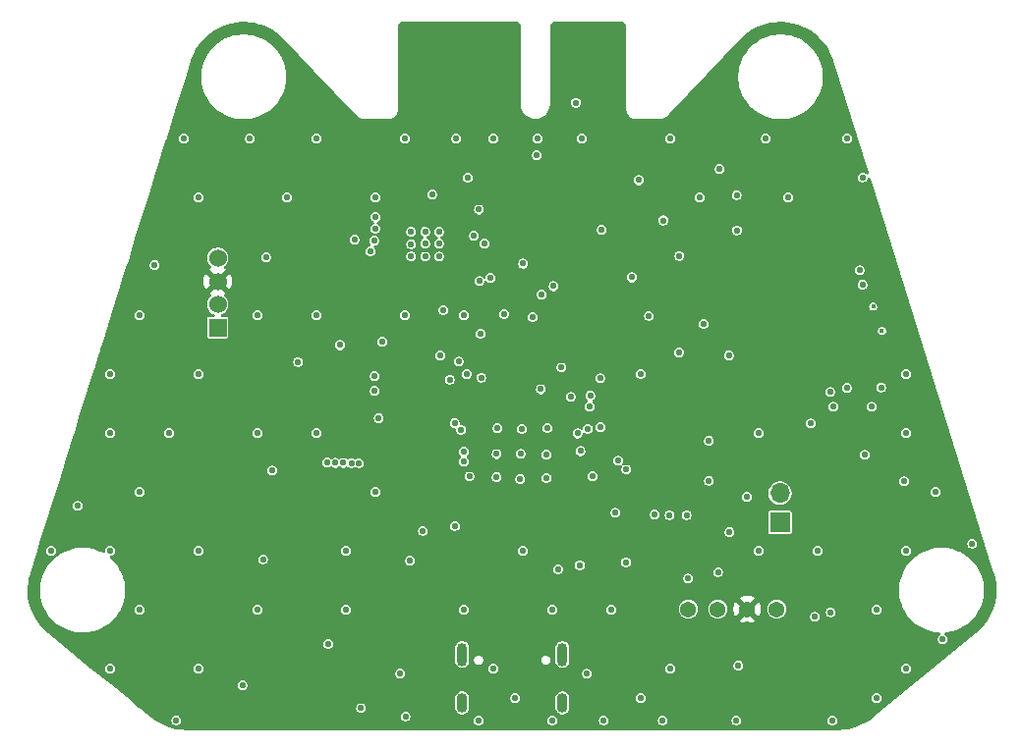
<source format=gbr>
%TF.GenerationSoftware,KiCad,Pcbnew,9.0.0*%
%TF.CreationDate,2025-05-31T20:06:24-04:00*%
%TF.ProjectId,status,73746174-7573-42e6-9b69-6361645f7063,rev?*%
%TF.SameCoordinates,Original*%
%TF.FileFunction,Copper,L2,Inr*%
%TF.FilePolarity,Positive*%
%FSLAX46Y46*%
G04 Gerber Fmt 4.6, Leading zero omitted, Abs format (unit mm)*
G04 Created by KiCad (PCBNEW 9.0.0) date 2025-05-31 20:06:24*
%MOMM*%
%LPD*%
G01*
G04 APERTURE LIST*
%TA.AperFunction,ComponentPad*%
%ADD10C,1.371600*%
%TD*%
%TA.AperFunction,ComponentPad*%
%ADD11R,1.524000X1.524000*%
%TD*%
%TA.AperFunction,ComponentPad*%
%ADD12C,1.524000*%
%TD*%
%TA.AperFunction,ComponentPad*%
%ADD13O,0.900000X2.000000*%
%TD*%
%TA.AperFunction,ComponentPad*%
%ADD14O,0.900000X1.700000*%
%TD*%
%TA.AperFunction,ComponentPad*%
%ADD15R,1.700000X1.700000*%
%TD*%
%TA.AperFunction,ComponentPad*%
%ADD16O,1.700000X1.700000*%
%TD*%
%TA.AperFunction,ViaPad*%
%ADD17C,0.550000*%
%TD*%
%TA.AperFunction,ViaPad*%
%ADD18C,0.400000*%
%TD*%
G04 APERTURE END LIST*
D10*
%TO.N,/SDA*%
%TO.C,J2*%
X161590000Y-111710500D03*
%TO.N,/SCL*%
X164130000Y-111710500D03*
%TO.N,+3.3V*%
X166670000Y-111710500D03*
%TO.N,GND*%
X169210000Y-111710500D03*
%TD*%
D11*
%TO.N,/SWCLK*%
%TO.C,J3*%
X121050000Y-87425000D03*
D12*
%TO.N,/SWD*%
X121050000Y-85425000D03*
%TO.N,+3.3V*%
X121050000Y-83425000D03*
%TO.N,GND*%
X121050000Y-81425000D03*
%TD*%
D13*
%TO.N,GND*%
%TO.C,J6*%
X142100000Y-115610000D03*
D14*
X142100000Y-119780000D03*
D13*
X150740000Y-115610000D03*
D14*
X150740000Y-119780000D03*
%TD*%
D15*
%TO.N,/~{USB_BOOT_S}*%
%TO.C,J7*%
X169490000Y-104225000D03*
D16*
%TO.N,GND*%
X169490000Y-101685000D03*
%TD*%
D17*
%TO.N,+1V1*%
X143750000Y-91725000D03*
X141475000Y-104525000D03*
X150375000Y-108250000D03*
%TO.N,/CS_SD*%
X145719800Y-86233000D03*
X176350000Y-82475000D03*
%TO.N,GND*%
X154305000Y-121285000D03*
X149860000Y-121285000D03*
X167640000Y-106680000D03*
X159385000Y-121285000D03*
X149860000Y-111760000D03*
X140106400Y-81281600D03*
X147243800Y-96139000D03*
X143510000Y-121285000D03*
X177800000Y-111760000D03*
X115620800Y-82016600D03*
X152857200Y-117271800D03*
X163372800Y-100634800D03*
X138912600Y-81281600D03*
X173990000Y-121285000D03*
X152298400Y-98069400D03*
X176809400Y-98399600D03*
X177800000Y-119380000D03*
X134620000Y-76200000D03*
X176606200Y-74472800D03*
X145161000Y-96088200D03*
X123175000Y-118275000D03*
X180187600Y-100685600D03*
X152247600Y-107899200D03*
X154127200Y-78994000D03*
X127965200Y-90373200D03*
X142240000Y-111760000D03*
X172500000Y-112375000D03*
X148183600Y-86487000D03*
X149377400Y-98374200D03*
X145084800Y-98323400D03*
X138912600Y-80168500D03*
X124460000Y-96520000D03*
X124460000Y-86360000D03*
X119380000Y-91440000D03*
X175260000Y-71120000D03*
X165075000Y-89825000D03*
X119380000Y-106680000D03*
X151460200Y-93395800D03*
X129540000Y-71120000D03*
X116840000Y-96520000D03*
X124950000Y-107400000D03*
X108991400Y-102793800D03*
X137718800Y-80214800D03*
X173863000Y-111963200D03*
X137625000Y-107525000D03*
X127000000Y-76200000D03*
X131572000Y-88925400D03*
X160020000Y-116840000D03*
X138725000Y-104950000D03*
X134924800Y-95224600D03*
X132825000Y-79825000D03*
X147116800Y-100482400D03*
X160825000Y-81225000D03*
X150672800Y-90855800D03*
X147320000Y-106680000D03*
X134620000Y-101600000D03*
X106680000Y-106680000D03*
X180340000Y-96520000D03*
X129540000Y-96520000D03*
X159425000Y-78175000D03*
X165150000Y-105050000D03*
X163372800Y-97180400D03*
X147130000Y-98302500D03*
X137160000Y-71120000D03*
X165912800Y-116560600D03*
X111760000Y-116840000D03*
X156743400Y-83083400D03*
X166624000Y-102006400D03*
X117475000Y-121285000D03*
X133400000Y-120250000D03*
X135229600Y-88646000D03*
X146685000Y-119380000D03*
X136779000Y-117246400D03*
X183515000Y-114300000D03*
X154025600Y-95986600D03*
X137160000Y-86360000D03*
X114300000Y-111760000D03*
X180340000Y-91440000D03*
X157480000Y-119380000D03*
X186055000Y-106045000D03*
X173800000Y-92975000D03*
X114300000Y-86360000D03*
X161442400Y-103581200D03*
X138912600Y-79148000D03*
X124460000Y-111760000D03*
X141605000Y-71120000D03*
X132080000Y-106680000D03*
X143560800Y-77241400D03*
X157480000Y-91400000D03*
X160020000Y-71120000D03*
X158200000Y-86400000D03*
X165775000Y-79025000D03*
X137236200Y-120954800D03*
X159969200Y-103581200D03*
X123825000Y-71120000D03*
X180340000Y-116840000D03*
X114300000Y-101600000D03*
X142240000Y-86360000D03*
X182880000Y-101600000D03*
X172720000Y-106680000D03*
X140106400Y-80164000D03*
X168275000Y-71120000D03*
X142722600Y-100253800D03*
X158699200Y-103530400D03*
X125200000Y-81350000D03*
X160800000Y-89550000D03*
X125755400Y-99745800D03*
X144780000Y-116840000D03*
X152400000Y-71120000D03*
X143700000Y-87925000D03*
X148894800Y-92735400D03*
X111760000Y-106680000D03*
X165735000Y-121285000D03*
X134518400Y-79908400D03*
X145084800Y-100330000D03*
X144780000Y-71120000D03*
X129540000Y-86360000D03*
X149453600Y-96062800D03*
X132080000Y-111760000D03*
X111760000Y-96520000D03*
X142595600Y-74472800D03*
X137718800Y-81281600D03*
X154940000Y-111760000D03*
X162560000Y-76200000D03*
X149377400Y-100380800D03*
X130575000Y-114675000D03*
X162900000Y-87075000D03*
X170180000Y-76200000D03*
X140106400Y-79148000D03*
X180340000Y-106680000D03*
X119380000Y-116840000D03*
X165750000Y-76000000D03*
X167640000Y-96520000D03*
X172135800Y-95681800D03*
X111760000Y-91440000D03*
X157327600Y-74701400D03*
X137718800Y-79148000D03*
X118110000Y-71120000D03*
X164287200Y-73736200D03*
X147350000Y-81900000D03*
X148590000Y-71120000D03*
X119380000Y-76200000D03*
%TO.N,/MOSI*%
X156260800Y-99669600D03*
X176587500Y-83712500D03*
%TO.N,/MISO*%
X153136600Y-93294200D03*
X175250000Y-92600000D03*
X155549600Y-98907600D03*
X178200000Y-92575000D03*
D18*
X178275000Y-87700000D03*
D17*
X148945600Y-84556600D03*
%TO.N,/SCK*%
X149987000Y-83845400D03*
X143586200Y-83413600D03*
D18*
X177525000Y-85600000D03*
D17*
X140487400Y-85902800D03*
X174100000Y-94250000D03*
X177375000Y-94250000D03*
%TO.N,/SWCLK*%
X142494000Y-91414600D03*
X134569200Y-92862400D03*
%TO.N,/STBY*%
X134645400Y-77876400D03*
X153345000Y-100228400D03*
%TO.N,+3.3V*%
X140881400Y-101815600D03*
X143103600Y-80822800D03*
X166670000Y-113055000D03*
X125272800Y-110896400D03*
X153009600Y-100939600D03*
X147726400Y-77076300D03*
X133908800Y-116027200D03*
X145897600Y-71272400D03*
X149504400Y-77127100D03*
X123275000Y-120525000D03*
X113487200Y-114554000D03*
X114700000Y-99100000D03*
X139928600Y-97307400D03*
X140878800Y-100898600D03*
X156100000Y-119270000D03*
X144525000Y-102875000D03*
X138887200Y-74777600D03*
X124206000Y-83464400D03*
X154178000Y-97282000D03*
X177000000Y-84600000D03*
X146725000Y-102900000D03*
X144913000Y-68017000D03*
X146685000Y-91719400D03*
X145923000Y-77089000D03*
X156768800Y-94589600D03*
X147825000Y-102850000D03*
X143510000Y-102844600D03*
%TO.N,/TX*%
X144018000Y-80162400D03*
X134620000Y-78867000D03*
%TO.N,/RESET*%
X153098500Y-94221300D03*
X154000200Y-91795600D03*
%TO.N,+5V*%
X148539200Y-72542400D03*
X151900000Y-68017000D03*
X134210800Y-80820000D03*
%TO.N,/RX*%
X139522200Y-75920600D03*
X143129000Y-79502000D03*
%TO.N,/CS*%
X144551400Y-83134200D03*
X140208000Y-89814400D03*
%TO.N,/SCL*%
X164150000Y-108500000D03*
X152933400Y-96139000D03*
%TO.N,/SDA*%
X161590000Y-109056800D03*
X152044400Y-96545400D03*
%TO.N,/~{USB_BOOT_S}*%
X156210000Y-107645200D03*
X155320000Y-103380000D03*
%TO.N,/SWD*%
X134575000Y-91600000D03*
X141808200Y-90347800D03*
%TO.N,/Push_Left*%
X131175850Y-99085400D03*
X141452600Y-95656400D03*
%TO.N,/Push_Down*%
X142240000Y-98120200D03*
X132562600Y-99110800D03*
%TO.N,/Push_Right*%
X142265400Y-98958400D03*
X133223000Y-99110800D03*
%TO.N,/Push_Up*%
X142011400Y-96215200D03*
X131876800Y-99085400D03*
%TO.N,/RUN*%
X130479800Y-99060000D03*
X141039400Y-91897200D03*
%TD*%
%TA.AperFunction,Conductor*%
%TO.N,+3.3V*%
G36*
X146854206Y-61008780D02*
G01*
X146874848Y-61025414D01*
X147126181Y-61276747D01*
X147159666Y-61338070D01*
X147162500Y-61364428D01*
X147162500Y-68091000D01*
X147162500Y-68138595D01*
X147162500Y-68242214D01*
X147168516Y-68278265D01*
X147196610Y-68446629D01*
X147263898Y-68642632D01*
X147263900Y-68642638D01*
X147362534Y-68824897D01*
X147362537Y-68824901D01*
X147489818Y-68988431D01*
X147489821Y-68988435D01*
X147489823Y-68988437D01*
X147489824Y-68988438D01*
X147546476Y-69040590D01*
X147642296Y-69128799D01*
X147804400Y-69234706D01*
X147815788Y-69242146D01*
X148005572Y-69325393D01*
X148206469Y-69376267D01*
X148275312Y-69381971D01*
X148412994Y-69393381D01*
X148413000Y-69393381D01*
X148413006Y-69393381D01*
X148536918Y-69383112D01*
X148619531Y-69376267D01*
X148820428Y-69325393D01*
X149010212Y-69242146D01*
X149183706Y-69128797D01*
X149336176Y-68988438D01*
X149463465Y-68824898D01*
X149562100Y-68642637D01*
X149629390Y-68446627D01*
X149663500Y-68242214D01*
X149663500Y-68138595D01*
X149663500Y-68091000D01*
X149663500Y-67960982D01*
X151474500Y-67960982D01*
X151474500Y-68073018D01*
X151503497Y-68181237D01*
X151559515Y-68278263D01*
X151638737Y-68357485D01*
X151735763Y-68413503D01*
X151843982Y-68442500D01*
X151843984Y-68442500D01*
X151956016Y-68442500D01*
X151956018Y-68442500D01*
X152064237Y-68413503D01*
X152161263Y-68357485D01*
X152240485Y-68278263D01*
X152296503Y-68181237D01*
X152325500Y-68073018D01*
X152325500Y-67960982D01*
X152296503Y-67852763D01*
X152240485Y-67755737D01*
X152161263Y-67676515D01*
X152064237Y-67620497D01*
X151956018Y-67591500D01*
X151843982Y-67591500D01*
X151735763Y-67620497D01*
X151735760Y-67620498D01*
X151638740Y-67676513D01*
X151638734Y-67676517D01*
X151559517Y-67755734D01*
X151559513Y-67755740D01*
X151503498Y-67852760D01*
X151503497Y-67852763D01*
X151474500Y-67960982D01*
X149663500Y-67960982D01*
X149663500Y-61364428D01*
X149683185Y-61297389D01*
X149699819Y-61276747D01*
X149951152Y-61025414D01*
X150012475Y-60991929D01*
X150038833Y-60989095D01*
X155887167Y-60989095D01*
X155954206Y-61008780D01*
X155974848Y-61025414D01*
X156226181Y-61276747D01*
X156259666Y-61338070D01*
X156262500Y-61364428D01*
X156262500Y-68684426D01*
X156265738Y-68696511D01*
X156268715Y-68719098D01*
X156269364Y-68719035D01*
X156269962Y-68725099D01*
X156269963Y-68725102D01*
X156269963Y-68725107D01*
X156300736Y-68879756D01*
X156361085Y-69025430D01*
X156361086Y-69025432D01*
X156361087Y-69025433D01*
X156448690Y-69156532D01*
X156448694Y-69156536D01*
X156560189Y-69268026D01*
X156560192Y-69268029D01*
X156666147Y-69338825D01*
X156691298Y-69355630D01*
X156836975Y-69415973D01*
X156991625Y-69446740D01*
X157030910Y-69446741D01*
X157030916Y-69446743D01*
X157070465Y-69446743D01*
X157118059Y-69446745D01*
X157118062Y-69446743D01*
X157128038Y-69446744D01*
X157128063Y-69446743D01*
X158896073Y-69446743D01*
X158902320Y-69446744D01*
X158902496Y-69446795D01*
X158953652Y-69446758D01*
X158953652Y-69446759D01*
X158975988Y-69446743D01*
X158993202Y-69446743D01*
X159001532Y-69446743D01*
X159001792Y-69446723D01*
X159041599Y-69446696D01*
X159041606Y-69446695D01*
X159041609Y-69446695D01*
X159092774Y-69439740D01*
X159215891Y-69423008D01*
X159322886Y-69393381D01*
X159385401Y-69376071D01*
X159387276Y-69375267D01*
X159547058Y-69306735D01*
X159697904Y-69216268D01*
X159835196Y-69106316D01*
X159868500Y-69071356D01*
X159868590Y-69071302D01*
X159911730Y-69025957D01*
X159928665Y-69008157D01*
X159928665Y-69008155D01*
X159945109Y-68990873D01*
X159945112Y-68990866D01*
X163157648Y-65614121D01*
X165892060Y-65614121D01*
X165892060Y-65972790D01*
X165927215Y-66329731D01*
X165927218Y-66329748D01*
X165997185Y-66681504D01*
X165997188Y-66681515D01*
X166101309Y-67024756D01*
X166238569Y-67356130D01*
X166238571Y-67356135D01*
X166407639Y-67672439D01*
X166407656Y-67672467D01*
X166606902Y-67970661D01*
X166606919Y-67970684D01*
X166834460Y-68247943D01*
X167088072Y-68501555D01*
X167088077Y-68501559D01*
X167088078Y-68501560D01*
X167365337Y-68729101D01*
X167365344Y-68729106D01*
X167365354Y-68729113D01*
X167663548Y-68928359D01*
X167663553Y-68928362D01*
X167663565Y-68928370D01*
X167663574Y-68928374D01*
X167663576Y-68928376D01*
X167979880Y-69097444D01*
X167979882Y-69097444D01*
X167979888Y-69097448D01*
X168311261Y-69234707D01*
X168654491Y-69338825D01*
X168654497Y-69338826D01*
X168654500Y-69338827D01*
X168654511Y-69338830D01*
X168875092Y-69382705D01*
X169006274Y-69408799D01*
X169363222Y-69443956D01*
X169363225Y-69443956D01*
X169721895Y-69443956D01*
X169721898Y-69443956D01*
X170078846Y-69408799D01*
X170252969Y-69374163D01*
X170430608Y-69338830D01*
X170430619Y-69338827D01*
X170430619Y-69338826D01*
X170430629Y-69338825D01*
X170773859Y-69234707D01*
X171105232Y-69097448D01*
X171421555Y-68928370D01*
X171719783Y-68729101D01*
X171997042Y-68501560D01*
X172250664Y-68247938D01*
X172478205Y-67970679D01*
X172677474Y-67672451D01*
X172846552Y-67356128D01*
X172983811Y-67024755D01*
X173087929Y-66681525D01*
X173087931Y-66681515D01*
X173087934Y-66681504D01*
X173123267Y-66503865D01*
X173157903Y-66329742D01*
X173193060Y-65972794D01*
X173193060Y-65614118D01*
X173157903Y-65257170D01*
X173131809Y-65125988D01*
X173087934Y-64905407D01*
X173087931Y-64905396D01*
X173087930Y-64905393D01*
X173087929Y-64905387D01*
X172983811Y-64562157D01*
X172846552Y-64230784D01*
X172806651Y-64156135D01*
X172677480Y-63914472D01*
X172677478Y-63914470D01*
X172677474Y-63914461D01*
X172575224Y-63761432D01*
X172478217Y-63616250D01*
X172478210Y-63616240D01*
X172478205Y-63616233D01*
X172250664Y-63338974D01*
X172250663Y-63338973D01*
X172250659Y-63338968D01*
X171997047Y-63085356D01*
X171719788Y-62857815D01*
X171719765Y-62857798D01*
X171421571Y-62658552D01*
X171421543Y-62658535D01*
X171105239Y-62489467D01*
X171105234Y-62489465D01*
X170773860Y-62352205D01*
X170430619Y-62248084D01*
X170430608Y-62248081D01*
X170078852Y-62178114D01*
X170078835Y-62178111D01*
X169808911Y-62151526D01*
X169721898Y-62142956D01*
X169363222Y-62142956D01*
X169282747Y-62150882D01*
X169006284Y-62178111D01*
X169006267Y-62178114D01*
X168654511Y-62248081D01*
X168654500Y-62248084D01*
X168311259Y-62352205D01*
X167979885Y-62489465D01*
X167979880Y-62489467D01*
X167663576Y-62658535D01*
X167663548Y-62658552D01*
X167365354Y-62857798D01*
X167365331Y-62857815D01*
X167088072Y-63085356D01*
X166834460Y-63338968D01*
X166606919Y-63616227D01*
X166606902Y-63616250D01*
X166407656Y-63914444D01*
X166407639Y-63914472D01*
X166238571Y-64230776D01*
X166238569Y-64230781D01*
X166101309Y-64562155D01*
X165997188Y-64905396D01*
X165997185Y-64905407D01*
X165927218Y-65257163D01*
X165927215Y-65257180D01*
X165892060Y-65614121D01*
X163157648Y-65614121D01*
X166068726Y-62554243D01*
X166068729Y-62554242D01*
X166099719Y-62521666D01*
X166103450Y-62517911D01*
X166393599Y-62238222D01*
X166401585Y-62231164D01*
X166712758Y-61979282D01*
X166721331Y-61972937D01*
X167053097Y-61748914D01*
X167062216Y-61743316D01*
X167412074Y-61548833D01*
X167421649Y-61544040D01*
X167787022Y-61380528D01*
X167796982Y-61376579D01*
X168175124Y-61245269D01*
X168185366Y-61242202D01*
X168573456Y-61144071D01*
X168583915Y-61141903D01*
X168979032Y-61077695D01*
X168989655Y-61076436D01*
X169388853Y-61046627D01*
X169399549Y-61046293D01*
X169799801Y-61051108D01*
X169810500Y-61051700D01*
X170208833Y-61091101D01*
X170219446Y-61092617D01*
X170612889Y-61166309D01*
X170623316Y-61168733D01*
X171008932Y-61276171D01*
X171019094Y-61279482D01*
X171175559Y-61338070D01*
X171393957Y-61419848D01*
X171403834Y-61424042D01*
X171765143Y-61596285D01*
X171774620Y-61601317D01*
X172119687Y-61804152D01*
X172128694Y-61809985D01*
X172454941Y-62041900D01*
X172463394Y-62048478D01*
X172698207Y-62248087D01*
X172768368Y-62307729D01*
X172776231Y-62315022D01*
X172812992Y-62352205D01*
X173057649Y-62599670D01*
X173064856Y-62607621D01*
X173320596Y-62915516D01*
X173327089Y-62924059D01*
X173555262Y-63252924D01*
X173560992Y-63261997D01*
X173759881Y-63609363D01*
X173764804Y-63618897D01*
X173932672Y-63981630D01*
X173932910Y-63982143D01*
X173936990Y-63992064D01*
X174054941Y-64318355D01*
X174073616Y-64370014D01*
X174075291Y-64374973D01*
X174089075Y-64418973D01*
X174089146Y-64419073D01*
X174092074Y-64428393D01*
X174092074Y-64428414D01*
X174092103Y-64428486D01*
X177102034Y-74036124D01*
X177103292Y-74105983D01*
X177066581Y-74165431D01*
X177003558Y-74195595D01*
X176934232Y-74186898D01*
X176896024Y-74160876D01*
X176867465Y-74132317D01*
X176867463Y-74132315D01*
X176770437Y-74076297D01*
X176662218Y-74047300D01*
X176550182Y-74047300D01*
X176441963Y-74076297D01*
X176441960Y-74076298D01*
X176344940Y-74132313D01*
X176344934Y-74132317D01*
X176265717Y-74211534D01*
X176265713Y-74211540D01*
X176209698Y-74308560D01*
X176209697Y-74308563D01*
X176180700Y-74416782D01*
X176180700Y-74528818D01*
X176209697Y-74637037D01*
X176265715Y-74734063D01*
X176344937Y-74813285D01*
X176441963Y-74869303D01*
X176550182Y-74898300D01*
X176550184Y-74898300D01*
X176662216Y-74898300D01*
X176662218Y-74898300D01*
X176770437Y-74869303D01*
X176867463Y-74813285D01*
X176946685Y-74734063D01*
X177002703Y-74637037D01*
X177024797Y-74554580D01*
X177061161Y-74494921D01*
X177124008Y-74464392D01*
X177193383Y-74472687D01*
X177247261Y-74517172D01*
X177262899Y-74549602D01*
X179478421Y-81621503D01*
X187928437Y-108593789D01*
X187928466Y-108593883D01*
X187931364Y-108603161D01*
X187931364Y-108603277D01*
X187944491Y-108645178D01*
X187944837Y-108646285D01*
X187944837Y-108646291D01*
X187946273Y-108651241D01*
X188048229Y-109032673D01*
X188050511Y-109042937D01*
X188119325Y-109429041D01*
X188120730Y-109439461D01*
X188156590Y-109830029D01*
X188157106Y-109840530D01*
X188159749Y-110232712D01*
X188159374Y-110243220D01*
X188128783Y-110634223D01*
X188127521Y-110644646D01*
X188063912Y-111031678D01*
X188061773Y-111041952D01*
X187965609Y-111422184D01*
X187962601Y-111432259D01*
X187834577Y-111802963D01*
X187830727Y-111812747D01*
X187671749Y-112171294D01*
X187667083Y-112180716D01*
X187478315Y-112524483D01*
X187472868Y-112533477D01*
X187255647Y-112860030D01*
X187249458Y-112868529D01*
X187005359Y-113175499D01*
X186998472Y-113183444D01*
X186729244Y-113468632D01*
X186721709Y-113475965D01*
X186427445Y-113738968D01*
X186423470Y-113742372D01*
X186419658Y-113745500D01*
X186419639Y-113745515D01*
X186388554Y-113771012D01*
X186388554Y-113771013D01*
X177561928Y-121010818D01*
X177560456Y-121012025D01*
X177560454Y-121012026D01*
X177525721Y-121040514D01*
X177521536Y-121043799D01*
X177201876Y-121283804D01*
X177193097Y-121289824D01*
X176856302Y-121500112D01*
X176847039Y-121505357D01*
X176493448Y-121685985D01*
X176483770Y-121690416D01*
X176115992Y-121840053D01*
X176105969Y-121843638D01*
X175726712Y-121961182D01*
X175716419Y-121963894D01*
X175328474Y-122048479D01*
X175317986Y-122050298D01*
X174924222Y-122101299D01*
X174913617Y-122102212D01*
X174527520Y-122118800D01*
X174514443Y-122119362D01*
X174509122Y-122119476D01*
X118371621Y-122119476D01*
X118361625Y-122119475D01*
X118361623Y-122119475D01*
X118340764Y-122119475D01*
X118316692Y-122119475D01*
X118316691Y-122119474D01*
X118311373Y-122119361D01*
X117912017Y-122102207D01*
X117901411Y-122101294D01*
X117507649Y-122050296D01*
X117497162Y-122048477D01*
X117109219Y-121963896D01*
X117098925Y-121961184D01*
X116719669Y-121843644D01*
X116709646Y-121840059D01*
X116341878Y-121690429D01*
X116332200Y-121685999D01*
X115978600Y-121505370D01*
X115969337Y-121500125D01*
X115690513Y-121326037D01*
X115632542Y-121289842D01*
X115623763Y-121283822D01*
X115550721Y-121228982D01*
X117049500Y-121228982D01*
X117049500Y-121341018D01*
X117078497Y-121449237D01*
X117134515Y-121546263D01*
X117213737Y-121625485D01*
X117310763Y-121681503D01*
X117418982Y-121710500D01*
X117418984Y-121710500D01*
X117531016Y-121710500D01*
X117531018Y-121710500D01*
X117639237Y-121681503D01*
X117736263Y-121625485D01*
X117815485Y-121546263D01*
X117871503Y-121449237D01*
X117900500Y-121341018D01*
X117900500Y-121228982D01*
X117871503Y-121120763D01*
X117815485Y-121023737D01*
X117736263Y-120944515D01*
X117657051Y-120898782D01*
X136810700Y-120898782D01*
X136810700Y-121010818D01*
X136814163Y-121023740D01*
X136839697Y-121119036D01*
X136839698Y-121119039D01*
X136858369Y-121151379D01*
X136895715Y-121216063D01*
X136974937Y-121295285D01*
X137071963Y-121351303D01*
X137180182Y-121380300D01*
X137180184Y-121380300D01*
X137292216Y-121380300D01*
X137292218Y-121380300D01*
X137400437Y-121351303D01*
X137497463Y-121295285D01*
X137563766Y-121228982D01*
X143084500Y-121228982D01*
X143084500Y-121341018D01*
X143113497Y-121449237D01*
X143169515Y-121546263D01*
X143248737Y-121625485D01*
X143345763Y-121681503D01*
X143453982Y-121710500D01*
X143453984Y-121710500D01*
X143566016Y-121710500D01*
X143566018Y-121710500D01*
X143674237Y-121681503D01*
X143771263Y-121625485D01*
X143850485Y-121546263D01*
X143906503Y-121449237D01*
X143935500Y-121341018D01*
X143935500Y-121228982D01*
X149434500Y-121228982D01*
X149434500Y-121341018D01*
X149463497Y-121449237D01*
X149519515Y-121546263D01*
X149598737Y-121625485D01*
X149695763Y-121681503D01*
X149803982Y-121710500D01*
X149803984Y-121710500D01*
X149916016Y-121710500D01*
X149916018Y-121710500D01*
X150024237Y-121681503D01*
X150121263Y-121625485D01*
X150200485Y-121546263D01*
X150256503Y-121449237D01*
X150285500Y-121341018D01*
X150285500Y-121228982D01*
X153879500Y-121228982D01*
X153879500Y-121341018D01*
X153908497Y-121449237D01*
X153964515Y-121546263D01*
X154043737Y-121625485D01*
X154140763Y-121681503D01*
X154248982Y-121710500D01*
X154248984Y-121710500D01*
X154361016Y-121710500D01*
X154361018Y-121710500D01*
X154469237Y-121681503D01*
X154566263Y-121625485D01*
X154645485Y-121546263D01*
X154701503Y-121449237D01*
X154730500Y-121341018D01*
X154730500Y-121228982D01*
X158959500Y-121228982D01*
X158959500Y-121341018D01*
X158988497Y-121449237D01*
X159044515Y-121546263D01*
X159123737Y-121625485D01*
X159220763Y-121681503D01*
X159328982Y-121710500D01*
X159328984Y-121710500D01*
X159441016Y-121710500D01*
X159441018Y-121710500D01*
X159549237Y-121681503D01*
X159646263Y-121625485D01*
X159725485Y-121546263D01*
X159781503Y-121449237D01*
X159810500Y-121341018D01*
X159810500Y-121228982D01*
X165309500Y-121228982D01*
X165309500Y-121341018D01*
X165338497Y-121449237D01*
X165394515Y-121546263D01*
X165473737Y-121625485D01*
X165570763Y-121681503D01*
X165678982Y-121710500D01*
X165678984Y-121710500D01*
X165791016Y-121710500D01*
X165791018Y-121710500D01*
X165899237Y-121681503D01*
X165996263Y-121625485D01*
X166075485Y-121546263D01*
X166131503Y-121449237D01*
X166160500Y-121341018D01*
X166160500Y-121228982D01*
X173564500Y-121228982D01*
X173564500Y-121341018D01*
X173593497Y-121449237D01*
X173649515Y-121546263D01*
X173728737Y-121625485D01*
X173825763Y-121681503D01*
X173933982Y-121710500D01*
X173933984Y-121710500D01*
X174046016Y-121710500D01*
X174046018Y-121710500D01*
X174154237Y-121681503D01*
X174251263Y-121625485D01*
X174330485Y-121546263D01*
X174386503Y-121449237D01*
X174415500Y-121341018D01*
X174415500Y-121228982D01*
X174386503Y-121120763D01*
X174330485Y-121023737D01*
X174251263Y-120944515D01*
X174154237Y-120888497D01*
X174046018Y-120859500D01*
X173933982Y-120859500D01*
X173825763Y-120888497D01*
X173825760Y-120888498D01*
X173728740Y-120944513D01*
X173728734Y-120944517D01*
X173649517Y-121023734D01*
X173649513Y-121023740D01*
X173593498Y-121120760D01*
X173593497Y-121120763D01*
X173564500Y-121228982D01*
X166160500Y-121228982D01*
X166131503Y-121120763D01*
X166075485Y-121023737D01*
X165996263Y-120944515D01*
X165899237Y-120888497D01*
X165791018Y-120859500D01*
X165678982Y-120859500D01*
X165570763Y-120888497D01*
X165570760Y-120888498D01*
X165473740Y-120944513D01*
X165473734Y-120944517D01*
X165394517Y-121023734D01*
X165394513Y-121023740D01*
X165338498Y-121120760D01*
X165338497Y-121120763D01*
X165309500Y-121228982D01*
X159810500Y-121228982D01*
X159781503Y-121120763D01*
X159725485Y-121023737D01*
X159646263Y-120944515D01*
X159549237Y-120888497D01*
X159441018Y-120859500D01*
X159328982Y-120859500D01*
X159220763Y-120888497D01*
X159220760Y-120888498D01*
X159123740Y-120944513D01*
X159123734Y-120944517D01*
X159044517Y-121023734D01*
X159044513Y-121023740D01*
X158988498Y-121120760D01*
X158988497Y-121120763D01*
X158959500Y-121228982D01*
X154730500Y-121228982D01*
X154701503Y-121120763D01*
X154645485Y-121023737D01*
X154566263Y-120944515D01*
X154469237Y-120888497D01*
X154361018Y-120859500D01*
X154248982Y-120859500D01*
X154140763Y-120888497D01*
X154140760Y-120888498D01*
X154043740Y-120944513D01*
X154043734Y-120944517D01*
X153964517Y-121023734D01*
X153964513Y-121023740D01*
X153908498Y-121120760D01*
X153908497Y-121120763D01*
X153879500Y-121228982D01*
X150285500Y-121228982D01*
X150256503Y-121120763D01*
X150200485Y-121023737D01*
X150121263Y-120944515D01*
X150024237Y-120888497D01*
X149916018Y-120859500D01*
X149803982Y-120859500D01*
X149695763Y-120888497D01*
X149695760Y-120888498D01*
X149598740Y-120944513D01*
X149598734Y-120944517D01*
X149519517Y-121023734D01*
X149519513Y-121023740D01*
X149463498Y-121120760D01*
X149463497Y-121120763D01*
X149434500Y-121228982D01*
X143935500Y-121228982D01*
X143906503Y-121120763D01*
X143850485Y-121023737D01*
X143771263Y-120944515D01*
X143674237Y-120888497D01*
X143566018Y-120859500D01*
X143453982Y-120859500D01*
X143345763Y-120888497D01*
X143345760Y-120888498D01*
X143248740Y-120944513D01*
X143248734Y-120944517D01*
X143169517Y-121023734D01*
X143169513Y-121023740D01*
X143113498Y-121120760D01*
X143113497Y-121120763D01*
X143084500Y-121228982D01*
X137563766Y-121228982D01*
X137576685Y-121216063D01*
X137632703Y-121119037D01*
X137661700Y-121010818D01*
X137661700Y-120898782D01*
X137632703Y-120790563D01*
X137576685Y-120693537D01*
X137497463Y-120614315D01*
X137400437Y-120558297D01*
X137292218Y-120529300D01*
X137180182Y-120529300D01*
X137071963Y-120558297D01*
X137071960Y-120558298D01*
X136974940Y-120614313D01*
X136974934Y-120614317D01*
X136895717Y-120693534D01*
X136895713Y-120693540D01*
X136839698Y-120790560D01*
X136839697Y-120790563D01*
X136810700Y-120898782D01*
X117657051Y-120898782D01*
X117639237Y-120888497D01*
X117531018Y-120859500D01*
X117418982Y-120859500D01*
X117310763Y-120888497D01*
X117310760Y-120888498D01*
X117213740Y-120944513D01*
X117213734Y-120944517D01*
X117134517Y-121023734D01*
X117134513Y-121023740D01*
X117078498Y-121120760D01*
X117078497Y-121120763D01*
X117049500Y-121228982D01*
X115550721Y-121228982D01*
X115304666Y-121044245D01*
X115300478Y-121040958D01*
X114374842Y-120281730D01*
X114267861Y-120193982D01*
X132974500Y-120193982D01*
X132974500Y-120306018D01*
X133003497Y-120414237D01*
X133059515Y-120511263D01*
X133138737Y-120590485D01*
X133235763Y-120646503D01*
X133343982Y-120675500D01*
X133343984Y-120675500D01*
X133456016Y-120675500D01*
X133456018Y-120675500D01*
X133564237Y-120646503D01*
X133661263Y-120590485D01*
X133740485Y-120511263D01*
X133796503Y-120414237D01*
X133825500Y-120306018D01*
X133825500Y-120193982D01*
X133796503Y-120085763D01*
X133740485Y-119988737D01*
X133661263Y-119909515D01*
X133564237Y-119853497D01*
X133456018Y-119824500D01*
X133343982Y-119824500D01*
X133235763Y-119853497D01*
X133235760Y-119853498D01*
X133138740Y-119909513D01*
X133138734Y-119909517D01*
X133059517Y-119988734D01*
X133059513Y-119988740D01*
X133003498Y-120085760D01*
X133003497Y-120085763D01*
X132974500Y-120193982D01*
X114267861Y-120193982D01*
X113690579Y-119720482D01*
X113179085Y-119300943D01*
X141499500Y-119300943D01*
X141499500Y-120259056D01*
X141540423Y-120411783D01*
X141540426Y-120411790D01*
X141619475Y-120548709D01*
X141619479Y-120548714D01*
X141619480Y-120548716D01*
X141731284Y-120660520D01*
X141731286Y-120660521D01*
X141731290Y-120660524D01*
X141868209Y-120739573D01*
X141868216Y-120739577D01*
X142020943Y-120780500D01*
X142020945Y-120780500D01*
X142179055Y-120780500D01*
X142179057Y-120780500D01*
X142331784Y-120739577D01*
X142468716Y-120660520D01*
X142580520Y-120548716D01*
X142659577Y-120411784D01*
X142700500Y-120259057D01*
X142700500Y-119323982D01*
X146259500Y-119323982D01*
X146259500Y-119436018D01*
X146288497Y-119544237D01*
X146344515Y-119641263D01*
X146423737Y-119720485D01*
X146520763Y-119776503D01*
X146628982Y-119805500D01*
X146628984Y-119805500D01*
X146741016Y-119805500D01*
X146741018Y-119805500D01*
X146849237Y-119776503D01*
X146946263Y-119720485D01*
X147025485Y-119641263D01*
X147081503Y-119544237D01*
X147110500Y-119436018D01*
X147110500Y-119323982D01*
X147104327Y-119300943D01*
X150139500Y-119300943D01*
X150139500Y-120259056D01*
X150180423Y-120411783D01*
X150180426Y-120411790D01*
X150259475Y-120548709D01*
X150259479Y-120548714D01*
X150259480Y-120548716D01*
X150371284Y-120660520D01*
X150371286Y-120660521D01*
X150371290Y-120660524D01*
X150508209Y-120739573D01*
X150508216Y-120739577D01*
X150660943Y-120780500D01*
X150660945Y-120780500D01*
X150819055Y-120780500D01*
X150819057Y-120780500D01*
X150971784Y-120739577D01*
X151108716Y-120660520D01*
X151220520Y-120548716D01*
X151299577Y-120411784D01*
X151340500Y-120259057D01*
X151340500Y-119323982D01*
X157054500Y-119323982D01*
X157054500Y-119436018D01*
X157083497Y-119544237D01*
X157139515Y-119641263D01*
X157218737Y-119720485D01*
X157315763Y-119776503D01*
X157423982Y-119805500D01*
X157423984Y-119805500D01*
X157536016Y-119805500D01*
X157536018Y-119805500D01*
X157644237Y-119776503D01*
X157741263Y-119720485D01*
X157820485Y-119641263D01*
X157876503Y-119544237D01*
X157905500Y-119436018D01*
X157905500Y-119323982D01*
X177374500Y-119323982D01*
X177374500Y-119436018D01*
X177403497Y-119544237D01*
X177459515Y-119641263D01*
X177538737Y-119720485D01*
X177635763Y-119776503D01*
X177743982Y-119805500D01*
X177743984Y-119805500D01*
X177856016Y-119805500D01*
X177856018Y-119805500D01*
X177964237Y-119776503D01*
X178061263Y-119720485D01*
X178140485Y-119641263D01*
X178196503Y-119544237D01*
X178225500Y-119436018D01*
X178225500Y-119323982D01*
X178196503Y-119215763D01*
X178140485Y-119118737D01*
X178061263Y-119039515D01*
X177964237Y-118983497D01*
X177856018Y-118954500D01*
X177743982Y-118954500D01*
X177635763Y-118983497D01*
X177635760Y-118983498D01*
X177538740Y-119039513D01*
X177538734Y-119039517D01*
X177459517Y-119118734D01*
X177459513Y-119118740D01*
X177403498Y-119215760D01*
X177403497Y-119215763D01*
X177374500Y-119323982D01*
X157905500Y-119323982D01*
X157876503Y-119215763D01*
X157820485Y-119118737D01*
X157741263Y-119039515D01*
X157644237Y-118983497D01*
X157536018Y-118954500D01*
X157423982Y-118954500D01*
X157315763Y-118983497D01*
X157315760Y-118983498D01*
X157218740Y-119039513D01*
X157218734Y-119039517D01*
X157139517Y-119118734D01*
X157139513Y-119118740D01*
X157083498Y-119215760D01*
X157083497Y-119215763D01*
X157054500Y-119323982D01*
X151340500Y-119323982D01*
X151340500Y-119300943D01*
X151299577Y-119148216D01*
X151282559Y-119118740D01*
X151220524Y-119011290D01*
X151220518Y-119011282D01*
X151108717Y-118899481D01*
X151108709Y-118899475D01*
X150971790Y-118820426D01*
X150971786Y-118820424D01*
X150971784Y-118820423D01*
X150819057Y-118779500D01*
X150660943Y-118779500D01*
X150508216Y-118820423D01*
X150508209Y-118820426D01*
X150371290Y-118899475D01*
X150371282Y-118899481D01*
X150259481Y-119011282D01*
X150259475Y-119011290D01*
X150180426Y-119148209D01*
X150180423Y-119148216D01*
X150139500Y-119300943D01*
X147104327Y-119300943D01*
X147081503Y-119215763D01*
X147025485Y-119118737D01*
X146946263Y-119039515D01*
X146849237Y-118983497D01*
X146741018Y-118954500D01*
X146628982Y-118954500D01*
X146520763Y-118983497D01*
X146520760Y-118983498D01*
X146423740Y-119039513D01*
X146423734Y-119039517D01*
X146344517Y-119118734D01*
X146344513Y-119118740D01*
X146288498Y-119215760D01*
X146288497Y-119215763D01*
X146259500Y-119323982D01*
X142700500Y-119323982D01*
X142700500Y-119300943D01*
X142659577Y-119148216D01*
X142642559Y-119118740D01*
X142580524Y-119011290D01*
X142580518Y-119011282D01*
X142468717Y-118899481D01*
X142468709Y-118899475D01*
X142331790Y-118820426D01*
X142331786Y-118820424D01*
X142331784Y-118820423D01*
X142179057Y-118779500D01*
X142020943Y-118779500D01*
X141868216Y-118820423D01*
X141868209Y-118820426D01*
X141731290Y-118899475D01*
X141731282Y-118899481D01*
X141619481Y-119011282D01*
X141619475Y-119011290D01*
X141540426Y-119148209D01*
X141540423Y-119148216D01*
X141499500Y-119300943D01*
X113179085Y-119300943D01*
X111859980Y-118218982D01*
X122749500Y-118218982D01*
X122749500Y-118331018D01*
X122778497Y-118439237D01*
X122834515Y-118536263D01*
X122913737Y-118615485D01*
X123010763Y-118671503D01*
X123118982Y-118700500D01*
X123118984Y-118700500D01*
X123231016Y-118700500D01*
X123231018Y-118700500D01*
X123339237Y-118671503D01*
X123436263Y-118615485D01*
X123515485Y-118536263D01*
X123571503Y-118439237D01*
X123600500Y-118331018D01*
X123600500Y-118218982D01*
X123571503Y-118110763D01*
X123515485Y-118013737D01*
X123436263Y-117934515D01*
X123339237Y-117878497D01*
X123231018Y-117849500D01*
X123118982Y-117849500D01*
X123010763Y-117878497D01*
X123010760Y-117878498D01*
X122913740Y-117934513D01*
X122913734Y-117934517D01*
X122834517Y-118013734D01*
X122834513Y-118013740D01*
X122778498Y-118110760D01*
X122778497Y-118110763D01*
X122749500Y-118218982D01*
X111859980Y-118218982D01*
X110110457Y-116783982D01*
X111334500Y-116783982D01*
X111334500Y-116896018D01*
X111358638Y-116986100D01*
X111363497Y-117004236D01*
X111363498Y-117004239D01*
X111367134Y-117010537D01*
X111419515Y-117101263D01*
X111498737Y-117180485D01*
X111595763Y-117236503D01*
X111703982Y-117265500D01*
X111703984Y-117265500D01*
X111816016Y-117265500D01*
X111816018Y-117265500D01*
X111924237Y-117236503D01*
X112021263Y-117180485D01*
X112100485Y-117101263D01*
X112156503Y-117004237D01*
X112185500Y-116896018D01*
X112185500Y-116783982D01*
X118954500Y-116783982D01*
X118954500Y-116896018D01*
X118978638Y-116986100D01*
X118983497Y-117004236D01*
X118983498Y-117004239D01*
X118987134Y-117010537D01*
X119039515Y-117101263D01*
X119118737Y-117180485D01*
X119215763Y-117236503D01*
X119323982Y-117265500D01*
X119323984Y-117265500D01*
X119436016Y-117265500D01*
X119436018Y-117265500D01*
X119544237Y-117236503D01*
X119624121Y-117190382D01*
X136353500Y-117190382D01*
X136353500Y-117302418D01*
X136382497Y-117410637D01*
X136438515Y-117507663D01*
X136517737Y-117586885D01*
X136614763Y-117642903D01*
X136722982Y-117671900D01*
X136722984Y-117671900D01*
X136835016Y-117671900D01*
X136835018Y-117671900D01*
X136943237Y-117642903D01*
X137040263Y-117586885D01*
X137119485Y-117507663D01*
X137175503Y-117410637D01*
X137204500Y-117302418D01*
X137204500Y-117190382D01*
X137175503Y-117082163D01*
X137119485Y-116985137D01*
X137040263Y-116905915D01*
X136943237Y-116849897D01*
X136835018Y-116820900D01*
X136722982Y-116820900D01*
X136614763Y-116849897D01*
X136614760Y-116849898D01*
X136517740Y-116905913D01*
X136517734Y-116905917D01*
X136438517Y-116985134D01*
X136438513Y-116985140D01*
X136382498Y-117082160D01*
X136382497Y-117082163D01*
X136353500Y-117190382D01*
X119624121Y-117190382D01*
X119641263Y-117180485D01*
X119720485Y-117101263D01*
X119776503Y-117004237D01*
X119805500Y-116896018D01*
X119805500Y-116783982D01*
X144354500Y-116783982D01*
X144354500Y-116896018D01*
X144378638Y-116986100D01*
X144383497Y-117004236D01*
X144383498Y-117004239D01*
X144387134Y-117010537D01*
X144439515Y-117101263D01*
X144518737Y-117180485D01*
X144615763Y-117236503D01*
X144723982Y-117265500D01*
X144723984Y-117265500D01*
X144836016Y-117265500D01*
X144836018Y-117265500D01*
X144944237Y-117236503D01*
X144980127Y-117215782D01*
X152431700Y-117215782D01*
X152431700Y-117327818D01*
X152460697Y-117436037D01*
X152516715Y-117533063D01*
X152595937Y-117612285D01*
X152692963Y-117668303D01*
X152801182Y-117697300D01*
X152801184Y-117697300D01*
X152913216Y-117697300D01*
X152913218Y-117697300D01*
X153021437Y-117668303D01*
X153118463Y-117612285D01*
X153197685Y-117533063D01*
X153253703Y-117436037D01*
X153282700Y-117327818D01*
X153282700Y-117215782D01*
X153253703Y-117107563D01*
X153197685Y-117010537D01*
X153118463Y-116931315D01*
X153021437Y-116875297D01*
X152913218Y-116846300D01*
X152801182Y-116846300D01*
X152692963Y-116875297D01*
X152692960Y-116875298D01*
X152595940Y-116931313D01*
X152595934Y-116931317D01*
X152516717Y-117010534D01*
X152516713Y-117010540D01*
X152460698Y-117107560D01*
X152460697Y-117107563D01*
X152431700Y-117215782D01*
X144980127Y-117215782D01*
X145041263Y-117180485D01*
X145120485Y-117101263D01*
X145176503Y-117004237D01*
X145205500Y-116896018D01*
X145205500Y-116783982D01*
X159594500Y-116783982D01*
X159594500Y-116896018D01*
X159618638Y-116986100D01*
X159623497Y-117004236D01*
X159623498Y-117004239D01*
X159627134Y-117010537D01*
X159679515Y-117101263D01*
X159758737Y-117180485D01*
X159855763Y-117236503D01*
X159963982Y-117265500D01*
X159963984Y-117265500D01*
X160076016Y-117265500D01*
X160076018Y-117265500D01*
X160184237Y-117236503D01*
X160281263Y-117180485D01*
X160360485Y-117101263D01*
X160416503Y-117004237D01*
X160445500Y-116896018D01*
X160445500Y-116783982D01*
X160416503Y-116675763D01*
X160360485Y-116578737D01*
X160286330Y-116504582D01*
X165487300Y-116504582D01*
X165487300Y-116616618D01*
X165516297Y-116724837D01*
X165572315Y-116821863D01*
X165651537Y-116901085D01*
X165748563Y-116957103D01*
X165856782Y-116986100D01*
X165856784Y-116986100D01*
X165968816Y-116986100D01*
X165968818Y-116986100D01*
X166077037Y-116957103D01*
X166174063Y-116901085D01*
X166253285Y-116821863D01*
X166275156Y-116783982D01*
X179914500Y-116783982D01*
X179914500Y-116896018D01*
X179938638Y-116986100D01*
X179943497Y-117004236D01*
X179943498Y-117004239D01*
X179947134Y-117010537D01*
X179999515Y-117101263D01*
X180078737Y-117180485D01*
X180175763Y-117236503D01*
X180283982Y-117265500D01*
X180283984Y-117265500D01*
X180396016Y-117265500D01*
X180396018Y-117265500D01*
X180504237Y-117236503D01*
X180601263Y-117180485D01*
X180680485Y-117101263D01*
X180736503Y-117004237D01*
X180765500Y-116896018D01*
X180765500Y-116783982D01*
X180736503Y-116675763D01*
X180680485Y-116578737D01*
X180601263Y-116499515D01*
X180504237Y-116443497D01*
X180396018Y-116414500D01*
X180283982Y-116414500D01*
X180175763Y-116443497D01*
X180175760Y-116443498D01*
X180078740Y-116499513D01*
X180078734Y-116499517D01*
X179999517Y-116578734D01*
X179999513Y-116578740D01*
X179943498Y-116675760D01*
X179943497Y-116675763D01*
X179914500Y-116783982D01*
X166275156Y-116783982D01*
X166309303Y-116724837D01*
X166338300Y-116616618D01*
X166338300Y-116504582D01*
X166309303Y-116396363D01*
X166253285Y-116299337D01*
X166174063Y-116220115D01*
X166077037Y-116164097D01*
X165968818Y-116135100D01*
X165856782Y-116135100D01*
X165748563Y-116164097D01*
X165748560Y-116164098D01*
X165651540Y-116220113D01*
X165651534Y-116220117D01*
X165572317Y-116299334D01*
X165572313Y-116299340D01*
X165516298Y-116396360D01*
X165516297Y-116396363D01*
X165487300Y-116504582D01*
X160286330Y-116504582D01*
X160281263Y-116499515D01*
X160184237Y-116443497D01*
X160076018Y-116414500D01*
X159963982Y-116414500D01*
X159855763Y-116443497D01*
X159855760Y-116443498D01*
X159758740Y-116499513D01*
X159758734Y-116499517D01*
X159679517Y-116578734D01*
X159679513Y-116578740D01*
X159623498Y-116675760D01*
X159623497Y-116675763D01*
X159594500Y-116783982D01*
X145205500Y-116783982D01*
X145176503Y-116675763D01*
X145120485Y-116578737D01*
X145041263Y-116499515D01*
X144944237Y-116443497D01*
X144836018Y-116414500D01*
X144723982Y-116414500D01*
X144615763Y-116443497D01*
X144615760Y-116443498D01*
X144518740Y-116499513D01*
X144518734Y-116499517D01*
X144439517Y-116578734D01*
X144439513Y-116578740D01*
X144383498Y-116675760D01*
X144383497Y-116675763D01*
X144354500Y-116783982D01*
X119805500Y-116783982D01*
X119776503Y-116675763D01*
X119720485Y-116578737D01*
X119641263Y-116499515D01*
X119544237Y-116443497D01*
X119436018Y-116414500D01*
X119323982Y-116414500D01*
X119215763Y-116443497D01*
X119215760Y-116443498D01*
X119118740Y-116499513D01*
X119118734Y-116499517D01*
X119039517Y-116578734D01*
X119039513Y-116578740D01*
X118983498Y-116675760D01*
X118983497Y-116675763D01*
X118954500Y-116783982D01*
X112185500Y-116783982D01*
X112156503Y-116675763D01*
X112100485Y-116578737D01*
X112021263Y-116499515D01*
X111924237Y-116443497D01*
X111816018Y-116414500D01*
X111703982Y-116414500D01*
X111595763Y-116443497D01*
X111595760Y-116443498D01*
X111498740Y-116499513D01*
X111498734Y-116499517D01*
X111419517Y-116578734D01*
X111419513Y-116578740D01*
X111363498Y-116675760D01*
X111363497Y-116675763D01*
X111334500Y-116783982D01*
X110110457Y-116783982D01*
X107470932Y-114618982D01*
X130149500Y-114618982D01*
X130149500Y-114731018D01*
X130178497Y-114839237D01*
X130234515Y-114936263D01*
X130313737Y-115015485D01*
X130410763Y-115071503D01*
X130518982Y-115100500D01*
X130518984Y-115100500D01*
X130631016Y-115100500D01*
X130631018Y-115100500D01*
X130739237Y-115071503D01*
X130836263Y-115015485D01*
X130870805Y-114980943D01*
X141499500Y-114980943D01*
X141499500Y-116239057D01*
X141525453Y-116335913D01*
X141540423Y-116391783D01*
X141540426Y-116391790D01*
X141619475Y-116528709D01*
X141619479Y-116528714D01*
X141619480Y-116528716D01*
X141731284Y-116640520D01*
X141731286Y-116640521D01*
X141731290Y-116640524D01*
X141792327Y-116675763D01*
X141868216Y-116719577D01*
X142020943Y-116760500D01*
X142020945Y-116760500D01*
X142179055Y-116760500D01*
X142179057Y-116760500D01*
X142331784Y-116719577D01*
X142468716Y-116640520D01*
X142580520Y-116528716D01*
X142659577Y-116391784D01*
X142700500Y-116239057D01*
X142700500Y-116037273D01*
X143129500Y-116037273D01*
X143129500Y-116142727D01*
X143156793Y-116244587D01*
X143209520Y-116335913D01*
X143284087Y-116410480D01*
X143375413Y-116463207D01*
X143477273Y-116490500D01*
X143477275Y-116490500D01*
X143582725Y-116490500D01*
X143582727Y-116490500D01*
X143684587Y-116463207D01*
X143775913Y-116410480D01*
X143850480Y-116335913D01*
X143903207Y-116244587D01*
X143930500Y-116142727D01*
X143930500Y-116037273D01*
X148909500Y-116037273D01*
X148909500Y-116142727D01*
X148936793Y-116244587D01*
X148989520Y-116335913D01*
X149064087Y-116410480D01*
X149155413Y-116463207D01*
X149257273Y-116490500D01*
X149257275Y-116490500D01*
X149362725Y-116490500D01*
X149362727Y-116490500D01*
X149464587Y-116463207D01*
X149555913Y-116410480D01*
X149630480Y-116335913D01*
X149683207Y-116244587D01*
X149710500Y-116142727D01*
X149710500Y-116037273D01*
X149683207Y-115935413D01*
X149630480Y-115844087D01*
X149555913Y-115769520D01*
X149464587Y-115716793D01*
X149362727Y-115689500D01*
X149257273Y-115689500D01*
X149155413Y-115716793D01*
X149155410Y-115716794D01*
X149064085Y-115769521D01*
X148989521Y-115844085D01*
X148936794Y-115935410D01*
X148936793Y-115935413D01*
X148909500Y-116037273D01*
X143930500Y-116037273D01*
X143903207Y-115935413D01*
X143850480Y-115844087D01*
X143775913Y-115769520D01*
X143684587Y-115716793D01*
X143582727Y-115689500D01*
X143477273Y-115689500D01*
X143375413Y-115716793D01*
X143375410Y-115716794D01*
X143284085Y-115769521D01*
X143209521Y-115844085D01*
X143156794Y-115935410D01*
X143156793Y-115935413D01*
X143129500Y-116037273D01*
X142700500Y-116037273D01*
X142700500Y-114980943D01*
X150139500Y-114980943D01*
X150139500Y-116239057D01*
X150165453Y-116335913D01*
X150180423Y-116391783D01*
X150180426Y-116391790D01*
X150259475Y-116528709D01*
X150259479Y-116528714D01*
X150259480Y-116528716D01*
X150371284Y-116640520D01*
X150371286Y-116640521D01*
X150371290Y-116640524D01*
X150432327Y-116675763D01*
X150508216Y-116719577D01*
X150660943Y-116760500D01*
X150660945Y-116760500D01*
X150819055Y-116760500D01*
X150819057Y-116760500D01*
X150971784Y-116719577D01*
X151108716Y-116640520D01*
X151220520Y-116528716D01*
X151299577Y-116391784D01*
X151340500Y-116239057D01*
X151340500Y-114980943D01*
X151299577Y-114828216D01*
X151299573Y-114828209D01*
X151220524Y-114691290D01*
X151220518Y-114691282D01*
X151108717Y-114579481D01*
X151108709Y-114579475D01*
X150971790Y-114500426D01*
X150971786Y-114500424D01*
X150971784Y-114500423D01*
X150819057Y-114459500D01*
X150660943Y-114459500D01*
X150508216Y-114500423D01*
X150508209Y-114500426D01*
X150371290Y-114579475D01*
X150371282Y-114579481D01*
X150259481Y-114691282D01*
X150259475Y-114691290D01*
X150180426Y-114828209D01*
X150180423Y-114828216D01*
X150139500Y-114980943D01*
X142700500Y-114980943D01*
X142659577Y-114828216D01*
X142659573Y-114828209D01*
X142580524Y-114691290D01*
X142580518Y-114691282D01*
X142468717Y-114579481D01*
X142468709Y-114579475D01*
X142331790Y-114500426D01*
X142331786Y-114500424D01*
X142331784Y-114500423D01*
X142179057Y-114459500D01*
X142020943Y-114459500D01*
X141868216Y-114500423D01*
X141868209Y-114500426D01*
X141731290Y-114579475D01*
X141731282Y-114579481D01*
X141619481Y-114691282D01*
X141619475Y-114691290D01*
X141540426Y-114828209D01*
X141540423Y-114828216D01*
X141499500Y-114980943D01*
X130870805Y-114980943D01*
X130915485Y-114936263D01*
X130971503Y-114839237D01*
X131000500Y-114731018D01*
X131000500Y-114618982D01*
X130971503Y-114510763D01*
X130915485Y-114413737D01*
X130836263Y-114334515D01*
X130739237Y-114278497D01*
X130631018Y-114249500D01*
X130518982Y-114249500D01*
X130410763Y-114278497D01*
X130410760Y-114278498D01*
X130313740Y-114334513D01*
X130313734Y-114334517D01*
X130234517Y-114413734D01*
X130234513Y-114413740D01*
X130178498Y-114510760D01*
X130178497Y-114510763D01*
X130149500Y-114618982D01*
X107470932Y-114618982D01*
X106447248Y-113779332D01*
X106437103Y-113771011D01*
X106430147Y-113765305D01*
X106402396Y-113742543D01*
X106398413Y-113739133D01*
X106104778Y-113476754D01*
X106097262Y-113469444D01*
X105828665Y-113185126D01*
X105821793Y-113177206D01*
X105777823Y-113121978D01*
X105679845Y-112998912D01*
X105578184Y-112871221D01*
X105572006Y-112862750D01*
X105509566Y-112769050D01*
X105355102Y-112537257D01*
X105349672Y-112528310D01*
X105174864Y-112210763D01*
X105161053Y-112185674D01*
X105156389Y-112176284D01*
X105134655Y-112127437D01*
X104997375Y-111818905D01*
X104993539Y-111809196D01*
X104865292Y-111439680D01*
X104862277Y-111429640D01*
X104832907Y-111314366D01*
X104765706Y-111050610D01*
X104763557Y-111040387D01*
X104699348Y-110654530D01*
X104698070Y-110644157D01*
X104666689Y-110254277D01*
X104666291Y-110243809D01*
X104666316Y-110237974D01*
X104667804Y-109889257D01*
X105761855Y-109889257D01*
X105761855Y-109897608D01*
X105761855Y-110247933D01*
X105762481Y-110254286D01*
X105797010Y-110604870D01*
X105797013Y-110604887D01*
X105866980Y-110956643D01*
X105866983Y-110956654D01*
X105971104Y-111299895D01*
X106040139Y-111466559D01*
X106107064Y-111628132D01*
X106108364Y-111631269D01*
X106108366Y-111631274D01*
X106277434Y-111947578D01*
X106277451Y-111947606D01*
X106476697Y-112245800D01*
X106476714Y-112245823D01*
X106704255Y-112523082D01*
X106957867Y-112776694D01*
X106957872Y-112776698D01*
X106957873Y-112776699D01*
X107235132Y-113004240D01*
X107235139Y-113004245D01*
X107235149Y-113004252D01*
X107533343Y-113203498D01*
X107533348Y-113203501D01*
X107533360Y-113203509D01*
X107533369Y-113203513D01*
X107533371Y-113203515D01*
X107849675Y-113372583D01*
X107849677Y-113372583D01*
X107849683Y-113372587D01*
X108181056Y-113509846D01*
X108524286Y-113613964D01*
X108524292Y-113613965D01*
X108524295Y-113613966D01*
X108524306Y-113613969D01*
X108744887Y-113657844D01*
X108876069Y-113683938D01*
X109233017Y-113719095D01*
X109233020Y-113719095D01*
X109591690Y-113719095D01*
X109591693Y-113719095D01*
X109948641Y-113683938D01*
X110122764Y-113649302D01*
X110300403Y-113613969D01*
X110300414Y-113613966D01*
X110300414Y-113613965D01*
X110300424Y-113613964D01*
X110643654Y-113509846D01*
X110975027Y-113372587D01*
X111291350Y-113203509D01*
X111589578Y-113004240D01*
X111866837Y-112776699D01*
X112120459Y-112523077D01*
X112348000Y-112245818D01*
X112547269Y-111947590D01*
X112677480Y-111703982D01*
X113874500Y-111703982D01*
X113874500Y-111816018D01*
X113903497Y-111924237D01*
X113959515Y-112021263D01*
X114038737Y-112100485D01*
X114135763Y-112156503D01*
X114243982Y-112185500D01*
X114243984Y-112185500D01*
X114356016Y-112185500D01*
X114356018Y-112185500D01*
X114464237Y-112156503D01*
X114561263Y-112100485D01*
X114640485Y-112021263D01*
X114696503Y-111924237D01*
X114725500Y-111816018D01*
X114725500Y-111703982D01*
X124034500Y-111703982D01*
X124034500Y-111816018D01*
X124063497Y-111924237D01*
X124119515Y-112021263D01*
X124198737Y-112100485D01*
X124295763Y-112156503D01*
X124403982Y-112185500D01*
X124403984Y-112185500D01*
X124516016Y-112185500D01*
X124516018Y-112185500D01*
X124624237Y-112156503D01*
X124721263Y-112100485D01*
X124800485Y-112021263D01*
X124856503Y-111924237D01*
X124885500Y-111816018D01*
X124885500Y-111703982D01*
X131654500Y-111703982D01*
X131654500Y-111816018D01*
X131683497Y-111924237D01*
X131739515Y-112021263D01*
X131818737Y-112100485D01*
X131915763Y-112156503D01*
X132023982Y-112185500D01*
X132023984Y-112185500D01*
X132136016Y-112185500D01*
X132136018Y-112185500D01*
X132244237Y-112156503D01*
X132341263Y-112100485D01*
X132420485Y-112021263D01*
X132476503Y-111924237D01*
X132505500Y-111816018D01*
X132505500Y-111703982D01*
X141814500Y-111703982D01*
X141814500Y-111816018D01*
X141843497Y-111924237D01*
X141899515Y-112021263D01*
X141978737Y-112100485D01*
X142075763Y-112156503D01*
X142183982Y-112185500D01*
X142183984Y-112185500D01*
X142296016Y-112185500D01*
X142296018Y-112185500D01*
X142404237Y-112156503D01*
X142501263Y-112100485D01*
X142580485Y-112021263D01*
X142636503Y-111924237D01*
X142665500Y-111816018D01*
X142665500Y-111703982D01*
X149434500Y-111703982D01*
X149434500Y-111816018D01*
X149463497Y-111924237D01*
X149519515Y-112021263D01*
X149598737Y-112100485D01*
X149695763Y-112156503D01*
X149803982Y-112185500D01*
X149803984Y-112185500D01*
X149916016Y-112185500D01*
X149916018Y-112185500D01*
X150024237Y-112156503D01*
X150121263Y-112100485D01*
X150200485Y-112021263D01*
X150256503Y-111924237D01*
X150285500Y-111816018D01*
X150285500Y-111703982D01*
X154514500Y-111703982D01*
X154514500Y-111816018D01*
X154543497Y-111924237D01*
X154599515Y-112021263D01*
X154678737Y-112100485D01*
X154775763Y-112156503D01*
X154883982Y-112185500D01*
X154883984Y-112185500D01*
X154996016Y-112185500D01*
X154996018Y-112185500D01*
X155104237Y-112156503D01*
X155201263Y-112100485D01*
X155280485Y-112021263D01*
X155336503Y-111924237D01*
X155365500Y-111816018D01*
X155365500Y-111792870D01*
X160753699Y-111792870D01*
X160785837Y-111954434D01*
X160785839Y-111954440D01*
X160848879Y-112106633D01*
X160848884Y-112106642D01*
X160940403Y-112243609D01*
X160940406Y-112243613D01*
X161056886Y-112360093D01*
X161056890Y-112360096D01*
X161193857Y-112451615D01*
X161193863Y-112451618D01*
X161193864Y-112451619D01*
X161346060Y-112514661D01*
X161346064Y-112514661D01*
X161346065Y-112514662D01*
X161507629Y-112546800D01*
X161507632Y-112546800D01*
X161672370Y-112546800D01*
X161791630Y-112523077D01*
X161833940Y-112514661D01*
X161986136Y-112451619D01*
X162123110Y-112360096D01*
X162239596Y-112243610D01*
X162331119Y-112106636D01*
X162394161Y-111954440D01*
X162421695Y-111816018D01*
X162426300Y-111792870D01*
X163293699Y-111792870D01*
X163325837Y-111954434D01*
X163325839Y-111954440D01*
X163388879Y-112106633D01*
X163388884Y-112106642D01*
X163480403Y-112243609D01*
X163480406Y-112243613D01*
X163596886Y-112360093D01*
X163596890Y-112360096D01*
X163733857Y-112451615D01*
X163733863Y-112451618D01*
X163733864Y-112451619D01*
X163886060Y-112514661D01*
X163886064Y-112514661D01*
X163886065Y-112514662D01*
X164047629Y-112546800D01*
X164047632Y-112546800D01*
X164212370Y-112546800D01*
X164212371Y-112546799D01*
X164223415Y-112544602D01*
X164249869Y-112539341D01*
X164249874Y-112539340D01*
X164338507Y-112521709D01*
X164373940Y-112514661D01*
X164526136Y-112451619D01*
X164663110Y-112360096D01*
X164779596Y-112243610D01*
X164871119Y-112106636D01*
X164934161Y-111954440D01*
X164961695Y-111816018D01*
X164966300Y-111792870D01*
X164966300Y-111628132D01*
X164966299Y-111628126D01*
X164964119Y-111617169D01*
X165484200Y-111617169D01*
X165484200Y-111803830D01*
X165513397Y-111988172D01*
X165571077Y-112165691D01*
X165655811Y-112331991D01*
X165672282Y-112354662D01*
X166242721Y-111784223D01*
X166267626Y-111877169D01*
X166324474Y-111975631D01*
X166404869Y-112056026D01*
X166503331Y-112112874D01*
X166596275Y-112137778D01*
X166025835Y-112708216D01*
X166048504Y-112724686D01*
X166214808Y-112809422D01*
X166392327Y-112867102D01*
X166576670Y-112896300D01*
X166763330Y-112896300D01*
X166947672Y-112867102D01*
X167125191Y-112809422D01*
X167291496Y-112724686D01*
X167314162Y-112708217D01*
X167314162Y-112708216D01*
X166743724Y-112137777D01*
X166836669Y-112112874D01*
X166935131Y-112056026D01*
X167015526Y-111975631D01*
X167072374Y-111877169D01*
X167097278Y-111784224D01*
X167667716Y-112354662D01*
X167667717Y-112354662D01*
X167684186Y-112331996D01*
X167768922Y-112165691D01*
X167826602Y-111988172D01*
X167855800Y-111803830D01*
X167855800Y-111792870D01*
X168373699Y-111792870D01*
X168405837Y-111954434D01*
X168405839Y-111954440D01*
X168468879Y-112106633D01*
X168468884Y-112106642D01*
X168560403Y-112243609D01*
X168560406Y-112243613D01*
X168676886Y-112360093D01*
X168676890Y-112360096D01*
X168813857Y-112451615D01*
X168813863Y-112451618D01*
X168813864Y-112451619D01*
X168966060Y-112514661D01*
X168966064Y-112514661D01*
X168966065Y-112514662D01*
X169127629Y-112546800D01*
X169127632Y-112546800D01*
X169292370Y-112546800D01*
X169411630Y-112523077D01*
X169453940Y-112514661D01*
X169606136Y-112451619D01*
X169743110Y-112360096D01*
X169784224Y-112318982D01*
X172074500Y-112318982D01*
X172074500Y-112431018D01*
X172101801Y-112532905D01*
X172103497Y-112539236D01*
X172103498Y-112539239D01*
X172112972Y-112555648D01*
X172159515Y-112636263D01*
X172238737Y-112715485D01*
X172335763Y-112771503D01*
X172443982Y-112800500D01*
X172443984Y-112800500D01*
X172556016Y-112800500D01*
X172556018Y-112800500D01*
X172664237Y-112771503D01*
X172761263Y-112715485D01*
X172840485Y-112636263D01*
X172896503Y-112539237D01*
X172925500Y-112431018D01*
X172925500Y-112318982D01*
X172896503Y-112210763D01*
X172840485Y-112113737D01*
X172761263Y-112034515D01*
X172664237Y-111978497D01*
X172556018Y-111949500D01*
X172443982Y-111949500D01*
X172335763Y-111978497D01*
X172335760Y-111978498D01*
X172238740Y-112034513D01*
X172238734Y-112034517D01*
X172159517Y-112113734D01*
X172159513Y-112113740D01*
X172103498Y-112210760D01*
X172103497Y-112210763D01*
X172074500Y-112318982D01*
X169784224Y-112318982D01*
X169859596Y-112243610D01*
X169860030Y-112242959D01*
X169860695Y-112241966D01*
X169860695Y-112241965D01*
X169860696Y-112241964D01*
X169951115Y-112106642D01*
X169951115Y-112106641D01*
X169951119Y-112106636D01*
X170014161Y-111954440D01*
X170023561Y-111907182D01*
X173437500Y-111907182D01*
X173437500Y-112019218D01*
X173466497Y-112127437D01*
X173522515Y-112224463D01*
X173601737Y-112303685D01*
X173698763Y-112359703D01*
X173806982Y-112388700D01*
X173806984Y-112388700D01*
X173919016Y-112388700D01*
X173919018Y-112388700D01*
X174027237Y-112359703D01*
X174124263Y-112303685D01*
X174203485Y-112224463D01*
X174259503Y-112127437D01*
X174288500Y-112019218D01*
X174288500Y-111907182D01*
X174259503Y-111798963D01*
X174204666Y-111703982D01*
X177374500Y-111703982D01*
X177374500Y-111816018D01*
X177403497Y-111924237D01*
X177459515Y-112021263D01*
X177538737Y-112100485D01*
X177635763Y-112156503D01*
X177743982Y-112185500D01*
X177743984Y-112185500D01*
X177856016Y-112185500D01*
X177856018Y-112185500D01*
X177964237Y-112156503D01*
X178061263Y-112100485D01*
X178140485Y-112021263D01*
X178196503Y-111924237D01*
X178225500Y-111816018D01*
X178225500Y-111703982D01*
X178196503Y-111595763D01*
X178140485Y-111498737D01*
X178061263Y-111419515D01*
X177964237Y-111363497D01*
X177856018Y-111334500D01*
X177743982Y-111334500D01*
X177635763Y-111363497D01*
X177635760Y-111363498D01*
X177538740Y-111419513D01*
X177538734Y-111419517D01*
X177459517Y-111498734D01*
X177459513Y-111498740D01*
X177403498Y-111595760D01*
X177403498Y-111595761D01*
X177403497Y-111595763D01*
X177374500Y-111703982D01*
X174204666Y-111703982D01*
X174203485Y-111701937D01*
X174124263Y-111622715D01*
X174027237Y-111566697D01*
X173919018Y-111537700D01*
X173806982Y-111537700D01*
X173698763Y-111566697D01*
X173698760Y-111566698D01*
X173601740Y-111622713D01*
X173601734Y-111622717D01*
X173522517Y-111701934D01*
X173522513Y-111701940D01*
X173466498Y-111798960D01*
X173466497Y-111798963D01*
X173437500Y-111907182D01*
X170023561Y-111907182D01*
X170041695Y-111816018D01*
X170046300Y-111792870D01*
X170046300Y-111628129D01*
X170014162Y-111466565D01*
X170014161Y-111466564D01*
X170014161Y-111466560D01*
X169951119Y-111314364D01*
X169951118Y-111314363D01*
X169951115Y-111314357D01*
X169859596Y-111177390D01*
X169859593Y-111177386D01*
X169743113Y-111060906D01*
X169743109Y-111060903D01*
X169606142Y-110969384D01*
X169606133Y-110969379D01*
X169453940Y-110906339D01*
X169453934Y-110906337D01*
X169292370Y-110874200D01*
X169292368Y-110874200D01*
X169127632Y-110874200D01*
X169127630Y-110874200D01*
X168966065Y-110906337D01*
X168966059Y-110906339D01*
X168813866Y-110969379D01*
X168813857Y-110969384D01*
X168676890Y-111060903D01*
X168676886Y-111060906D01*
X168560406Y-111177386D01*
X168560403Y-111177390D01*
X168468884Y-111314357D01*
X168468879Y-111314366D01*
X168405839Y-111466559D01*
X168405837Y-111466565D01*
X168373700Y-111628129D01*
X168373700Y-111628132D01*
X168373700Y-111792868D01*
X168373700Y-111792870D01*
X168373699Y-111792870D01*
X167855800Y-111792870D01*
X167855800Y-111617169D01*
X167826602Y-111432827D01*
X167768922Y-111255308D01*
X167684186Y-111089004D01*
X167667716Y-111066336D01*
X167667716Y-111066335D01*
X167097277Y-111636774D01*
X167072374Y-111543831D01*
X167015526Y-111445369D01*
X166935131Y-111364974D01*
X166836669Y-111308126D01*
X166743724Y-111283222D01*
X167314162Y-110712782D01*
X167291491Y-110696311D01*
X167125191Y-110611577D01*
X166947672Y-110553897D01*
X166763330Y-110524700D01*
X166576670Y-110524700D01*
X166392327Y-110553897D01*
X166214808Y-110611577D01*
X166048502Y-110696314D01*
X166025836Y-110712782D01*
X166025835Y-110712782D01*
X166596275Y-111283221D01*
X166503331Y-111308126D01*
X166404869Y-111364974D01*
X166324474Y-111445369D01*
X166267626Y-111543831D01*
X166242722Y-111636775D01*
X165672282Y-111066335D01*
X165672282Y-111066336D01*
X165655814Y-111089002D01*
X165571077Y-111255308D01*
X165513397Y-111432827D01*
X165484200Y-111617169D01*
X164964119Y-111617169D01*
X164934162Y-111466565D01*
X164934161Y-111466564D01*
X164934161Y-111466560D01*
X164871119Y-111314364D01*
X164871118Y-111314363D01*
X164871115Y-111314357D01*
X164779596Y-111177390D01*
X164779593Y-111177386D01*
X164663113Y-111060906D01*
X164663109Y-111060903D01*
X164526142Y-110969384D01*
X164526133Y-110969379D01*
X164373940Y-110906339D01*
X164373934Y-110906337D01*
X164249864Y-110881658D01*
X164249863Y-110881657D01*
X164212371Y-110874200D01*
X164212368Y-110874200D01*
X164047632Y-110874200D01*
X164047630Y-110874200D01*
X163886065Y-110906337D01*
X163886059Y-110906339D01*
X163733866Y-110969379D01*
X163733857Y-110969384D01*
X163596890Y-111060903D01*
X163596886Y-111060906D01*
X163480406Y-111177386D01*
X163480403Y-111177390D01*
X163388884Y-111314357D01*
X163388879Y-111314366D01*
X163325839Y-111466559D01*
X163325837Y-111466565D01*
X163293700Y-111628129D01*
X163293700Y-111628132D01*
X163293700Y-111792868D01*
X163293700Y-111792870D01*
X163293699Y-111792870D01*
X162426300Y-111792870D01*
X162426300Y-111628129D01*
X162394162Y-111466565D01*
X162394161Y-111466564D01*
X162394161Y-111466560D01*
X162331119Y-111314364D01*
X162331118Y-111314363D01*
X162331115Y-111314357D01*
X162239596Y-111177390D01*
X162239593Y-111177386D01*
X162123113Y-111060906D01*
X162123109Y-111060903D01*
X161986142Y-110969384D01*
X161986133Y-110969379D01*
X161833940Y-110906339D01*
X161833934Y-110906337D01*
X161672370Y-110874200D01*
X161672368Y-110874200D01*
X161507632Y-110874200D01*
X161507630Y-110874200D01*
X161346065Y-110906337D01*
X161346059Y-110906339D01*
X161193866Y-110969379D01*
X161193857Y-110969384D01*
X161056890Y-111060903D01*
X161056886Y-111060906D01*
X160940406Y-111177386D01*
X160940403Y-111177390D01*
X160848884Y-111314357D01*
X160848879Y-111314366D01*
X160785839Y-111466559D01*
X160785837Y-111466565D01*
X160753700Y-111628129D01*
X160753700Y-111628132D01*
X160753700Y-111792868D01*
X160753700Y-111792870D01*
X160753699Y-111792870D01*
X155365500Y-111792870D01*
X155365500Y-111703982D01*
X155336503Y-111595763D01*
X155280485Y-111498737D01*
X155201263Y-111419515D01*
X155104237Y-111363497D01*
X154996018Y-111334500D01*
X154883982Y-111334500D01*
X154775763Y-111363497D01*
X154775760Y-111363498D01*
X154678740Y-111419513D01*
X154678734Y-111419517D01*
X154599517Y-111498734D01*
X154599513Y-111498740D01*
X154543498Y-111595760D01*
X154543498Y-111595761D01*
X154543497Y-111595763D01*
X154514500Y-111703982D01*
X150285500Y-111703982D01*
X150256503Y-111595763D01*
X150200485Y-111498737D01*
X150121263Y-111419515D01*
X150024237Y-111363497D01*
X149916018Y-111334500D01*
X149803982Y-111334500D01*
X149695763Y-111363497D01*
X149695760Y-111363498D01*
X149598740Y-111419513D01*
X149598734Y-111419517D01*
X149519517Y-111498734D01*
X149519513Y-111498740D01*
X149463498Y-111595760D01*
X149463498Y-111595761D01*
X149463497Y-111595763D01*
X149434500Y-111703982D01*
X142665500Y-111703982D01*
X142636503Y-111595763D01*
X142580485Y-111498737D01*
X142501263Y-111419515D01*
X142404237Y-111363497D01*
X142296018Y-111334500D01*
X142183982Y-111334500D01*
X142075763Y-111363497D01*
X142075760Y-111363498D01*
X141978740Y-111419513D01*
X141978734Y-111419517D01*
X141899517Y-111498734D01*
X141899513Y-111498740D01*
X141843498Y-111595760D01*
X141843498Y-111595761D01*
X141843497Y-111595763D01*
X141814500Y-111703982D01*
X132505500Y-111703982D01*
X132476503Y-111595763D01*
X132420485Y-111498737D01*
X132341263Y-111419515D01*
X132244237Y-111363497D01*
X132136018Y-111334500D01*
X132023982Y-111334500D01*
X131915763Y-111363497D01*
X131915760Y-111363498D01*
X131818740Y-111419513D01*
X131818734Y-111419517D01*
X131739517Y-111498734D01*
X131739513Y-111498740D01*
X131683498Y-111595760D01*
X131683498Y-111595761D01*
X131683497Y-111595763D01*
X131654500Y-111703982D01*
X124885500Y-111703982D01*
X124856503Y-111595763D01*
X124800485Y-111498737D01*
X124721263Y-111419515D01*
X124624237Y-111363497D01*
X124516018Y-111334500D01*
X124403982Y-111334500D01*
X124295763Y-111363497D01*
X124295760Y-111363498D01*
X124198740Y-111419513D01*
X124198734Y-111419517D01*
X124119517Y-111498734D01*
X124119513Y-111498740D01*
X124063498Y-111595760D01*
X124063498Y-111595761D01*
X124063497Y-111595763D01*
X124034500Y-111703982D01*
X114725500Y-111703982D01*
X114696503Y-111595763D01*
X114640485Y-111498737D01*
X114561263Y-111419515D01*
X114464237Y-111363497D01*
X114356018Y-111334500D01*
X114243982Y-111334500D01*
X114135763Y-111363497D01*
X114135760Y-111363498D01*
X114038740Y-111419513D01*
X114038734Y-111419517D01*
X113959517Y-111498734D01*
X113959513Y-111498740D01*
X113903498Y-111595760D01*
X113903498Y-111595761D01*
X113903497Y-111595763D01*
X113874500Y-111703982D01*
X112677480Y-111703982D01*
X112716347Y-111631267D01*
X112853606Y-111299894D01*
X112957724Y-110956664D01*
X112957726Y-110956654D01*
X112957729Y-110956643D01*
X113006235Y-110712782D01*
X113027698Y-110604881D01*
X113062855Y-110247933D01*
X113062855Y-109889257D01*
X179762805Y-109889257D01*
X179762805Y-109897608D01*
X179762805Y-110247933D01*
X179763431Y-110254286D01*
X179797960Y-110604870D01*
X179797963Y-110604887D01*
X179867930Y-110956643D01*
X179867933Y-110956654D01*
X179972054Y-111299895D01*
X180041089Y-111466559D01*
X180108014Y-111628132D01*
X180109314Y-111631269D01*
X180109316Y-111631274D01*
X180278384Y-111947578D01*
X180278401Y-111947606D01*
X180477647Y-112245800D01*
X180477664Y-112245823D01*
X180705205Y-112523082D01*
X180958817Y-112776694D01*
X180958822Y-112776698D01*
X180958823Y-112776699D01*
X181236082Y-113004240D01*
X181236089Y-113004245D01*
X181236099Y-113004252D01*
X181534293Y-113203498D01*
X181534298Y-113203501D01*
X181534310Y-113203509D01*
X181534319Y-113203513D01*
X181534321Y-113203515D01*
X181850625Y-113372583D01*
X181850627Y-113372583D01*
X181850633Y-113372587D01*
X182182006Y-113509846D01*
X182525236Y-113613964D01*
X182525242Y-113613965D01*
X182525245Y-113613966D01*
X182525256Y-113613969D01*
X182745837Y-113657844D01*
X182877019Y-113683938D01*
X183222525Y-113717968D01*
X183287310Y-113744128D01*
X183327669Y-113801162D01*
X183330786Y-113870962D01*
X183295672Y-113931367D01*
X183272372Y-113948756D01*
X183253737Y-113959515D01*
X183253734Y-113959517D01*
X183174517Y-114038734D01*
X183174513Y-114038740D01*
X183118498Y-114135760D01*
X183118497Y-114135763D01*
X183089500Y-114243982D01*
X183089500Y-114356018D01*
X183118497Y-114464237D01*
X183174515Y-114561263D01*
X183253737Y-114640485D01*
X183350763Y-114696503D01*
X183458982Y-114725500D01*
X183458984Y-114725500D01*
X183571016Y-114725500D01*
X183571018Y-114725500D01*
X183679237Y-114696503D01*
X183776263Y-114640485D01*
X183855485Y-114561263D01*
X183911503Y-114464237D01*
X183940500Y-114356018D01*
X183940500Y-114243982D01*
X183911503Y-114135763D01*
X183855485Y-114038737D01*
X183776263Y-113959515D01*
X183727988Y-113931643D01*
X183679774Y-113881076D01*
X183666552Y-113812469D01*
X183692520Y-113747604D01*
X183749435Y-113707077D01*
X183777830Y-113700855D01*
X183949591Y-113683938D01*
X184123714Y-113649302D01*
X184301353Y-113613969D01*
X184301364Y-113613966D01*
X184301364Y-113613965D01*
X184301374Y-113613964D01*
X184644604Y-113509846D01*
X184975977Y-113372587D01*
X185292300Y-113203509D01*
X185590528Y-113004240D01*
X185867787Y-112776699D01*
X186121409Y-112523077D01*
X186348950Y-112245818D01*
X186548219Y-111947590D01*
X186717297Y-111631267D01*
X186854556Y-111299894D01*
X186958674Y-110956664D01*
X186958676Y-110956654D01*
X186958679Y-110956643D01*
X187007185Y-110712782D01*
X187028648Y-110604881D01*
X187063805Y-110247933D01*
X187063805Y-109889257D01*
X187028648Y-109532309D01*
X187001789Y-109397282D01*
X186958679Y-109180546D01*
X186958676Y-109180535D01*
X186958675Y-109180532D01*
X186958674Y-109180526D01*
X186854556Y-108837296D01*
X186717297Y-108505923D01*
X186710509Y-108493224D01*
X186548225Y-108189611D01*
X186548223Y-108189609D01*
X186548219Y-108189600D01*
X186528752Y-108160465D01*
X186348962Y-107891389D01*
X186348955Y-107891379D01*
X186348950Y-107891372D01*
X186121409Y-107614113D01*
X186121408Y-107614112D01*
X186121404Y-107614107D01*
X185867792Y-107360495D01*
X185590533Y-107132954D01*
X185590510Y-107132937D01*
X185292316Y-106933691D01*
X185292288Y-106933674D01*
X184975984Y-106764606D01*
X184975979Y-106764604D01*
X184906966Y-106736018D01*
X184878921Y-106724401D01*
X184644605Y-106627344D01*
X184301364Y-106523223D01*
X184301353Y-106523220D01*
X183949597Y-106453253D01*
X183949580Y-106453250D01*
X183679656Y-106426665D01*
X183592643Y-106418095D01*
X183233967Y-106418095D01*
X183153492Y-106426021D01*
X182877029Y-106453250D01*
X182877012Y-106453253D01*
X182525256Y-106523220D01*
X182525245Y-106523223D01*
X182182004Y-106627344D01*
X181850630Y-106764604D01*
X181850625Y-106764606D01*
X181534321Y-106933674D01*
X181534293Y-106933691D01*
X181236099Y-107132937D01*
X181236076Y-107132954D01*
X180958817Y-107360495D01*
X180705205Y-107614107D01*
X180477664Y-107891366D01*
X180477647Y-107891389D01*
X180278401Y-108189583D01*
X180278384Y-108189611D01*
X180109316Y-108505915D01*
X180109314Y-108505920D01*
X179972054Y-108837294D01*
X179867933Y-109180535D01*
X179867930Y-109180546D01*
X179797963Y-109532302D01*
X179797960Y-109532319D01*
X179770731Y-109808782D01*
X179762805Y-109889257D01*
X113062855Y-109889257D01*
X113027698Y-109532309D01*
X113000839Y-109397282D01*
X112957729Y-109180546D01*
X112957726Y-109180535D01*
X112957725Y-109180532D01*
X112957724Y-109180526D01*
X112903199Y-109000782D01*
X161164500Y-109000782D01*
X161164500Y-109112818D01*
X161193497Y-109221037D01*
X161249515Y-109318063D01*
X161328737Y-109397285D01*
X161425763Y-109453303D01*
X161533982Y-109482300D01*
X161533984Y-109482300D01*
X161646016Y-109482300D01*
X161646018Y-109482300D01*
X161754237Y-109453303D01*
X161851263Y-109397285D01*
X161930485Y-109318063D01*
X161986503Y-109221037D01*
X162015500Y-109112818D01*
X162015500Y-109000782D01*
X161986503Y-108892563D01*
X161930485Y-108795537D01*
X161851263Y-108716315D01*
X161760890Y-108664138D01*
X161754239Y-108660298D01*
X161754238Y-108660297D01*
X161754237Y-108660297D01*
X161646018Y-108631300D01*
X161533982Y-108631300D01*
X161425763Y-108660297D01*
X161425760Y-108660298D01*
X161328740Y-108716313D01*
X161328734Y-108716317D01*
X161249517Y-108795534D01*
X161249513Y-108795540D01*
X161193498Y-108892560D01*
X161193497Y-108892563D01*
X161164500Y-109000782D01*
X112903199Y-109000782D01*
X112853606Y-108837296D01*
X112716347Y-108505923D01*
X112709559Y-108493224D01*
X112576511Y-108244308D01*
X112549611Y-108193982D01*
X149949500Y-108193982D01*
X149949500Y-108306018D01*
X149978497Y-108414237D01*
X150034515Y-108511263D01*
X150113737Y-108590485D01*
X150210763Y-108646503D01*
X150318982Y-108675500D01*
X150318984Y-108675500D01*
X150431016Y-108675500D01*
X150431018Y-108675500D01*
X150539237Y-108646503D01*
X150636263Y-108590485D01*
X150715485Y-108511263D01*
X150754330Y-108443982D01*
X163724500Y-108443982D01*
X163724500Y-108556018D01*
X163753497Y-108664237D01*
X163809515Y-108761263D01*
X163888737Y-108840485D01*
X163985763Y-108896503D01*
X164093982Y-108925500D01*
X164093984Y-108925500D01*
X164206016Y-108925500D01*
X164206018Y-108925500D01*
X164314237Y-108896503D01*
X164411263Y-108840485D01*
X164490485Y-108761263D01*
X164546503Y-108664237D01*
X164575500Y-108556018D01*
X164575500Y-108443982D01*
X164546503Y-108335763D01*
X164490485Y-108238737D01*
X164411263Y-108159515D01*
X164314237Y-108103497D01*
X164206018Y-108074500D01*
X164093982Y-108074500D01*
X163985763Y-108103497D01*
X163985760Y-108103498D01*
X163888740Y-108159513D01*
X163888734Y-108159517D01*
X163809517Y-108238734D01*
X163809513Y-108238740D01*
X163753498Y-108335760D01*
X163753497Y-108335763D01*
X163724500Y-108443982D01*
X150754330Y-108443982D01*
X150771503Y-108414237D01*
X150800500Y-108306018D01*
X150800500Y-108193982D01*
X150771503Y-108085763D01*
X150715485Y-107988737D01*
X150636263Y-107909515D01*
X150539237Y-107853497D01*
X150500741Y-107843182D01*
X151822100Y-107843182D01*
X151822100Y-107955218D01*
X151851097Y-108063437D01*
X151907115Y-108160463D01*
X151986337Y-108239685D01*
X152083363Y-108295703D01*
X152191582Y-108324700D01*
X152191584Y-108324700D01*
X152303616Y-108324700D01*
X152303618Y-108324700D01*
X152411837Y-108295703D01*
X152508863Y-108239685D01*
X152588085Y-108160463D01*
X152644103Y-108063437D01*
X152673100Y-107955218D01*
X152673100Y-107843182D01*
X152644103Y-107734963D01*
X152588085Y-107637937D01*
X152539330Y-107589182D01*
X155784500Y-107589182D01*
X155784500Y-107701218D01*
X155813497Y-107809437D01*
X155869515Y-107906463D01*
X155948737Y-107985685D01*
X156045763Y-108041703D01*
X156153982Y-108070700D01*
X156153984Y-108070700D01*
X156266016Y-108070700D01*
X156266018Y-108070700D01*
X156374237Y-108041703D01*
X156471263Y-107985685D01*
X156550485Y-107906463D01*
X156606503Y-107809437D01*
X156635500Y-107701218D01*
X156635500Y-107589182D01*
X156606503Y-107480963D01*
X156550485Y-107383937D01*
X156471263Y-107304715D01*
X156378614Y-107251224D01*
X156374239Y-107248698D01*
X156374238Y-107248697D01*
X156374237Y-107248697D01*
X156266018Y-107219700D01*
X156153982Y-107219700D01*
X156045763Y-107248697D01*
X156045760Y-107248698D01*
X155948740Y-107304713D01*
X155948734Y-107304717D01*
X155869517Y-107383934D01*
X155869513Y-107383940D01*
X155813498Y-107480960D01*
X155813497Y-107480963D01*
X155784500Y-107589182D01*
X152539330Y-107589182D01*
X152508863Y-107558715D01*
X152411837Y-107502697D01*
X152303618Y-107473700D01*
X152191582Y-107473700D01*
X152083363Y-107502697D01*
X152083360Y-107502698D01*
X151986340Y-107558713D01*
X151986334Y-107558717D01*
X151907117Y-107637934D01*
X151907113Y-107637940D01*
X151851098Y-107734960D01*
X151851097Y-107734963D01*
X151822100Y-107843182D01*
X150500741Y-107843182D01*
X150431018Y-107824500D01*
X150318982Y-107824500D01*
X150210763Y-107853497D01*
X150210760Y-107853498D01*
X150113740Y-107909513D01*
X150113734Y-107909517D01*
X150034517Y-107988734D01*
X150034513Y-107988740D01*
X149978498Y-108085760D01*
X149978497Y-108085763D01*
X149949500Y-108193982D01*
X112549611Y-108193982D01*
X112547275Y-108189611D01*
X112547273Y-108189609D01*
X112547269Y-108189600D01*
X112527802Y-108160465D01*
X112348012Y-107891389D01*
X112348005Y-107891379D01*
X112348000Y-107891372D01*
X112120459Y-107614113D01*
X112120458Y-107614112D01*
X112120454Y-107614107D01*
X111931901Y-107425554D01*
X111931889Y-107425543D01*
X111866837Y-107360491D01*
X111846720Y-107343982D01*
X124524500Y-107343982D01*
X124524500Y-107456018D01*
X124552018Y-107558715D01*
X124553497Y-107564236D01*
X124553498Y-107564239D01*
X124563488Y-107581542D01*
X124609515Y-107661263D01*
X124688737Y-107740485D01*
X124785763Y-107796503D01*
X124893982Y-107825500D01*
X124893984Y-107825500D01*
X125006016Y-107825500D01*
X125006018Y-107825500D01*
X125114237Y-107796503D01*
X125211263Y-107740485D01*
X125290485Y-107661263D01*
X125346503Y-107564237D01*
X125372026Y-107468982D01*
X137199500Y-107468982D01*
X137199500Y-107581018D01*
X137228497Y-107689237D01*
X137284515Y-107786263D01*
X137363737Y-107865485D01*
X137460763Y-107921503D01*
X137568982Y-107950500D01*
X137568984Y-107950500D01*
X137681016Y-107950500D01*
X137681018Y-107950500D01*
X137789237Y-107921503D01*
X137886263Y-107865485D01*
X137965485Y-107786263D01*
X138021503Y-107689237D01*
X138050500Y-107581018D01*
X138050500Y-107468982D01*
X138021503Y-107360763D01*
X137965485Y-107263737D01*
X137886263Y-107184515D01*
X137821579Y-107147169D01*
X137789239Y-107128498D01*
X137789238Y-107128497D01*
X137789237Y-107128497D01*
X137681018Y-107099500D01*
X137568982Y-107099500D01*
X137460763Y-107128497D01*
X137460760Y-107128498D01*
X137363740Y-107184513D01*
X137363734Y-107184517D01*
X137284517Y-107263734D01*
X137284513Y-107263740D01*
X137228498Y-107360760D01*
X137228497Y-107360763D01*
X137199500Y-107468982D01*
X125372026Y-107468982D01*
X125375500Y-107456018D01*
X125375500Y-107343982D01*
X125346503Y-107235763D01*
X125290485Y-107138737D01*
X125211263Y-107059515D01*
X125114237Y-107003497D01*
X125006018Y-106974500D01*
X124893982Y-106974500D01*
X124785763Y-107003497D01*
X124785760Y-107003498D01*
X124688740Y-107059513D01*
X124688734Y-107059517D01*
X124609517Y-107138734D01*
X124609513Y-107138740D01*
X124553498Y-107235760D01*
X124553497Y-107235763D01*
X124524500Y-107343982D01*
X111846720Y-107343982D01*
X111804210Y-107309095D01*
X111801813Y-107306908D01*
X111785290Y-107279701D01*
X111767373Y-107253397D01*
X111767283Y-107250050D01*
X111765545Y-107247188D01*
X111766354Y-107215372D01*
X111765502Y-107183552D01*
X111767236Y-107180686D01*
X111767322Y-107177341D01*
X111785200Y-107151018D01*
X111801690Y-107123784D01*
X111804888Y-107122031D01*
X111806579Y-107119542D01*
X111819426Y-107114065D01*
X111853277Y-107095516D01*
X111924237Y-107076503D01*
X112021263Y-107020485D01*
X112100485Y-106941263D01*
X112156503Y-106844237D01*
X112185500Y-106736018D01*
X112185500Y-106623982D01*
X118954500Y-106623982D01*
X118954500Y-106736018D01*
X118983497Y-106844237D01*
X119039515Y-106941263D01*
X119118737Y-107020485D01*
X119215763Y-107076503D01*
X119323982Y-107105500D01*
X119323984Y-107105500D01*
X119436016Y-107105500D01*
X119436018Y-107105500D01*
X119544237Y-107076503D01*
X119641263Y-107020485D01*
X119720485Y-106941263D01*
X119776503Y-106844237D01*
X119805500Y-106736018D01*
X119805500Y-106623982D01*
X131654500Y-106623982D01*
X131654500Y-106736018D01*
X131683497Y-106844237D01*
X131739515Y-106941263D01*
X131818737Y-107020485D01*
X131915763Y-107076503D01*
X132023982Y-107105500D01*
X132023984Y-107105500D01*
X132136016Y-107105500D01*
X132136018Y-107105500D01*
X132244237Y-107076503D01*
X132341263Y-107020485D01*
X132420485Y-106941263D01*
X132476503Y-106844237D01*
X132505500Y-106736018D01*
X132505500Y-106623982D01*
X146894500Y-106623982D01*
X146894500Y-106736018D01*
X146923497Y-106844237D01*
X146979515Y-106941263D01*
X147058737Y-107020485D01*
X147155763Y-107076503D01*
X147263982Y-107105500D01*
X147263984Y-107105500D01*
X147376016Y-107105500D01*
X147376018Y-107105500D01*
X147484237Y-107076503D01*
X147581263Y-107020485D01*
X147660485Y-106941263D01*
X147716503Y-106844237D01*
X147745500Y-106736018D01*
X147745500Y-106623982D01*
X167214500Y-106623982D01*
X167214500Y-106736018D01*
X167243497Y-106844237D01*
X167299515Y-106941263D01*
X167378737Y-107020485D01*
X167475763Y-107076503D01*
X167583982Y-107105500D01*
X167583984Y-107105500D01*
X167696016Y-107105500D01*
X167696018Y-107105500D01*
X167804237Y-107076503D01*
X167901263Y-107020485D01*
X167980485Y-106941263D01*
X168036503Y-106844237D01*
X168065500Y-106736018D01*
X168065500Y-106623982D01*
X172294500Y-106623982D01*
X172294500Y-106736018D01*
X172323497Y-106844237D01*
X172379515Y-106941263D01*
X172458737Y-107020485D01*
X172555763Y-107076503D01*
X172663982Y-107105500D01*
X172663984Y-107105500D01*
X172776016Y-107105500D01*
X172776018Y-107105500D01*
X172884237Y-107076503D01*
X172981263Y-107020485D01*
X173060485Y-106941263D01*
X173116503Y-106844237D01*
X173145500Y-106736018D01*
X173145500Y-106623982D01*
X179914500Y-106623982D01*
X179914500Y-106736018D01*
X179943497Y-106844237D01*
X179999515Y-106941263D01*
X180078737Y-107020485D01*
X180175763Y-107076503D01*
X180283982Y-107105500D01*
X180283984Y-107105500D01*
X180396016Y-107105500D01*
X180396018Y-107105500D01*
X180504237Y-107076503D01*
X180601263Y-107020485D01*
X180680485Y-106941263D01*
X180736503Y-106844237D01*
X180765500Y-106736018D01*
X180765500Y-106623982D01*
X180736503Y-106515763D01*
X180680485Y-106418737D01*
X180601263Y-106339515D01*
X180504237Y-106283497D01*
X180396018Y-106254500D01*
X180283982Y-106254500D01*
X180175763Y-106283497D01*
X180175760Y-106283498D01*
X180078740Y-106339513D01*
X180078734Y-106339517D01*
X179999517Y-106418734D01*
X179999513Y-106418740D01*
X179943498Y-106515760D01*
X179943497Y-106515763D01*
X179914500Y-106623982D01*
X173145500Y-106623982D01*
X173116503Y-106515763D01*
X173060485Y-106418737D01*
X172981263Y-106339515D01*
X172884237Y-106283497D01*
X172776018Y-106254500D01*
X172663982Y-106254500D01*
X172555763Y-106283497D01*
X172555760Y-106283498D01*
X172458740Y-106339513D01*
X172458734Y-106339517D01*
X172379517Y-106418734D01*
X172379513Y-106418740D01*
X172323498Y-106515760D01*
X172323497Y-106515763D01*
X172294500Y-106623982D01*
X168065500Y-106623982D01*
X168036503Y-106515763D01*
X167980485Y-106418737D01*
X167901263Y-106339515D01*
X167804237Y-106283497D01*
X167696018Y-106254500D01*
X167583982Y-106254500D01*
X167475763Y-106283497D01*
X167475760Y-106283498D01*
X167378740Y-106339513D01*
X167378734Y-106339517D01*
X167299517Y-106418734D01*
X167299513Y-106418740D01*
X167243498Y-106515760D01*
X167243497Y-106515763D01*
X167214500Y-106623982D01*
X147745500Y-106623982D01*
X147716503Y-106515763D01*
X147660485Y-106418737D01*
X147581263Y-106339515D01*
X147484237Y-106283497D01*
X147376018Y-106254500D01*
X147263982Y-106254500D01*
X147155763Y-106283497D01*
X147155760Y-106283498D01*
X147058740Y-106339513D01*
X147058734Y-106339517D01*
X146979517Y-106418734D01*
X146979513Y-106418740D01*
X146923498Y-106515760D01*
X146923497Y-106515763D01*
X146894500Y-106623982D01*
X132505500Y-106623982D01*
X132476503Y-106515763D01*
X132420485Y-106418737D01*
X132341263Y-106339515D01*
X132244237Y-106283497D01*
X132136018Y-106254500D01*
X132023982Y-106254500D01*
X131915763Y-106283497D01*
X131915760Y-106283498D01*
X131818740Y-106339513D01*
X131818734Y-106339517D01*
X131739517Y-106418734D01*
X131739513Y-106418740D01*
X131683498Y-106515760D01*
X131683497Y-106515763D01*
X131654500Y-106623982D01*
X119805500Y-106623982D01*
X119776503Y-106515763D01*
X119720485Y-106418737D01*
X119641263Y-106339515D01*
X119544237Y-106283497D01*
X119436018Y-106254500D01*
X119323982Y-106254500D01*
X119215763Y-106283497D01*
X119215760Y-106283498D01*
X119118740Y-106339513D01*
X119118734Y-106339517D01*
X119039517Y-106418734D01*
X119039513Y-106418740D01*
X118983498Y-106515760D01*
X118983497Y-106515763D01*
X118954500Y-106623982D01*
X112185500Y-106623982D01*
X112156503Y-106515763D01*
X112100485Y-106418737D01*
X112021263Y-106339515D01*
X111924237Y-106283497D01*
X111816018Y-106254500D01*
X111703982Y-106254500D01*
X111595763Y-106283497D01*
X111595760Y-106283498D01*
X111498740Y-106339513D01*
X111498734Y-106339517D01*
X111419517Y-106418734D01*
X111419513Y-106418740D01*
X111363498Y-106515760D01*
X111363497Y-106515763D01*
X111334500Y-106623982D01*
X111334500Y-106744145D01*
X111332684Y-106744145D01*
X111323485Y-106803142D01*
X111277107Y-106855400D01*
X111209839Y-106874287D01*
X111152857Y-106859654D01*
X110975034Y-106764606D01*
X110975029Y-106764604D01*
X110906016Y-106736018D01*
X110877971Y-106724401D01*
X110643655Y-106627344D01*
X110300414Y-106523223D01*
X110300403Y-106523220D01*
X109948647Y-106453253D01*
X109948630Y-106453250D01*
X109678706Y-106426665D01*
X109591693Y-106418095D01*
X109233017Y-106418095D01*
X109152542Y-106426021D01*
X108876079Y-106453250D01*
X108876062Y-106453253D01*
X108524306Y-106523220D01*
X108524295Y-106523223D01*
X108181054Y-106627344D01*
X107849680Y-106764604D01*
X107849675Y-106764606D01*
X107533371Y-106933674D01*
X107533343Y-106933691D01*
X107235149Y-107132937D01*
X107235126Y-107132954D01*
X106957867Y-107360495D01*
X106704255Y-107614107D01*
X106476714Y-107891366D01*
X106476697Y-107891389D01*
X106277451Y-108189583D01*
X106277434Y-108189611D01*
X106108366Y-108505915D01*
X106108364Y-108505920D01*
X105971104Y-108837294D01*
X105866983Y-109180535D01*
X105866980Y-109180546D01*
X105797013Y-109532302D01*
X105797010Y-109532319D01*
X105769781Y-109808782D01*
X105761855Y-109889257D01*
X104667804Y-109889257D01*
X104667960Y-109852669D01*
X104668447Y-109842226D01*
X104703155Y-109452623D01*
X104704525Y-109442237D01*
X104772024Y-109056956D01*
X104774260Y-109046752D01*
X104874511Y-108666863D01*
X104876073Y-108661449D01*
X104880069Y-108648695D01*
X105514382Y-106623982D01*
X106254500Y-106623982D01*
X106254500Y-106736018D01*
X106283497Y-106844237D01*
X106339515Y-106941263D01*
X106418737Y-107020485D01*
X106515763Y-107076503D01*
X106623982Y-107105500D01*
X106623984Y-107105500D01*
X106736016Y-107105500D01*
X106736018Y-107105500D01*
X106844237Y-107076503D01*
X106941263Y-107020485D01*
X107020485Y-106941263D01*
X107076503Y-106844237D01*
X107105500Y-106736018D01*
X107105500Y-106623982D01*
X107076503Y-106515763D01*
X107020485Y-106418737D01*
X106941263Y-106339515D01*
X106844237Y-106283497D01*
X106736018Y-106254500D01*
X106623982Y-106254500D01*
X106515763Y-106283497D01*
X106515760Y-106283498D01*
X106418740Y-106339513D01*
X106418734Y-106339517D01*
X106339517Y-106418734D01*
X106339513Y-106418740D01*
X106283498Y-106515760D01*
X106283497Y-106515763D01*
X106254500Y-106623982D01*
X105514382Y-106623982D01*
X105713318Y-105988982D01*
X185629500Y-105988982D01*
X185629500Y-106101018D01*
X185658497Y-106209237D01*
X185714515Y-106306263D01*
X185793737Y-106385485D01*
X185890763Y-106441503D01*
X185998982Y-106470500D01*
X185998984Y-106470500D01*
X186111016Y-106470500D01*
X186111018Y-106470500D01*
X186219237Y-106441503D01*
X186316263Y-106385485D01*
X186395485Y-106306263D01*
X186451503Y-106209237D01*
X186480500Y-106101018D01*
X186480500Y-105988982D01*
X186451503Y-105880763D01*
X186395485Y-105783737D01*
X186316263Y-105704515D01*
X186219237Y-105648497D01*
X186111018Y-105619500D01*
X185998982Y-105619500D01*
X185890763Y-105648497D01*
X185890760Y-105648498D01*
X185793740Y-105704513D01*
X185793734Y-105704517D01*
X185714517Y-105783734D01*
X185714513Y-105783740D01*
X185658498Y-105880760D01*
X185658497Y-105880763D01*
X185629500Y-105988982D01*
X105713318Y-105988982D01*
X106056365Y-104893982D01*
X138299500Y-104893982D01*
X138299500Y-105006018D01*
X138328497Y-105114237D01*
X138384515Y-105211263D01*
X138463737Y-105290485D01*
X138560763Y-105346503D01*
X138668982Y-105375500D01*
X138668984Y-105375500D01*
X138781016Y-105375500D01*
X138781018Y-105375500D01*
X138889237Y-105346503D01*
X138986263Y-105290485D01*
X139065485Y-105211263D01*
X139121503Y-105114237D01*
X139150500Y-105006018D01*
X139150500Y-104993982D01*
X164724500Y-104993982D01*
X164724500Y-105106018D01*
X164726703Y-105114237D01*
X164753497Y-105214236D01*
X164753498Y-105214239D01*
X164754958Y-105216767D01*
X164809515Y-105311263D01*
X164888737Y-105390485D01*
X164985763Y-105446503D01*
X165093982Y-105475500D01*
X165093984Y-105475500D01*
X165206016Y-105475500D01*
X165206018Y-105475500D01*
X165314237Y-105446503D01*
X165411263Y-105390485D01*
X165490485Y-105311263D01*
X165546503Y-105214237D01*
X165575500Y-105106018D01*
X165575500Y-105089822D01*
X168489499Y-105089822D01*
X168498231Y-105133717D01*
X168498232Y-105133721D01*
X168498233Y-105133722D01*
X168531496Y-105183504D01*
X168581278Y-105216767D01*
X168581281Y-105216767D01*
X168581282Y-105216768D01*
X168625177Y-105225500D01*
X168625180Y-105225500D01*
X170354822Y-105225500D01*
X170398717Y-105216768D01*
X170398717Y-105216767D01*
X170398722Y-105216767D01*
X170448504Y-105183504D01*
X170481767Y-105133722D01*
X170487278Y-105106017D01*
X170490500Y-105089822D01*
X170490500Y-103360177D01*
X170481768Y-103316282D01*
X170481767Y-103316281D01*
X170481767Y-103316278D01*
X170448504Y-103266496D01*
X170409917Y-103240713D01*
X170398724Y-103233234D01*
X170398717Y-103233231D01*
X170354822Y-103224500D01*
X170354820Y-103224500D01*
X168625180Y-103224500D01*
X168625178Y-103224500D01*
X168581282Y-103233231D01*
X168581275Y-103233234D01*
X168531496Y-103266495D01*
X168531495Y-103266496D01*
X168498234Y-103316275D01*
X168498231Y-103316282D01*
X168489500Y-103360177D01*
X168489500Y-103360180D01*
X168489500Y-105089820D01*
X168489500Y-105089822D01*
X168489499Y-105089822D01*
X165575500Y-105089822D01*
X165575500Y-104993982D01*
X165546503Y-104885763D01*
X165490485Y-104788737D01*
X165411263Y-104709515D01*
X165314237Y-104653497D01*
X165206018Y-104624500D01*
X165093982Y-104624500D01*
X164985763Y-104653497D01*
X164985760Y-104653498D01*
X164888740Y-104709513D01*
X164888734Y-104709517D01*
X164809517Y-104788734D01*
X164809513Y-104788740D01*
X164753498Y-104885760D01*
X164753497Y-104885763D01*
X164724500Y-104993982D01*
X139150500Y-104993982D01*
X139150500Y-104893982D01*
X139121503Y-104785763D01*
X139065485Y-104688737D01*
X138986263Y-104609515D01*
X138889237Y-104553497D01*
X138781018Y-104524500D01*
X138668982Y-104524500D01*
X138560763Y-104553497D01*
X138560760Y-104553498D01*
X138463740Y-104609513D01*
X138463734Y-104609517D01*
X138384517Y-104688734D01*
X138384513Y-104688740D01*
X138328498Y-104785760D01*
X138328497Y-104785763D01*
X138299500Y-104893982D01*
X106056365Y-104893982D01*
X106189511Y-104468982D01*
X141049500Y-104468982D01*
X141049500Y-104581018D01*
X141057137Y-104609517D01*
X141078497Y-104689236D01*
X141078498Y-104689239D01*
X141090206Y-104709517D01*
X141134515Y-104786263D01*
X141213737Y-104865485D01*
X141310763Y-104921503D01*
X141418982Y-104950500D01*
X141418984Y-104950500D01*
X141531016Y-104950500D01*
X141531018Y-104950500D01*
X141639237Y-104921503D01*
X141736263Y-104865485D01*
X141815485Y-104786263D01*
X141871503Y-104689237D01*
X141900500Y-104581018D01*
X141900500Y-104468982D01*
X141871503Y-104360763D01*
X141815485Y-104263737D01*
X141736263Y-104184515D01*
X141639237Y-104128497D01*
X141531018Y-104099500D01*
X141418982Y-104099500D01*
X141310763Y-104128497D01*
X141310760Y-104128498D01*
X141213740Y-104184513D01*
X141213734Y-104184517D01*
X141134517Y-104263734D01*
X141134513Y-104263740D01*
X141078498Y-104360760D01*
X141078497Y-104360763D01*
X141049500Y-104468982D01*
X106189511Y-104468982D01*
X106548223Y-103323982D01*
X154894500Y-103323982D01*
X154894500Y-103436018D01*
X154923497Y-103544237D01*
X154979515Y-103641263D01*
X155058737Y-103720485D01*
X155155763Y-103776503D01*
X155263982Y-103805500D01*
X155263984Y-103805500D01*
X155376016Y-103805500D01*
X155376018Y-103805500D01*
X155484237Y-103776503D01*
X155581263Y-103720485D01*
X155660485Y-103641263D01*
X155716503Y-103544237D01*
X155735220Y-103474382D01*
X158273700Y-103474382D01*
X158273700Y-103586418D01*
X158302697Y-103694637D01*
X158358715Y-103791663D01*
X158437937Y-103870885D01*
X158534963Y-103926903D01*
X158643182Y-103955900D01*
X158643184Y-103955900D01*
X158755216Y-103955900D01*
X158755218Y-103955900D01*
X158863437Y-103926903D01*
X158960463Y-103870885D01*
X159039685Y-103791663D01*
X159095703Y-103694637D01*
X159124700Y-103586418D01*
X159124700Y-103525182D01*
X159543700Y-103525182D01*
X159543700Y-103637218D01*
X159572697Y-103745437D01*
X159628715Y-103842463D01*
X159707937Y-103921685D01*
X159804963Y-103977703D01*
X159913182Y-104006700D01*
X159913184Y-104006700D01*
X160025216Y-104006700D01*
X160025218Y-104006700D01*
X160133437Y-103977703D01*
X160230463Y-103921685D01*
X160309685Y-103842463D01*
X160365703Y-103745437D01*
X160394700Y-103637218D01*
X160394700Y-103525182D01*
X161016900Y-103525182D01*
X161016900Y-103637218D01*
X161045897Y-103745437D01*
X161101915Y-103842463D01*
X161181137Y-103921685D01*
X161278163Y-103977703D01*
X161386382Y-104006700D01*
X161386384Y-104006700D01*
X161498416Y-104006700D01*
X161498418Y-104006700D01*
X161606637Y-103977703D01*
X161703663Y-103921685D01*
X161782885Y-103842463D01*
X161838903Y-103745437D01*
X161867900Y-103637218D01*
X161867900Y-103525182D01*
X161838903Y-103416963D01*
X161782885Y-103319937D01*
X161703663Y-103240715D01*
X161616345Y-103190302D01*
X161606639Y-103184698D01*
X161606638Y-103184697D01*
X161606637Y-103184697D01*
X161498418Y-103155700D01*
X161386382Y-103155700D01*
X161278163Y-103184697D01*
X161278160Y-103184698D01*
X161181140Y-103240713D01*
X161181134Y-103240717D01*
X161101917Y-103319934D01*
X161101913Y-103319940D01*
X161045898Y-103416960D01*
X161045897Y-103416963D01*
X161016900Y-103525182D01*
X160394700Y-103525182D01*
X160365703Y-103416963D01*
X160309685Y-103319937D01*
X160230463Y-103240715D01*
X160143145Y-103190302D01*
X160133439Y-103184698D01*
X160133438Y-103184697D01*
X160133437Y-103184697D01*
X160025218Y-103155700D01*
X159913182Y-103155700D01*
X159804963Y-103184697D01*
X159804960Y-103184698D01*
X159707940Y-103240713D01*
X159707934Y-103240717D01*
X159628717Y-103319934D01*
X159628713Y-103319940D01*
X159572698Y-103416960D01*
X159572697Y-103416963D01*
X159543700Y-103525182D01*
X159124700Y-103525182D01*
X159124700Y-103474382D01*
X159095703Y-103366163D01*
X159039685Y-103269137D01*
X158960463Y-103189915D01*
X158863437Y-103133897D01*
X158755218Y-103104900D01*
X158643182Y-103104900D01*
X158534963Y-103133897D01*
X158534960Y-103133898D01*
X158437940Y-103189913D01*
X158437934Y-103189917D01*
X158358717Y-103269134D01*
X158358713Y-103269140D01*
X158302698Y-103366160D01*
X158302697Y-103366163D01*
X158273700Y-103474382D01*
X155735220Y-103474382D01*
X155745500Y-103436018D01*
X155745500Y-103323982D01*
X155716503Y-103215763D01*
X155660485Y-103118737D01*
X155581263Y-103039515D01*
X155484237Y-102983497D01*
X155376018Y-102954500D01*
X155263982Y-102954500D01*
X155155763Y-102983497D01*
X155155760Y-102983498D01*
X155058740Y-103039513D01*
X155058734Y-103039517D01*
X154979517Y-103118734D01*
X154979513Y-103118740D01*
X154923498Y-103215760D01*
X154923497Y-103215763D01*
X154894500Y-103323982D01*
X106548223Y-103323982D01*
X106731871Y-102737782D01*
X108565900Y-102737782D01*
X108565900Y-102849818D01*
X108594897Y-102958037D01*
X108650915Y-103055063D01*
X108730137Y-103134285D01*
X108827163Y-103190303D01*
X108935382Y-103219300D01*
X108935384Y-103219300D01*
X109047416Y-103219300D01*
X109047418Y-103219300D01*
X109155637Y-103190303D01*
X109252663Y-103134285D01*
X109331885Y-103055063D01*
X109387903Y-102958037D01*
X109416900Y-102849818D01*
X109416900Y-102737782D01*
X109387903Y-102629563D01*
X109331885Y-102532537D01*
X109252663Y-102453315D01*
X109165345Y-102402902D01*
X109155639Y-102397298D01*
X109155638Y-102397297D01*
X109155637Y-102397297D01*
X109047418Y-102368300D01*
X108935382Y-102368300D01*
X108827163Y-102397297D01*
X108827160Y-102397298D01*
X108730140Y-102453313D01*
X108730134Y-102453317D01*
X108650917Y-102532534D01*
X108650913Y-102532540D01*
X108594898Y-102629560D01*
X108594897Y-102629563D01*
X108565900Y-102737782D01*
X106731871Y-102737782D01*
X107105871Y-101543982D01*
X113874500Y-101543982D01*
X113874500Y-101656018D01*
X113903497Y-101764237D01*
X113959515Y-101861263D01*
X114038737Y-101940485D01*
X114135763Y-101996503D01*
X114243982Y-102025500D01*
X114243984Y-102025500D01*
X114356016Y-102025500D01*
X114356018Y-102025500D01*
X114464237Y-101996503D01*
X114561263Y-101940485D01*
X114640485Y-101861263D01*
X114696503Y-101764237D01*
X114725500Y-101656018D01*
X114725500Y-101543982D01*
X134194500Y-101543982D01*
X134194500Y-101656018D01*
X134223497Y-101764237D01*
X134279515Y-101861263D01*
X134358737Y-101940485D01*
X134455763Y-101996503D01*
X134563982Y-102025500D01*
X134563984Y-102025500D01*
X134676016Y-102025500D01*
X134676018Y-102025500D01*
X134784237Y-101996503D01*
X134864121Y-101950382D01*
X166198500Y-101950382D01*
X166198500Y-102062418D01*
X166227497Y-102170637D01*
X166283515Y-102267663D01*
X166362737Y-102346885D01*
X166459763Y-102402903D01*
X166567982Y-102431900D01*
X166567984Y-102431900D01*
X166680016Y-102431900D01*
X166680018Y-102431900D01*
X166788237Y-102402903D01*
X166885263Y-102346885D01*
X166964485Y-102267663D01*
X167020503Y-102170637D01*
X167049500Y-102062418D01*
X167049500Y-101950382D01*
X167020503Y-101842163D01*
X166986659Y-101783543D01*
X168489499Y-101783543D01*
X168527947Y-101976829D01*
X168527950Y-101976839D01*
X168603364Y-102158907D01*
X168603371Y-102158920D01*
X168712860Y-102322781D01*
X168712863Y-102322785D01*
X168852214Y-102462136D01*
X168852218Y-102462139D01*
X169016079Y-102571628D01*
X169016092Y-102571635D01*
X169198160Y-102647049D01*
X169198165Y-102647051D01*
X169198169Y-102647051D01*
X169198170Y-102647052D01*
X169391456Y-102685500D01*
X169391459Y-102685500D01*
X169588543Y-102685500D01*
X169718582Y-102659632D01*
X169781835Y-102647051D01*
X169963914Y-102571632D01*
X170127782Y-102462139D01*
X170267139Y-102322782D01*
X170376632Y-102158914D01*
X170452051Y-101976835D01*
X170490500Y-101783541D01*
X170490500Y-101586459D01*
X170485246Y-101560045D01*
X170485246Y-101560043D01*
X170482051Y-101543982D01*
X182454500Y-101543982D01*
X182454500Y-101656018D01*
X182483497Y-101764237D01*
X182539515Y-101861263D01*
X182618737Y-101940485D01*
X182715763Y-101996503D01*
X182823982Y-102025500D01*
X182823984Y-102025500D01*
X182936016Y-102025500D01*
X182936018Y-102025500D01*
X183044237Y-101996503D01*
X183141263Y-101940485D01*
X183220485Y-101861263D01*
X183276503Y-101764237D01*
X183305500Y-101656018D01*
X183305500Y-101543982D01*
X183276503Y-101435763D01*
X183220485Y-101338737D01*
X183141263Y-101259515D01*
X183057382Y-101211086D01*
X183044239Y-101203498D01*
X183044238Y-101203497D01*
X183044237Y-101203497D01*
X182936018Y-101174500D01*
X182823982Y-101174500D01*
X182715763Y-101203497D01*
X182715760Y-101203498D01*
X182618740Y-101259513D01*
X182618734Y-101259517D01*
X182539517Y-101338734D01*
X182539513Y-101338740D01*
X182483498Y-101435760D01*
X182483497Y-101435763D01*
X182454500Y-101543982D01*
X170482051Y-101543982D01*
X170452052Y-101393170D01*
X170452051Y-101393169D01*
X170452051Y-101393165D01*
X170429508Y-101338740D01*
X170376635Y-101211092D01*
X170376628Y-101211079D01*
X170267139Y-101047218D01*
X170267136Y-101047214D01*
X170127785Y-100907863D01*
X170127781Y-100907860D01*
X169963920Y-100798371D01*
X169963907Y-100798364D01*
X169813383Y-100736016D01*
X169781839Y-100722950D01*
X169781829Y-100722947D01*
X169588543Y-100684500D01*
X169588541Y-100684500D01*
X169391459Y-100684500D01*
X169391457Y-100684500D01*
X169198170Y-100722947D01*
X169198160Y-100722950D01*
X169016092Y-100798364D01*
X169016079Y-100798371D01*
X168852218Y-100907860D01*
X168852214Y-100907863D01*
X168712863Y-101047214D01*
X168712860Y-101047218D01*
X168603371Y-101211079D01*
X168603364Y-101211092D01*
X168527950Y-101393160D01*
X168527947Y-101393170D01*
X168489500Y-101586456D01*
X168489500Y-101586459D01*
X168489500Y-101783541D01*
X168489500Y-101783543D01*
X168489499Y-101783543D01*
X166986659Y-101783543D01*
X166964485Y-101745137D01*
X166885263Y-101665915D01*
X166788237Y-101609897D01*
X166680018Y-101580900D01*
X166567982Y-101580900D01*
X166459763Y-101609897D01*
X166459760Y-101609898D01*
X166362740Y-101665913D01*
X166362734Y-101665917D01*
X166283517Y-101745134D01*
X166283513Y-101745140D01*
X166227498Y-101842160D01*
X166227497Y-101842163D01*
X166198500Y-101950382D01*
X134864121Y-101950382D01*
X134881263Y-101940485D01*
X134960485Y-101861263D01*
X135016503Y-101764237D01*
X135045500Y-101656018D01*
X135045500Y-101543982D01*
X135016503Y-101435763D01*
X134960485Y-101338737D01*
X134881263Y-101259515D01*
X134797382Y-101211086D01*
X134784239Y-101203498D01*
X134784238Y-101203497D01*
X134784237Y-101203497D01*
X134676018Y-101174500D01*
X134563982Y-101174500D01*
X134455763Y-101203497D01*
X134455760Y-101203498D01*
X134358740Y-101259513D01*
X134358734Y-101259517D01*
X134279517Y-101338734D01*
X134279513Y-101338740D01*
X134223498Y-101435760D01*
X134223497Y-101435763D01*
X134194500Y-101543982D01*
X114725500Y-101543982D01*
X114696503Y-101435763D01*
X114640485Y-101338737D01*
X114561263Y-101259515D01*
X114477382Y-101211086D01*
X114464239Y-101203498D01*
X114464238Y-101203497D01*
X114464237Y-101203497D01*
X114356018Y-101174500D01*
X114243982Y-101174500D01*
X114135763Y-101203497D01*
X114135760Y-101203498D01*
X114038740Y-101259513D01*
X114038734Y-101259517D01*
X113959517Y-101338734D01*
X113959513Y-101338740D01*
X113903498Y-101435760D01*
X113903497Y-101435763D01*
X113874500Y-101543982D01*
X107105871Y-101543982D01*
X107527615Y-100197782D01*
X142297100Y-100197782D01*
X142297100Y-100309818D01*
X142317518Y-100386017D01*
X142326097Y-100418036D01*
X142326098Y-100418039D01*
X142329734Y-100424337D01*
X142382115Y-100515063D01*
X142461337Y-100594285D01*
X142558363Y-100650303D01*
X142666582Y-100679300D01*
X142666584Y-100679300D01*
X142778616Y-100679300D01*
X142778618Y-100679300D01*
X142886837Y-100650303D01*
X142983863Y-100594285D01*
X143063085Y-100515063D01*
X143119103Y-100418037D01*
X143148100Y-100309818D01*
X143148100Y-100273982D01*
X144659300Y-100273982D01*
X144659300Y-100386018D01*
X144688297Y-100494237D01*
X144744315Y-100591263D01*
X144823537Y-100670485D01*
X144920563Y-100726503D01*
X145028782Y-100755500D01*
X145028784Y-100755500D01*
X145140816Y-100755500D01*
X145140818Y-100755500D01*
X145249037Y-100726503D01*
X145346063Y-100670485D01*
X145425285Y-100591263D01*
X145481303Y-100494237D01*
X145499485Y-100426382D01*
X146691300Y-100426382D01*
X146691300Y-100538418D01*
X146719072Y-100642063D01*
X146720297Y-100646636D01*
X146720298Y-100646639D01*
X146724490Y-100653899D01*
X146776315Y-100743663D01*
X146855537Y-100822885D01*
X146952563Y-100878903D01*
X147060782Y-100907900D01*
X147060784Y-100907900D01*
X147172816Y-100907900D01*
X147172818Y-100907900D01*
X147281037Y-100878903D01*
X147378063Y-100822885D01*
X147457285Y-100743663D01*
X147513303Y-100646637D01*
X147542300Y-100538418D01*
X147542300Y-100426382D01*
X147515077Y-100324782D01*
X148951900Y-100324782D01*
X148951900Y-100436818D01*
X148980897Y-100545037D01*
X149036915Y-100642063D01*
X149116137Y-100721285D01*
X149213163Y-100777303D01*
X149321382Y-100806300D01*
X149321384Y-100806300D01*
X149433416Y-100806300D01*
X149433418Y-100806300D01*
X149541637Y-100777303D01*
X149638663Y-100721285D01*
X149717885Y-100642063D01*
X149773903Y-100545037D01*
X149802900Y-100436818D01*
X149802900Y-100324782D01*
X149773903Y-100216563D01*
X149748395Y-100172382D01*
X152919500Y-100172382D01*
X152919500Y-100284418D01*
X152948497Y-100392637D01*
X153004515Y-100489663D01*
X153083737Y-100568885D01*
X153180763Y-100624903D01*
X153288982Y-100653900D01*
X153288984Y-100653900D01*
X153401016Y-100653900D01*
X153401018Y-100653900D01*
X153509237Y-100624903D01*
X153589121Y-100578782D01*
X162947300Y-100578782D01*
X162947300Y-100690818D01*
X162976297Y-100799037D01*
X163032315Y-100896063D01*
X163111537Y-100975285D01*
X163208563Y-101031303D01*
X163316782Y-101060300D01*
X163316784Y-101060300D01*
X163428816Y-101060300D01*
X163428818Y-101060300D01*
X163537037Y-101031303D01*
X163634063Y-100975285D01*
X163713285Y-100896063D01*
X163769303Y-100799037D01*
X163798300Y-100690818D01*
X163798300Y-100629582D01*
X179762100Y-100629582D01*
X179762100Y-100741618D01*
X179791097Y-100849837D01*
X179847115Y-100946863D01*
X179926337Y-101026085D01*
X180023363Y-101082103D01*
X180131582Y-101111100D01*
X180131584Y-101111100D01*
X180243616Y-101111100D01*
X180243618Y-101111100D01*
X180351837Y-101082103D01*
X180448863Y-101026085D01*
X180528085Y-100946863D01*
X180584103Y-100849837D01*
X180613100Y-100741618D01*
X180613100Y-100629582D01*
X180584103Y-100521363D01*
X180528085Y-100424337D01*
X180448863Y-100345115D01*
X180360875Y-100294315D01*
X180351839Y-100289098D01*
X180351838Y-100289097D01*
X180351837Y-100289097D01*
X180243618Y-100260100D01*
X180131582Y-100260100D01*
X180023363Y-100289097D01*
X180023360Y-100289098D01*
X179926340Y-100345113D01*
X179926334Y-100345117D01*
X179847117Y-100424334D01*
X179847113Y-100424340D01*
X179791098Y-100521360D01*
X179791097Y-100521363D01*
X179762100Y-100629582D01*
X163798300Y-100629582D01*
X163798300Y-100578782D01*
X163769303Y-100470563D01*
X163713285Y-100373537D01*
X163634063Y-100294315D01*
X163537037Y-100238297D01*
X163428818Y-100209300D01*
X163316782Y-100209300D01*
X163208563Y-100238297D01*
X163208560Y-100238298D01*
X163111540Y-100294313D01*
X163111534Y-100294317D01*
X163032317Y-100373534D01*
X163032313Y-100373540D01*
X162976298Y-100470560D01*
X162976297Y-100470563D01*
X162947300Y-100578782D01*
X153589121Y-100578782D01*
X153606263Y-100568885D01*
X153685485Y-100489663D01*
X153741503Y-100392637D01*
X153770500Y-100284418D01*
X153770500Y-100172382D01*
X153741503Y-100064163D01*
X153685485Y-99967137D01*
X153606263Y-99887915D01*
X153512597Y-99833837D01*
X153509239Y-99831898D01*
X153509238Y-99831897D01*
X153509237Y-99831897D01*
X153401018Y-99802900D01*
X153288982Y-99802900D01*
X153180763Y-99831897D01*
X153180760Y-99831898D01*
X153083740Y-99887913D01*
X153083734Y-99887917D01*
X153004517Y-99967134D01*
X153004513Y-99967140D01*
X152948498Y-100064160D01*
X152948497Y-100064163D01*
X152919500Y-100172382D01*
X149748395Y-100172382D01*
X149717885Y-100119537D01*
X149638663Y-100040315D01*
X149550675Y-99989515D01*
X149541639Y-99984298D01*
X149541638Y-99984297D01*
X149541637Y-99984297D01*
X149433418Y-99955300D01*
X149321382Y-99955300D01*
X149213163Y-99984297D01*
X149213160Y-99984298D01*
X149116140Y-100040313D01*
X149116134Y-100040317D01*
X149036917Y-100119534D01*
X149036913Y-100119540D01*
X148980898Y-100216560D01*
X148980898Y-100216561D01*
X148980897Y-100216563D01*
X148951900Y-100324782D01*
X147515077Y-100324782D01*
X147513303Y-100318163D01*
X147457285Y-100221137D01*
X147378063Y-100141915D01*
X147287382Y-100089560D01*
X147281039Y-100085898D01*
X147281038Y-100085897D01*
X147281037Y-100085897D01*
X147172818Y-100056900D01*
X147060782Y-100056900D01*
X146952563Y-100085897D01*
X146952560Y-100085898D01*
X146855540Y-100141913D01*
X146855534Y-100141917D01*
X146776317Y-100221134D01*
X146776313Y-100221140D01*
X146720298Y-100318160D01*
X146720298Y-100318161D01*
X146720297Y-100318163D01*
X146691300Y-100426382D01*
X145499485Y-100426382D01*
X145510300Y-100386018D01*
X145510300Y-100273982D01*
X145481303Y-100165763D01*
X145425285Y-100068737D01*
X145346063Y-99989515D01*
X145249037Y-99933497D01*
X145140818Y-99904500D01*
X145028782Y-99904500D01*
X144920563Y-99933497D01*
X144920560Y-99933498D01*
X144823540Y-99989513D01*
X144823534Y-99989517D01*
X144744317Y-100068734D01*
X144744313Y-100068740D01*
X144688298Y-100165760D01*
X144688297Y-100165763D01*
X144659300Y-100273982D01*
X143148100Y-100273982D01*
X143148100Y-100197782D01*
X143119103Y-100089563D01*
X143063085Y-99992537D01*
X142983863Y-99913315D01*
X142886837Y-99857297D01*
X142778618Y-99828300D01*
X142666582Y-99828300D01*
X142558363Y-99857297D01*
X142558360Y-99857298D01*
X142461340Y-99913313D01*
X142461334Y-99913317D01*
X142382117Y-99992534D01*
X142382113Y-99992540D01*
X142326098Y-100089560D01*
X142326097Y-100089563D01*
X142297100Y-100197782D01*
X107527615Y-100197782D01*
X107686764Y-99689782D01*
X125329900Y-99689782D01*
X125329900Y-99801818D01*
X125357414Y-99904500D01*
X125358897Y-99910036D01*
X125358898Y-99910039D01*
X125360791Y-99913317D01*
X125414915Y-100007063D01*
X125494137Y-100086285D01*
X125591163Y-100142303D01*
X125699382Y-100171300D01*
X125699384Y-100171300D01*
X125811416Y-100171300D01*
X125811418Y-100171300D01*
X125919637Y-100142303D01*
X126016663Y-100086285D01*
X126095885Y-100007063D01*
X126151903Y-99910037D01*
X126180900Y-99801818D01*
X126180900Y-99689782D01*
X126151903Y-99581563D01*
X126095885Y-99484537D01*
X126016663Y-99405315D01*
X125929345Y-99354902D01*
X125919639Y-99349298D01*
X125919638Y-99349297D01*
X125919637Y-99349297D01*
X125811418Y-99320300D01*
X125699382Y-99320300D01*
X125591163Y-99349297D01*
X125591160Y-99349298D01*
X125494140Y-99405313D01*
X125494134Y-99405317D01*
X125414917Y-99484534D01*
X125414913Y-99484540D01*
X125358898Y-99581560D01*
X125358897Y-99581563D01*
X125329900Y-99689782D01*
X107686764Y-99689782D01*
X107901615Y-99003982D01*
X130054300Y-99003982D01*
X130054300Y-99116018D01*
X130083297Y-99224237D01*
X130139315Y-99321263D01*
X130218537Y-99400485D01*
X130315563Y-99456503D01*
X130423782Y-99485500D01*
X130423784Y-99485500D01*
X130535816Y-99485500D01*
X130535818Y-99485500D01*
X130644037Y-99456503D01*
X130741063Y-99400485D01*
X130741063Y-99400484D01*
X130748102Y-99396421D01*
X130749179Y-99398287D01*
X130803743Y-99377180D01*
X130872191Y-99391203D01*
X130901769Y-99413067D01*
X130914587Y-99425885D01*
X131011613Y-99481903D01*
X131119832Y-99510900D01*
X131119834Y-99510900D01*
X131231866Y-99510900D01*
X131231868Y-99510900D01*
X131340087Y-99481903D01*
X131437113Y-99425885D01*
X131438644Y-99424354D01*
X131440250Y-99423476D01*
X131443559Y-99420938D01*
X131443954Y-99421453D01*
X131499967Y-99390869D01*
X131569659Y-99395853D01*
X131608958Y-99421110D01*
X131609091Y-99420938D01*
X131611154Y-99422521D01*
X131614006Y-99424354D01*
X131615537Y-99425885D01*
X131712563Y-99481903D01*
X131820782Y-99510900D01*
X131820784Y-99510900D01*
X131932816Y-99510900D01*
X131932818Y-99510900D01*
X132041037Y-99481903D01*
X132138063Y-99425885D01*
X132138067Y-99425880D01*
X132143069Y-99422993D01*
X132210969Y-99406520D01*
X132276996Y-99429372D01*
X132292751Y-99442699D01*
X132301337Y-99451285D01*
X132398363Y-99507303D01*
X132506582Y-99536300D01*
X132506584Y-99536300D01*
X132618616Y-99536300D01*
X132618618Y-99536300D01*
X132726837Y-99507303D01*
X132823863Y-99451285D01*
X132823866Y-99451281D01*
X132830799Y-99447279D01*
X132898699Y-99430806D01*
X132954801Y-99447279D01*
X132961733Y-99451281D01*
X132961737Y-99451285D01*
X133058763Y-99507303D01*
X133166982Y-99536300D01*
X133166984Y-99536300D01*
X133279016Y-99536300D01*
X133279018Y-99536300D01*
X133387237Y-99507303D01*
X133484263Y-99451285D01*
X133563485Y-99372063D01*
X133619503Y-99275037D01*
X133648500Y-99166818D01*
X133648500Y-99054782D01*
X133619503Y-98946563D01*
X133563485Y-98849537D01*
X133484263Y-98770315D01*
X133396945Y-98719902D01*
X133387239Y-98714298D01*
X133387238Y-98714297D01*
X133387237Y-98714297D01*
X133279018Y-98685300D01*
X133166982Y-98685300D01*
X133058763Y-98714297D01*
X133058760Y-98714298D01*
X132954800Y-98774320D01*
X132886900Y-98790793D01*
X132830800Y-98774320D01*
X132726839Y-98714298D01*
X132726838Y-98714297D01*
X132726837Y-98714297D01*
X132618618Y-98685300D01*
X132506582Y-98685300D01*
X132398363Y-98714297D01*
X132398362Y-98714297D01*
X132296328Y-98773206D01*
X132228428Y-98789677D01*
X132162401Y-98766825D01*
X132146651Y-98753502D01*
X132138067Y-98744919D01*
X132138063Y-98744915D01*
X132041037Y-98688897D01*
X131932818Y-98659900D01*
X131820782Y-98659900D01*
X131712563Y-98688897D01*
X131712560Y-98688898D01*
X131615540Y-98744913D01*
X131615534Y-98744917D01*
X131614006Y-98746446D01*
X131612399Y-98747323D01*
X131609091Y-98749862D01*
X131608695Y-98749346D01*
X131552683Y-98779931D01*
X131482991Y-98774947D01*
X131443691Y-98749689D01*
X131443559Y-98749862D01*
X131441495Y-98748278D01*
X131438644Y-98746446D01*
X131437115Y-98744917D01*
X131437113Y-98744915D01*
X131340087Y-98688897D01*
X131231868Y-98659900D01*
X131119832Y-98659900D01*
X131011613Y-98688897D01*
X131011610Y-98688898D01*
X130907548Y-98748979D01*
X130906472Y-98747116D01*
X130851872Y-98768222D01*
X130783428Y-98754180D01*
X130753880Y-98732332D01*
X130741065Y-98719517D01*
X130741063Y-98719515D01*
X130644037Y-98663497D01*
X130535818Y-98634500D01*
X130423782Y-98634500D01*
X130315563Y-98663497D01*
X130315560Y-98663498D01*
X130218540Y-98719513D01*
X130218534Y-98719517D01*
X130139317Y-98798734D01*
X130139313Y-98798740D01*
X130083298Y-98895760D01*
X130083297Y-98895763D01*
X130054300Y-99003982D01*
X107901615Y-99003982D01*
X108196040Y-98064182D01*
X141814500Y-98064182D01*
X141814500Y-98176218D01*
X141843497Y-98284437D01*
X141899515Y-98381463D01*
X141899517Y-98381465D01*
X141982371Y-98464319D01*
X142015856Y-98525642D01*
X142010872Y-98595334D01*
X141982371Y-98639681D01*
X141924917Y-98697134D01*
X141924913Y-98697140D01*
X141868898Y-98794160D01*
X141868897Y-98794163D01*
X141839900Y-98902382D01*
X141839900Y-99014418D01*
X141868897Y-99122637D01*
X141924915Y-99219663D01*
X142004137Y-99298885D01*
X142101163Y-99354903D01*
X142209382Y-99383900D01*
X142209384Y-99383900D01*
X142321416Y-99383900D01*
X142321418Y-99383900D01*
X142429637Y-99354903D01*
X142526663Y-99298885D01*
X142605885Y-99219663D01*
X142661903Y-99122637D01*
X142690900Y-99014418D01*
X142690900Y-98902382D01*
X142677288Y-98851582D01*
X155124100Y-98851582D01*
X155124100Y-98963618D01*
X155153097Y-99071837D01*
X155209115Y-99168863D01*
X155288337Y-99248085D01*
X155385363Y-99304103D01*
X155493582Y-99333100D01*
X155493584Y-99333100D01*
X155605616Y-99333100D01*
X155605618Y-99333100D01*
X155713837Y-99304103D01*
X155713845Y-99304098D01*
X155721347Y-99300992D01*
X155721932Y-99302404D01*
X155780935Y-99288084D01*
X155846964Y-99310928D01*
X155890161Y-99365844D01*
X155896811Y-99435397D01*
X155882437Y-99473942D01*
X155864299Y-99505358D01*
X155864297Y-99505363D01*
X155835300Y-99613582D01*
X155835300Y-99725618D01*
X155864297Y-99833837D01*
X155920315Y-99930863D01*
X155999537Y-100010085D01*
X156096563Y-100066103D01*
X156204782Y-100095100D01*
X156204784Y-100095100D01*
X156316816Y-100095100D01*
X156316818Y-100095100D01*
X156425037Y-100066103D01*
X156522063Y-100010085D01*
X156601285Y-99930863D01*
X156657303Y-99833837D01*
X156686300Y-99725618D01*
X156686300Y-99613582D01*
X156657303Y-99505363D01*
X156601285Y-99408337D01*
X156522063Y-99329115D01*
X156450995Y-99288084D01*
X156425039Y-99273098D01*
X156425038Y-99273097D01*
X156425037Y-99273097D01*
X156316818Y-99244100D01*
X156204782Y-99244100D01*
X156096563Y-99273097D01*
X156089053Y-99276208D01*
X156088469Y-99274798D01*
X156029441Y-99289114D01*
X155963416Y-99266257D01*
X155920229Y-99211333D01*
X155913593Y-99141779D01*
X155927962Y-99103257D01*
X155946103Y-99071837D01*
X155975100Y-98963618D01*
X155975100Y-98851582D01*
X155946103Y-98743363D01*
X155890085Y-98646337D01*
X155810863Y-98567115D01*
X155713837Y-98511097D01*
X155605618Y-98482100D01*
X155493582Y-98482100D01*
X155385363Y-98511097D01*
X155385360Y-98511098D01*
X155288340Y-98567113D01*
X155288334Y-98567117D01*
X155209117Y-98646334D01*
X155209113Y-98646340D01*
X155153098Y-98743360D01*
X155153097Y-98743363D01*
X155124100Y-98851582D01*
X142677288Y-98851582D01*
X142661903Y-98794163D01*
X142605885Y-98697137D01*
X142526663Y-98617915D01*
X142523029Y-98614281D01*
X142489544Y-98552958D01*
X142494528Y-98483266D01*
X142523029Y-98438919D01*
X142531732Y-98430216D01*
X142580485Y-98381463D01*
X142636503Y-98284437D01*
X142641073Y-98267382D01*
X144659300Y-98267382D01*
X144659300Y-98379418D01*
X144688297Y-98487637D01*
X144744315Y-98584663D01*
X144823537Y-98663885D01*
X144920563Y-98719903D01*
X145028782Y-98748900D01*
X145028784Y-98748900D01*
X145140816Y-98748900D01*
X145140818Y-98748900D01*
X145249037Y-98719903D01*
X145346063Y-98663885D01*
X145425285Y-98584663D01*
X145481303Y-98487637D01*
X145510300Y-98379418D01*
X145510300Y-98267382D01*
X145504700Y-98246482D01*
X146704500Y-98246482D01*
X146704500Y-98358518D01*
X146733497Y-98466737D01*
X146789515Y-98563763D01*
X146868737Y-98642985D01*
X146965763Y-98699003D01*
X147073982Y-98728000D01*
X147073984Y-98728000D01*
X147186016Y-98728000D01*
X147186018Y-98728000D01*
X147294237Y-98699003D01*
X147391263Y-98642985D01*
X147470485Y-98563763D01*
X147526503Y-98466737D01*
X147555500Y-98358518D01*
X147555500Y-98318182D01*
X148951900Y-98318182D01*
X148951900Y-98430218D01*
X148980897Y-98538437D01*
X149036915Y-98635463D01*
X149116137Y-98714685D01*
X149213163Y-98770703D01*
X149321382Y-98799700D01*
X149321384Y-98799700D01*
X149433416Y-98799700D01*
X149433418Y-98799700D01*
X149541637Y-98770703D01*
X149638663Y-98714685D01*
X149717885Y-98635463D01*
X149773903Y-98538437D01*
X149802900Y-98430218D01*
X149802900Y-98318182D01*
X149773903Y-98209963D01*
X149717885Y-98112937D01*
X149638663Y-98033715D01*
X149603445Y-98013382D01*
X151872900Y-98013382D01*
X151872900Y-98125418D01*
X151886512Y-98176217D01*
X151901897Y-98233636D01*
X151901898Y-98233639D01*
X151909313Y-98246482D01*
X151957915Y-98330663D01*
X152037137Y-98409885D01*
X152134163Y-98465903D01*
X152242382Y-98494900D01*
X152242384Y-98494900D01*
X152354416Y-98494900D01*
X152354418Y-98494900D01*
X152462637Y-98465903D01*
X152559663Y-98409885D01*
X152625966Y-98343582D01*
X176383900Y-98343582D01*
X176383900Y-98455618D01*
X176398766Y-98511097D01*
X176412897Y-98563836D01*
X176412898Y-98563839D01*
X176414791Y-98567117D01*
X176468915Y-98660863D01*
X176548137Y-98740085D01*
X176645163Y-98796103D01*
X176753382Y-98825100D01*
X176753384Y-98825100D01*
X176865416Y-98825100D01*
X176865418Y-98825100D01*
X176973637Y-98796103D01*
X177070663Y-98740085D01*
X177149885Y-98660863D01*
X177205903Y-98563837D01*
X177234900Y-98455618D01*
X177234900Y-98343582D01*
X177205903Y-98235363D01*
X177149885Y-98138337D01*
X177070663Y-98059115D01*
X176973637Y-98003097D01*
X176865418Y-97974100D01*
X176753382Y-97974100D01*
X176645163Y-98003097D01*
X176645160Y-98003098D01*
X176548140Y-98059113D01*
X176548134Y-98059117D01*
X176468917Y-98138334D01*
X176468913Y-98138340D01*
X176412898Y-98235360D01*
X176412897Y-98235363D01*
X176383900Y-98343582D01*
X152625966Y-98343582D01*
X152638885Y-98330663D01*
X152694903Y-98233637D01*
X152723900Y-98125418D01*
X152723900Y-98013382D01*
X152694903Y-97905163D01*
X152638885Y-97808137D01*
X152559663Y-97728915D01*
X152462637Y-97672897D01*
X152354418Y-97643900D01*
X152242382Y-97643900D01*
X152134163Y-97672897D01*
X152134160Y-97672898D01*
X152037140Y-97728913D01*
X152037134Y-97728917D01*
X151957917Y-97808134D01*
X151957913Y-97808140D01*
X151901898Y-97905160D01*
X151901897Y-97905163D01*
X151872900Y-98013382D01*
X149603445Y-98013382D01*
X149550675Y-97982915D01*
X149541639Y-97977698D01*
X149541638Y-97977697D01*
X149541637Y-97977697D01*
X149433418Y-97948700D01*
X149321382Y-97948700D01*
X149213163Y-97977697D01*
X149213160Y-97977698D01*
X149116140Y-98033713D01*
X149116134Y-98033717D01*
X149036917Y-98112934D01*
X149036913Y-98112940D01*
X148980898Y-98209960D01*
X148980897Y-98209963D01*
X148951900Y-98318182D01*
X147555500Y-98318182D01*
X147555500Y-98246482D01*
X147526503Y-98138263D01*
X147470485Y-98041237D01*
X147391263Y-97962015D01*
X147294237Y-97905997D01*
X147186018Y-97877000D01*
X147073982Y-97877000D01*
X146965763Y-97905997D01*
X146965760Y-97905998D01*
X146868740Y-97962013D01*
X146868734Y-97962017D01*
X146789517Y-98041234D01*
X146789513Y-98041240D01*
X146733498Y-98138260D01*
X146733497Y-98138263D01*
X146704500Y-98246482D01*
X145504700Y-98246482D01*
X145481303Y-98159163D01*
X145425285Y-98062137D01*
X145346063Y-97982915D01*
X145249037Y-97926897D01*
X145140818Y-97897900D01*
X145028782Y-97897900D01*
X144920563Y-97926897D01*
X144920560Y-97926898D01*
X144823540Y-97982913D01*
X144823534Y-97982917D01*
X144744317Y-98062134D01*
X144744313Y-98062140D01*
X144688298Y-98159160D01*
X144688297Y-98159163D01*
X144659300Y-98267382D01*
X142641073Y-98267382D01*
X142665500Y-98176218D01*
X142665500Y-98064182D01*
X142636503Y-97955963D01*
X142580485Y-97858937D01*
X142501263Y-97779715D01*
X142413275Y-97728915D01*
X142404239Y-97723698D01*
X142404238Y-97723697D01*
X142404237Y-97723697D01*
X142296018Y-97694700D01*
X142183982Y-97694700D01*
X142075763Y-97723697D01*
X142075760Y-97723698D01*
X141978740Y-97779713D01*
X141978734Y-97779717D01*
X141899517Y-97858934D01*
X141899513Y-97858940D01*
X141843498Y-97955960D01*
X141843497Y-97955963D01*
X141814500Y-98064182D01*
X108196040Y-98064182D01*
X108490465Y-97124382D01*
X162947300Y-97124382D01*
X162947300Y-97236418D01*
X162976297Y-97344637D01*
X163032315Y-97441663D01*
X163111537Y-97520885D01*
X163208563Y-97576903D01*
X163316782Y-97605900D01*
X163316784Y-97605900D01*
X163428816Y-97605900D01*
X163428818Y-97605900D01*
X163537037Y-97576903D01*
X163634063Y-97520885D01*
X163713285Y-97441663D01*
X163769303Y-97344637D01*
X163798300Y-97236418D01*
X163798300Y-97124382D01*
X163769303Y-97016163D01*
X163713285Y-96919137D01*
X163634063Y-96839915D01*
X163537037Y-96783897D01*
X163428818Y-96754900D01*
X163316782Y-96754900D01*
X163208563Y-96783897D01*
X163208560Y-96783898D01*
X163111540Y-96839913D01*
X163111534Y-96839917D01*
X163032317Y-96919134D01*
X163032313Y-96919140D01*
X162976298Y-97016160D01*
X162976297Y-97016163D01*
X162947300Y-97124382D01*
X108490465Y-97124382D01*
X108697359Y-96463982D01*
X111334500Y-96463982D01*
X111334500Y-96576018D01*
X111363497Y-96684237D01*
X111419515Y-96781263D01*
X111498737Y-96860485D01*
X111595763Y-96916503D01*
X111703982Y-96945500D01*
X111703984Y-96945500D01*
X111816016Y-96945500D01*
X111816018Y-96945500D01*
X111924237Y-96916503D01*
X112021263Y-96860485D01*
X112100485Y-96781263D01*
X112156503Y-96684237D01*
X112185500Y-96576018D01*
X112185500Y-96463982D01*
X116414500Y-96463982D01*
X116414500Y-96576018D01*
X116443497Y-96684237D01*
X116499515Y-96781263D01*
X116578737Y-96860485D01*
X116675763Y-96916503D01*
X116783982Y-96945500D01*
X116783984Y-96945500D01*
X116896016Y-96945500D01*
X116896018Y-96945500D01*
X117004237Y-96916503D01*
X117101263Y-96860485D01*
X117180485Y-96781263D01*
X117236503Y-96684237D01*
X117265500Y-96576018D01*
X117265500Y-96463982D01*
X124034500Y-96463982D01*
X124034500Y-96576018D01*
X124063497Y-96684237D01*
X124119515Y-96781263D01*
X124198737Y-96860485D01*
X124295763Y-96916503D01*
X124403982Y-96945500D01*
X124403984Y-96945500D01*
X124516016Y-96945500D01*
X124516018Y-96945500D01*
X124624237Y-96916503D01*
X124721263Y-96860485D01*
X124800485Y-96781263D01*
X124856503Y-96684237D01*
X124885500Y-96576018D01*
X124885500Y-96463982D01*
X129114500Y-96463982D01*
X129114500Y-96576018D01*
X129143497Y-96684237D01*
X129199515Y-96781263D01*
X129278737Y-96860485D01*
X129375763Y-96916503D01*
X129483982Y-96945500D01*
X129483984Y-96945500D01*
X129596016Y-96945500D01*
X129596018Y-96945500D01*
X129704237Y-96916503D01*
X129801263Y-96860485D01*
X129880485Y-96781263D01*
X129936503Y-96684237D01*
X129965500Y-96576018D01*
X129965500Y-96463982D01*
X129936503Y-96355763D01*
X129880485Y-96258737D01*
X129801263Y-96179515D01*
X129704237Y-96123497D01*
X129596018Y-96094500D01*
X129483982Y-96094500D01*
X129375763Y-96123497D01*
X129375760Y-96123498D01*
X129278740Y-96179513D01*
X129278734Y-96179517D01*
X129199517Y-96258734D01*
X129199513Y-96258740D01*
X129143498Y-96355760D01*
X129143497Y-96355763D01*
X129114500Y-96463982D01*
X124885500Y-96463982D01*
X124856503Y-96355763D01*
X124800485Y-96258737D01*
X124721263Y-96179515D01*
X124624237Y-96123497D01*
X124516018Y-96094500D01*
X124403982Y-96094500D01*
X124295763Y-96123497D01*
X124295760Y-96123498D01*
X124198740Y-96179513D01*
X124198734Y-96179517D01*
X124119517Y-96258734D01*
X124119513Y-96258740D01*
X124063498Y-96355760D01*
X124063497Y-96355763D01*
X124034500Y-96463982D01*
X117265500Y-96463982D01*
X117236503Y-96355763D01*
X117180485Y-96258737D01*
X117101263Y-96179515D01*
X117004237Y-96123497D01*
X116896018Y-96094500D01*
X116783982Y-96094500D01*
X116675763Y-96123497D01*
X116675760Y-96123498D01*
X116578740Y-96179513D01*
X116578734Y-96179517D01*
X116499517Y-96258734D01*
X116499513Y-96258740D01*
X116443498Y-96355760D01*
X116443497Y-96355763D01*
X116414500Y-96463982D01*
X112185500Y-96463982D01*
X112156503Y-96355763D01*
X112100485Y-96258737D01*
X112021263Y-96179515D01*
X111924237Y-96123497D01*
X111816018Y-96094500D01*
X111703982Y-96094500D01*
X111595763Y-96123497D01*
X111595760Y-96123498D01*
X111498740Y-96179513D01*
X111498734Y-96179517D01*
X111419517Y-96258734D01*
X111419513Y-96258740D01*
X111363498Y-96355760D01*
X111363497Y-96355763D01*
X111334500Y-96463982D01*
X108697359Y-96463982D01*
X109103189Y-95168582D01*
X134499300Y-95168582D01*
X134499300Y-95280618D01*
X134508759Y-95315917D01*
X134528297Y-95388836D01*
X134528298Y-95388839D01*
X134531934Y-95395137D01*
X134584315Y-95485863D01*
X134663537Y-95565085D01*
X134760563Y-95621103D01*
X134868782Y-95650100D01*
X134868784Y-95650100D01*
X134980816Y-95650100D01*
X134980818Y-95650100D01*
X135089037Y-95621103D01*
X135124927Y-95600382D01*
X141027100Y-95600382D01*
X141027100Y-95712418D01*
X141055578Y-95818698D01*
X141056097Y-95820636D01*
X141056098Y-95820639D01*
X141059734Y-95826937D01*
X141112115Y-95917663D01*
X141191337Y-95996885D01*
X141288363Y-96052903D01*
X141396582Y-96081900D01*
X141396584Y-96081900D01*
X141461900Y-96081900D01*
X141528939Y-96101585D01*
X141574694Y-96154389D01*
X141585900Y-96205900D01*
X141585900Y-96271218D01*
X141606865Y-96349459D01*
X141614897Y-96379436D01*
X141614898Y-96379439D01*
X141623059Y-96393574D01*
X141670915Y-96476463D01*
X141750137Y-96555685D01*
X141847163Y-96611703D01*
X141955382Y-96640700D01*
X141955384Y-96640700D01*
X142067416Y-96640700D01*
X142067418Y-96640700D01*
X142175637Y-96611703D01*
X142272663Y-96555685D01*
X142351885Y-96476463D01*
X142407903Y-96379437D01*
X142436900Y-96271218D01*
X142436900Y-96159182D01*
X142407903Y-96050963D01*
X142397060Y-96032182D01*
X144735500Y-96032182D01*
X144735500Y-96144218D01*
X144763272Y-96247863D01*
X144764497Y-96252436D01*
X144764498Y-96252439D01*
X144768134Y-96258737D01*
X144820515Y-96349463D01*
X144899737Y-96428685D01*
X144996763Y-96484703D01*
X145104982Y-96513700D01*
X145104984Y-96513700D01*
X145217016Y-96513700D01*
X145217018Y-96513700D01*
X145325237Y-96484703D01*
X145422263Y-96428685D01*
X145501485Y-96349463D01*
X145557503Y-96252437D01*
X145586500Y-96144218D01*
X145586500Y-96082982D01*
X146818300Y-96082982D01*
X146818300Y-96195018D01*
X146847297Y-96303237D01*
X146903315Y-96400263D01*
X146982537Y-96479485D01*
X147079563Y-96535503D01*
X147187782Y-96564500D01*
X147187784Y-96564500D01*
X147299816Y-96564500D01*
X147299818Y-96564500D01*
X147408037Y-96535503D01*
X147487921Y-96489382D01*
X151618900Y-96489382D01*
X151618900Y-96601418D01*
X151647897Y-96709637D01*
X151703915Y-96806663D01*
X151783137Y-96885885D01*
X151880163Y-96941903D01*
X151988382Y-96970900D01*
X151988384Y-96970900D01*
X152100416Y-96970900D01*
X152100418Y-96970900D01*
X152208637Y-96941903D01*
X152305663Y-96885885D01*
X152384885Y-96806663D01*
X152440903Y-96709637D01*
X152469900Y-96601418D01*
X152469900Y-96575749D01*
X152489585Y-96508710D01*
X152542389Y-96462955D01*
X152611547Y-96453011D01*
X152665029Y-96475540D01*
X152665098Y-96475421D01*
X152666048Y-96475969D01*
X152669394Y-96477379D01*
X152672132Y-96479480D01*
X152672137Y-96479485D01*
X152769163Y-96535503D01*
X152877382Y-96564500D01*
X152877384Y-96564500D01*
X152989416Y-96564500D01*
X152989418Y-96564500D01*
X153097637Y-96535503D01*
X153194663Y-96479485D01*
X153210166Y-96463982D01*
X167214500Y-96463982D01*
X167214500Y-96576018D01*
X167243497Y-96684237D01*
X167299515Y-96781263D01*
X167378737Y-96860485D01*
X167475763Y-96916503D01*
X167583982Y-96945500D01*
X167583984Y-96945500D01*
X167696016Y-96945500D01*
X167696018Y-96945500D01*
X167804237Y-96916503D01*
X167901263Y-96860485D01*
X167980485Y-96781263D01*
X168036503Y-96684237D01*
X168065500Y-96576018D01*
X168065500Y-96463982D01*
X179914500Y-96463982D01*
X179914500Y-96576018D01*
X179943497Y-96684237D01*
X179999515Y-96781263D01*
X180078737Y-96860485D01*
X180175763Y-96916503D01*
X180283982Y-96945500D01*
X180283984Y-96945500D01*
X180396016Y-96945500D01*
X180396018Y-96945500D01*
X180504237Y-96916503D01*
X180601263Y-96860485D01*
X180680485Y-96781263D01*
X180736503Y-96684237D01*
X180765500Y-96576018D01*
X180765500Y-96463982D01*
X180736503Y-96355763D01*
X180680485Y-96258737D01*
X180601263Y-96179515D01*
X180504237Y-96123497D01*
X180396018Y-96094500D01*
X180283982Y-96094500D01*
X180175763Y-96123497D01*
X180175760Y-96123498D01*
X180078740Y-96179513D01*
X180078734Y-96179517D01*
X179999517Y-96258734D01*
X179999513Y-96258740D01*
X179943498Y-96355760D01*
X179943497Y-96355763D01*
X179914500Y-96463982D01*
X168065500Y-96463982D01*
X168036503Y-96355763D01*
X167980485Y-96258737D01*
X167901263Y-96179515D01*
X167804237Y-96123497D01*
X167696018Y-96094500D01*
X167583982Y-96094500D01*
X167475763Y-96123497D01*
X167475760Y-96123498D01*
X167378740Y-96179513D01*
X167378734Y-96179517D01*
X167299517Y-96258734D01*
X167299513Y-96258740D01*
X167243498Y-96355760D01*
X167243497Y-96355763D01*
X167214500Y-96463982D01*
X153210166Y-96463982D01*
X153273885Y-96400263D01*
X153329903Y-96303237D01*
X153358900Y-96195018D01*
X153358900Y-96082982D01*
X153329903Y-95974763D01*
X153304395Y-95930582D01*
X153600100Y-95930582D01*
X153600100Y-96042618D01*
X153629097Y-96150837D01*
X153685115Y-96247863D01*
X153764337Y-96327085D01*
X153861363Y-96383103D01*
X153969582Y-96412100D01*
X153969584Y-96412100D01*
X154081616Y-96412100D01*
X154081618Y-96412100D01*
X154189837Y-96383103D01*
X154286863Y-96327085D01*
X154366085Y-96247863D01*
X154422103Y-96150837D01*
X154451100Y-96042618D01*
X154451100Y-95930582D01*
X154422103Y-95822363D01*
X154366085Y-95725337D01*
X154286863Y-95646115D01*
X154251645Y-95625782D01*
X171710300Y-95625782D01*
X171710300Y-95737818D01*
X171739297Y-95846037D01*
X171795315Y-95943063D01*
X171874537Y-96022285D01*
X171971563Y-96078303D01*
X172079782Y-96107300D01*
X172079784Y-96107300D01*
X172191816Y-96107300D01*
X172191818Y-96107300D01*
X172300037Y-96078303D01*
X172397063Y-96022285D01*
X172476285Y-95943063D01*
X172532303Y-95846037D01*
X172561300Y-95737818D01*
X172561300Y-95625782D01*
X172532303Y-95517563D01*
X172476285Y-95420537D01*
X172397063Y-95341315D01*
X172300037Y-95285297D01*
X172191818Y-95256300D01*
X172079782Y-95256300D01*
X171971563Y-95285297D01*
X171971560Y-95285298D01*
X171874540Y-95341313D01*
X171874534Y-95341317D01*
X171795317Y-95420534D01*
X171795313Y-95420540D01*
X171739298Y-95517560D01*
X171739297Y-95517563D01*
X171710300Y-95625782D01*
X154251645Y-95625782D01*
X154189837Y-95590097D01*
X154081618Y-95561100D01*
X153969582Y-95561100D01*
X153861363Y-95590097D01*
X153861360Y-95590098D01*
X153764340Y-95646113D01*
X153764334Y-95646117D01*
X153685117Y-95725334D01*
X153685113Y-95725340D01*
X153629098Y-95822360D01*
X153629097Y-95822363D01*
X153600100Y-95930582D01*
X153304395Y-95930582D01*
X153273885Y-95877737D01*
X153194663Y-95798515D01*
X153106675Y-95747715D01*
X153097639Y-95742498D01*
X153097638Y-95742497D01*
X153097637Y-95742497D01*
X152989418Y-95713500D01*
X152877382Y-95713500D01*
X152769163Y-95742497D01*
X152769160Y-95742498D01*
X152672140Y-95798513D01*
X152672134Y-95798517D01*
X152592917Y-95877734D01*
X152592913Y-95877740D01*
X152536898Y-95974760D01*
X152536897Y-95974763D01*
X152507900Y-96082982D01*
X152507900Y-96108650D01*
X152488215Y-96175689D01*
X152435411Y-96221444D01*
X152366253Y-96231388D01*
X152312770Y-96208860D01*
X152312702Y-96208979D01*
X152311757Y-96208433D01*
X152308413Y-96207025D01*
X152305664Y-96204915D01*
X152208639Y-96148898D01*
X152208638Y-96148897D01*
X152208637Y-96148897D01*
X152100418Y-96119900D01*
X151988382Y-96119900D01*
X151880163Y-96148897D01*
X151880160Y-96148898D01*
X151783140Y-96204913D01*
X151783134Y-96204917D01*
X151703917Y-96284134D01*
X151703913Y-96284140D01*
X151647898Y-96381160D01*
X151647897Y-96381163D01*
X151618900Y-96489382D01*
X147487921Y-96489382D01*
X147505063Y-96479485D01*
X147584285Y-96400263D01*
X147640303Y-96303237D01*
X147669300Y-96195018D01*
X147669300Y-96082982D01*
X147648882Y-96006782D01*
X149028100Y-96006782D01*
X149028100Y-96118818D01*
X149057097Y-96227037D01*
X149113115Y-96324063D01*
X149192337Y-96403285D01*
X149289363Y-96459303D01*
X149397582Y-96488300D01*
X149397584Y-96488300D01*
X149509616Y-96488300D01*
X149509618Y-96488300D01*
X149617837Y-96459303D01*
X149714863Y-96403285D01*
X149794085Y-96324063D01*
X149850103Y-96227037D01*
X149879100Y-96118818D01*
X149879100Y-96006782D01*
X149850103Y-95898563D01*
X149794085Y-95801537D01*
X149714863Y-95722315D01*
X149617837Y-95666297D01*
X149509618Y-95637300D01*
X149397582Y-95637300D01*
X149289363Y-95666297D01*
X149289360Y-95666298D01*
X149192340Y-95722313D01*
X149192334Y-95722317D01*
X149113117Y-95801534D01*
X149113113Y-95801540D01*
X149057098Y-95898560D01*
X149057097Y-95898563D01*
X149028100Y-96006782D01*
X147648882Y-96006782D01*
X147640303Y-95974763D01*
X147584285Y-95877737D01*
X147505063Y-95798515D01*
X147417075Y-95747715D01*
X147408039Y-95742498D01*
X147408038Y-95742497D01*
X147408037Y-95742497D01*
X147299818Y-95713500D01*
X147187782Y-95713500D01*
X147079563Y-95742497D01*
X147079560Y-95742498D01*
X146982540Y-95798513D01*
X146982534Y-95798517D01*
X146903317Y-95877734D01*
X146903313Y-95877740D01*
X146847298Y-95974760D01*
X146847298Y-95974761D01*
X146847297Y-95974763D01*
X146818300Y-96082982D01*
X145586500Y-96082982D01*
X145586500Y-96032182D01*
X145557503Y-95923963D01*
X145501485Y-95826937D01*
X145422263Y-95747715D01*
X145325237Y-95691697D01*
X145217018Y-95662700D01*
X145104982Y-95662700D01*
X144996763Y-95691697D01*
X144996760Y-95691698D01*
X144899740Y-95747713D01*
X144899734Y-95747717D01*
X144820517Y-95826934D01*
X144820513Y-95826940D01*
X144764498Y-95923960D01*
X144764497Y-95923963D01*
X144735500Y-96032182D01*
X142397060Y-96032182D01*
X142351885Y-95953937D01*
X142272663Y-95874715D01*
X142178997Y-95820637D01*
X142175639Y-95818698D01*
X142175638Y-95818697D01*
X142175637Y-95818697D01*
X142067418Y-95789700D01*
X142002100Y-95789700D01*
X141935061Y-95770015D01*
X141889306Y-95717211D01*
X141878100Y-95665700D01*
X141878100Y-95600384D01*
X141878100Y-95600382D01*
X141849103Y-95492163D01*
X141793085Y-95395137D01*
X141713863Y-95315915D01*
X141616837Y-95259897D01*
X141508618Y-95230900D01*
X141396582Y-95230900D01*
X141288363Y-95259897D01*
X141288360Y-95259898D01*
X141191340Y-95315913D01*
X141191334Y-95315917D01*
X141112117Y-95395134D01*
X141112113Y-95395140D01*
X141056098Y-95492160D01*
X141056097Y-95492163D01*
X141027100Y-95600382D01*
X135124927Y-95600382D01*
X135186063Y-95565085D01*
X135265285Y-95485863D01*
X135321303Y-95388837D01*
X135350300Y-95280618D01*
X135350300Y-95168582D01*
X135321303Y-95060363D01*
X135265285Y-94963337D01*
X135186063Y-94884115D01*
X135089037Y-94828097D01*
X134980818Y-94799100D01*
X134868782Y-94799100D01*
X134760563Y-94828097D01*
X134760560Y-94828098D01*
X134663540Y-94884113D01*
X134663534Y-94884117D01*
X134584317Y-94963334D01*
X134584313Y-94963340D01*
X134528298Y-95060360D01*
X134528297Y-95060363D01*
X134499300Y-95168582D01*
X109103189Y-95168582D01*
X109417508Y-94165282D01*
X152673000Y-94165282D01*
X152673000Y-94277318D01*
X152701997Y-94385537D01*
X152758015Y-94482563D01*
X152837237Y-94561785D01*
X152934263Y-94617803D01*
X153042482Y-94646800D01*
X153042484Y-94646800D01*
X153154516Y-94646800D01*
X153154518Y-94646800D01*
X153262737Y-94617803D01*
X153359763Y-94561785D01*
X153438985Y-94482563D01*
X153495003Y-94385537D01*
X153524000Y-94277318D01*
X153524000Y-94193982D01*
X173674500Y-94193982D01*
X173674500Y-94306018D01*
X173703497Y-94414237D01*
X173759515Y-94511263D01*
X173838737Y-94590485D01*
X173935763Y-94646503D01*
X174043982Y-94675500D01*
X174043984Y-94675500D01*
X174156016Y-94675500D01*
X174156018Y-94675500D01*
X174264237Y-94646503D01*
X174361263Y-94590485D01*
X174440485Y-94511263D01*
X174496503Y-94414237D01*
X174525500Y-94306018D01*
X174525500Y-94193982D01*
X176949500Y-94193982D01*
X176949500Y-94306018D01*
X176978497Y-94414237D01*
X177034515Y-94511263D01*
X177113737Y-94590485D01*
X177210763Y-94646503D01*
X177318982Y-94675500D01*
X177318984Y-94675500D01*
X177431016Y-94675500D01*
X177431018Y-94675500D01*
X177539237Y-94646503D01*
X177636263Y-94590485D01*
X177715485Y-94511263D01*
X177771503Y-94414237D01*
X177800500Y-94306018D01*
X177800500Y-94193982D01*
X177771503Y-94085763D01*
X177715485Y-93988737D01*
X177636263Y-93909515D01*
X177571579Y-93872169D01*
X177539239Y-93853498D01*
X177539238Y-93853497D01*
X177539237Y-93853497D01*
X177431018Y-93824500D01*
X177318982Y-93824500D01*
X177210763Y-93853497D01*
X177210760Y-93853498D01*
X177113740Y-93909513D01*
X177113734Y-93909517D01*
X177034517Y-93988734D01*
X177034513Y-93988740D01*
X176978498Y-94085760D01*
X176978497Y-94085763D01*
X176949500Y-94193982D01*
X174525500Y-94193982D01*
X174496503Y-94085763D01*
X174440485Y-93988737D01*
X174361263Y-93909515D01*
X174296579Y-93872169D01*
X174264239Y-93853498D01*
X174264238Y-93853497D01*
X174264237Y-93853497D01*
X174156018Y-93824500D01*
X174043982Y-93824500D01*
X173935763Y-93853497D01*
X173935760Y-93853498D01*
X173838740Y-93909513D01*
X173838734Y-93909517D01*
X173759517Y-93988734D01*
X173759513Y-93988740D01*
X173703498Y-94085760D01*
X173703497Y-94085763D01*
X173674500Y-94193982D01*
X153524000Y-94193982D01*
X153524000Y-94165282D01*
X153495003Y-94057063D01*
X153438985Y-93960037D01*
X153359763Y-93880815D01*
X153351656Y-93876134D01*
X153303441Y-93825568D01*
X153290218Y-93756961D01*
X153316187Y-93692096D01*
X153351655Y-93661362D01*
X153397863Y-93634685D01*
X153477085Y-93555463D01*
X153533103Y-93458437D01*
X153562100Y-93350218D01*
X153562100Y-93238182D01*
X153533103Y-93129963D01*
X153477085Y-93032937D01*
X153397863Y-92953715D01*
X153337704Y-92918982D01*
X173374500Y-92918982D01*
X173374500Y-93031018D01*
X173403497Y-93139237D01*
X173459515Y-93236263D01*
X173538737Y-93315485D01*
X173635763Y-93371503D01*
X173743982Y-93400500D01*
X173743984Y-93400500D01*
X173856016Y-93400500D01*
X173856018Y-93400500D01*
X173964237Y-93371503D01*
X174061263Y-93315485D01*
X174140485Y-93236263D01*
X174196503Y-93139237D01*
X174225500Y-93031018D01*
X174225500Y-92918982D01*
X174196503Y-92810763D01*
X174140485Y-92713737D01*
X174061263Y-92634515D01*
X174003451Y-92601137D01*
X173964239Y-92578498D01*
X173964238Y-92578497D01*
X173964237Y-92578497D01*
X173856018Y-92549500D01*
X173743982Y-92549500D01*
X173635763Y-92578497D01*
X173635760Y-92578498D01*
X173538740Y-92634513D01*
X173538734Y-92634517D01*
X173459517Y-92713734D01*
X173459513Y-92713740D01*
X173403498Y-92810760D01*
X173403497Y-92810763D01*
X173374500Y-92918982D01*
X153337704Y-92918982D01*
X153304197Y-92899637D01*
X153300839Y-92897698D01*
X153300838Y-92897697D01*
X153300837Y-92897697D01*
X153192618Y-92868700D01*
X153080582Y-92868700D01*
X152972363Y-92897697D01*
X152972360Y-92897698D01*
X152875340Y-92953713D01*
X152875334Y-92953717D01*
X152796117Y-93032934D01*
X152796113Y-93032940D01*
X152740098Y-93129960D01*
X152740097Y-93129963D01*
X152711100Y-93238182D01*
X152711100Y-93350218D01*
X152740097Y-93458437D01*
X152796115Y-93555463D01*
X152875337Y-93634685D01*
X152883440Y-93639363D01*
X152931656Y-93689929D01*
X152944881Y-93758536D01*
X152918914Y-93823401D01*
X152883443Y-93854138D01*
X152837237Y-93880815D01*
X152837234Y-93880817D01*
X152758017Y-93960034D01*
X152758013Y-93960040D01*
X152701998Y-94057060D01*
X152701997Y-94057063D01*
X152673000Y-94165282D01*
X109417508Y-94165282D01*
X109676125Y-93339782D01*
X151034700Y-93339782D01*
X151034700Y-93451818D01*
X151063697Y-93560037D01*
X151119715Y-93657063D01*
X151198937Y-93736285D01*
X151295963Y-93792303D01*
X151404182Y-93821300D01*
X151404184Y-93821300D01*
X151516216Y-93821300D01*
X151516218Y-93821300D01*
X151624437Y-93792303D01*
X151721463Y-93736285D01*
X151800685Y-93657063D01*
X151856703Y-93560037D01*
X151885700Y-93451818D01*
X151885700Y-93339782D01*
X151856703Y-93231563D01*
X151800685Y-93134537D01*
X151721463Y-93055315D01*
X151624437Y-92999297D01*
X151516218Y-92970300D01*
X151404182Y-92970300D01*
X151295963Y-92999297D01*
X151295960Y-92999298D01*
X151198940Y-93055313D01*
X151198934Y-93055317D01*
X151119717Y-93134534D01*
X151119713Y-93134540D01*
X151063698Y-93231560D01*
X151063697Y-93231563D01*
X151034700Y-93339782D01*
X109676125Y-93339782D01*
X109843231Y-92806382D01*
X134143700Y-92806382D01*
X134143700Y-92918418D01*
X134172393Y-93025500D01*
X134172697Y-93026636D01*
X134172698Y-93026639D01*
X134176334Y-93032937D01*
X134228715Y-93123663D01*
X134307937Y-93202885D01*
X134404963Y-93258903D01*
X134513182Y-93287900D01*
X134513184Y-93287900D01*
X134625216Y-93287900D01*
X134625218Y-93287900D01*
X134733437Y-93258903D01*
X134830463Y-93202885D01*
X134909685Y-93123663D01*
X134965703Y-93026637D01*
X134994700Y-92918418D01*
X134994700Y-92806382D01*
X134965703Y-92698163D01*
X134954860Y-92679382D01*
X148469300Y-92679382D01*
X148469300Y-92791418D01*
X148498297Y-92899637D01*
X148554315Y-92996663D01*
X148633537Y-93075885D01*
X148730563Y-93131903D01*
X148838782Y-93160900D01*
X148838784Y-93160900D01*
X148950816Y-93160900D01*
X148950818Y-93160900D01*
X149059037Y-93131903D01*
X149156063Y-93075885D01*
X149235285Y-92996663D01*
X149291303Y-92899637D01*
X149320300Y-92791418D01*
X149320300Y-92679382D01*
X149291303Y-92571163D01*
X149275610Y-92543982D01*
X174824500Y-92543982D01*
X174824500Y-92656018D01*
X174853497Y-92764237D01*
X174909515Y-92861263D01*
X174988737Y-92940485D01*
X175085763Y-92996503D01*
X175193982Y-93025500D01*
X175193984Y-93025500D01*
X175306016Y-93025500D01*
X175306018Y-93025500D01*
X175414237Y-92996503D01*
X175511263Y-92940485D01*
X175590485Y-92861263D01*
X175646503Y-92764237D01*
X175675500Y-92656018D01*
X175675500Y-92543982D01*
X175668801Y-92518982D01*
X177774500Y-92518982D01*
X177774500Y-92631018D01*
X177803497Y-92739237D01*
X177859515Y-92836263D01*
X177938737Y-92915485D01*
X178035763Y-92971503D01*
X178143982Y-93000500D01*
X178143984Y-93000500D01*
X178256016Y-93000500D01*
X178256018Y-93000500D01*
X178364237Y-92971503D01*
X178461263Y-92915485D01*
X178540485Y-92836263D01*
X178596503Y-92739237D01*
X178625500Y-92631018D01*
X178625500Y-92518982D01*
X178596503Y-92410763D01*
X178540485Y-92313737D01*
X178461263Y-92234515D01*
X178364237Y-92178497D01*
X178256018Y-92149500D01*
X178143982Y-92149500D01*
X178035763Y-92178497D01*
X178035760Y-92178498D01*
X177938740Y-92234513D01*
X177938734Y-92234517D01*
X177859517Y-92313734D01*
X177859513Y-92313740D01*
X177803498Y-92410760D01*
X177803497Y-92410763D01*
X177774500Y-92518982D01*
X175668801Y-92518982D01*
X175646503Y-92435763D01*
X175590485Y-92338737D01*
X175511263Y-92259515D01*
X175414237Y-92203497D01*
X175306018Y-92174500D01*
X175193982Y-92174500D01*
X175085763Y-92203497D01*
X175085760Y-92203498D01*
X174988740Y-92259513D01*
X174988734Y-92259517D01*
X174909517Y-92338734D01*
X174909513Y-92338740D01*
X174853498Y-92435760D01*
X174853498Y-92435761D01*
X174853497Y-92435763D01*
X174824500Y-92543982D01*
X149275610Y-92543982D01*
X149235285Y-92474137D01*
X149156063Y-92394915D01*
X149059037Y-92338897D01*
X148950818Y-92309900D01*
X148838782Y-92309900D01*
X148730563Y-92338897D01*
X148730560Y-92338898D01*
X148633540Y-92394913D01*
X148633534Y-92394917D01*
X148554317Y-92474134D01*
X148554313Y-92474140D01*
X148498298Y-92571160D01*
X148498297Y-92571163D01*
X148469300Y-92679382D01*
X134954860Y-92679382D01*
X134909685Y-92601137D01*
X134830463Y-92521915D01*
X134733437Y-92465897D01*
X134625218Y-92436900D01*
X134513182Y-92436900D01*
X134404963Y-92465897D01*
X134404960Y-92465898D01*
X134307940Y-92521913D01*
X134307934Y-92521917D01*
X134228717Y-92601134D01*
X134228713Y-92601140D01*
X134172698Y-92698160D01*
X134172698Y-92698161D01*
X134172697Y-92698163D01*
X134143700Y-92806382D01*
X109843231Y-92806382D01*
X110288848Y-91383982D01*
X111334500Y-91383982D01*
X111334500Y-91496018D01*
X111363497Y-91604237D01*
X111419515Y-91701263D01*
X111498737Y-91780485D01*
X111595763Y-91836503D01*
X111703982Y-91865500D01*
X111703984Y-91865500D01*
X111816016Y-91865500D01*
X111816018Y-91865500D01*
X111924237Y-91836503D01*
X112021263Y-91780485D01*
X112100485Y-91701263D01*
X112156503Y-91604237D01*
X112185500Y-91496018D01*
X112185500Y-91383982D01*
X118954500Y-91383982D01*
X118954500Y-91496018D01*
X118983497Y-91604237D01*
X119039515Y-91701263D01*
X119118737Y-91780485D01*
X119215763Y-91836503D01*
X119323982Y-91865500D01*
X119323984Y-91865500D01*
X119436016Y-91865500D01*
X119436018Y-91865500D01*
X119544237Y-91836503D01*
X119641263Y-91780485D01*
X119720485Y-91701263D01*
X119776503Y-91604237D01*
X119792648Y-91543982D01*
X134149500Y-91543982D01*
X134149500Y-91656018D01*
X134171892Y-91739584D01*
X134178497Y-91764236D01*
X134178498Y-91764239D01*
X134197125Y-91796501D01*
X134234515Y-91861263D01*
X134313737Y-91940485D01*
X134410763Y-91996503D01*
X134518982Y-92025500D01*
X134518984Y-92025500D01*
X134631016Y-92025500D01*
X134631018Y-92025500D01*
X134739237Y-91996503D01*
X134836263Y-91940485D01*
X134915485Y-91861263D01*
X134927079Y-91841182D01*
X140613900Y-91841182D01*
X140613900Y-91953218D01*
X140642897Y-92061437D01*
X140698915Y-92158463D01*
X140778137Y-92237685D01*
X140875163Y-92293703D01*
X140983382Y-92322700D01*
X140983384Y-92322700D01*
X141095416Y-92322700D01*
X141095418Y-92322700D01*
X141203637Y-92293703D01*
X141300663Y-92237685D01*
X141379885Y-92158463D01*
X141435903Y-92061437D01*
X141464900Y-91953218D01*
X141464900Y-91841182D01*
X141435903Y-91732963D01*
X141379885Y-91635937D01*
X141300663Y-91556715D01*
X141203637Y-91500697D01*
X141095418Y-91471700D01*
X140983382Y-91471700D01*
X140875163Y-91500697D01*
X140875160Y-91500698D01*
X140778140Y-91556713D01*
X140778134Y-91556717D01*
X140698917Y-91635934D01*
X140698913Y-91635940D01*
X140642898Y-91732960D01*
X140642897Y-91732963D01*
X140613900Y-91841182D01*
X134927079Y-91841182D01*
X134955971Y-91791138D01*
X134967567Y-91771055D01*
X134967567Y-91771054D01*
X134971503Y-91764237D01*
X135000500Y-91656018D01*
X135000500Y-91543982D01*
X134971503Y-91435763D01*
X134926943Y-91358582D01*
X142068500Y-91358582D01*
X142068500Y-91470618D01*
X142097497Y-91578837D01*
X142153515Y-91675863D01*
X142232737Y-91755085D01*
X142329763Y-91811103D01*
X142437982Y-91840100D01*
X142437984Y-91840100D01*
X142550016Y-91840100D01*
X142550018Y-91840100D01*
X142658237Y-91811103D01*
X142755263Y-91755085D01*
X142834485Y-91675863D01*
X142838458Y-91668982D01*
X143324500Y-91668982D01*
X143324500Y-91781018D01*
X143353497Y-91889237D01*
X143409515Y-91986263D01*
X143488737Y-92065485D01*
X143585763Y-92121503D01*
X143693982Y-92150500D01*
X143693984Y-92150500D01*
X143806016Y-92150500D01*
X143806018Y-92150500D01*
X143914237Y-92121503D01*
X144011263Y-92065485D01*
X144090485Y-91986263D01*
X144146503Y-91889237D01*
X144175500Y-91781018D01*
X144175500Y-91739582D01*
X153574700Y-91739582D01*
X153574700Y-91851618D01*
X153603697Y-91959837D01*
X153659715Y-92056863D01*
X153738937Y-92136085D01*
X153835963Y-92192103D01*
X153944182Y-92221100D01*
X153944184Y-92221100D01*
X154056216Y-92221100D01*
X154056218Y-92221100D01*
X154164437Y-92192103D01*
X154261463Y-92136085D01*
X154340685Y-92056863D01*
X154396703Y-91959837D01*
X154425700Y-91851618D01*
X154425700Y-91739582D01*
X154396703Y-91631363D01*
X154340685Y-91534337D01*
X154261463Y-91455115D01*
X154261460Y-91455113D01*
X154261456Y-91455110D01*
X154240899Y-91443242D01*
X154240898Y-91443242D01*
X154164439Y-91399098D01*
X154164438Y-91399097D01*
X154164437Y-91399097D01*
X154056218Y-91370100D01*
X153944182Y-91370100D01*
X153835963Y-91399097D01*
X153835960Y-91399098D01*
X153738940Y-91455113D01*
X153738934Y-91455117D01*
X153659717Y-91534334D01*
X153659713Y-91534340D01*
X153603698Y-91631360D01*
X153603697Y-91631363D01*
X153574700Y-91739582D01*
X144175500Y-91739582D01*
X144175500Y-91668982D01*
X144146503Y-91560763D01*
X144090485Y-91463737D01*
X144011263Y-91384515D01*
X143941058Y-91343982D01*
X157054500Y-91343982D01*
X157054500Y-91456018D01*
X157083497Y-91564237D01*
X157139515Y-91661263D01*
X157218737Y-91740485D01*
X157315763Y-91796503D01*
X157423982Y-91825500D01*
X157423984Y-91825500D01*
X157536016Y-91825500D01*
X157536018Y-91825500D01*
X157644237Y-91796503D01*
X157741263Y-91740485D01*
X157820485Y-91661263D01*
X157876503Y-91564237D01*
X157905500Y-91456018D01*
X157905500Y-91383982D01*
X179914500Y-91383982D01*
X179914500Y-91496018D01*
X179943497Y-91604237D01*
X179999515Y-91701263D01*
X180078737Y-91780485D01*
X180175763Y-91836503D01*
X180283982Y-91865500D01*
X180283984Y-91865500D01*
X180396016Y-91865500D01*
X180396018Y-91865500D01*
X180504237Y-91836503D01*
X180601263Y-91780485D01*
X180680485Y-91701263D01*
X180736503Y-91604237D01*
X180765500Y-91496018D01*
X180765500Y-91383982D01*
X180736503Y-91275763D01*
X180680485Y-91178737D01*
X180601263Y-91099515D01*
X180504237Y-91043497D01*
X180396018Y-91014500D01*
X180283982Y-91014500D01*
X180175763Y-91043497D01*
X180175760Y-91043498D01*
X180078740Y-91099513D01*
X180078734Y-91099517D01*
X179999517Y-91178734D01*
X179999513Y-91178740D01*
X179943498Y-91275760D01*
X179943497Y-91275763D01*
X179914500Y-91383982D01*
X157905500Y-91383982D01*
X157905500Y-91343982D01*
X157876503Y-91235763D01*
X157820485Y-91138737D01*
X157741263Y-91059515D01*
X157644237Y-91003497D01*
X157536018Y-90974500D01*
X157423982Y-90974500D01*
X157315763Y-91003497D01*
X157315760Y-91003498D01*
X157218740Y-91059513D01*
X157218734Y-91059517D01*
X157139517Y-91138734D01*
X157139513Y-91138740D01*
X157083498Y-91235760D01*
X157083497Y-91235763D01*
X157054500Y-91343982D01*
X143941058Y-91343982D01*
X143932055Y-91338784D01*
X143914239Y-91328498D01*
X143914238Y-91328497D01*
X143914237Y-91328497D01*
X143806018Y-91299500D01*
X143693982Y-91299500D01*
X143585763Y-91328497D01*
X143585760Y-91328498D01*
X143488740Y-91384513D01*
X143488734Y-91384517D01*
X143409517Y-91463734D01*
X143409513Y-91463740D01*
X143353498Y-91560760D01*
X143353497Y-91560763D01*
X143324500Y-91668982D01*
X142838458Y-91668982D01*
X142875838Y-91604238D01*
X142878946Y-91598855D01*
X142882249Y-91593132D01*
X142890503Y-91578837D01*
X142919500Y-91470618D01*
X142919500Y-91358582D01*
X142890503Y-91250363D01*
X142834485Y-91153337D01*
X142755263Y-91074115D01*
X142661597Y-91020037D01*
X142658239Y-91018098D01*
X142658238Y-91018097D01*
X142658237Y-91018097D01*
X142550018Y-90989100D01*
X142437982Y-90989100D01*
X142329763Y-91018097D01*
X142329760Y-91018098D01*
X142232740Y-91074113D01*
X142232734Y-91074117D01*
X142153517Y-91153334D01*
X142153513Y-91153340D01*
X142097498Y-91250360D01*
X142097497Y-91250363D01*
X142068500Y-91358582D01*
X134926943Y-91358582D01*
X134915485Y-91338737D01*
X134836263Y-91259515D01*
X134739237Y-91203497D01*
X134631018Y-91174500D01*
X134518982Y-91174500D01*
X134410763Y-91203497D01*
X134410760Y-91203498D01*
X134313740Y-91259513D01*
X134313734Y-91259517D01*
X134234517Y-91338734D01*
X134234513Y-91338740D01*
X134178498Y-91435760D01*
X134178497Y-91435763D01*
X134149500Y-91543982D01*
X119792648Y-91543982D01*
X119805500Y-91496018D01*
X119805500Y-91383982D01*
X119776503Y-91275763D01*
X119720485Y-91178737D01*
X119641263Y-91099515D01*
X119544237Y-91043497D01*
X119436018Y-91014500D01*
X119323982Y-91014500D01*
X119215763Y-91043497D01*
X119215760Y-91043498D01*
X119118740Y-91099513D01*
X119118734Y-91099517D01*
X119039517Y-91178734D01*
X119039513Y-91178740D01*
X118983498Y-91275760D01*
X118983497Y-91275763D01*
X118954500Y-91383982D01*
X112185500Y-91383982D01*
X112156503Y-91275763D01*
X112100485Y-91178737D01*
X112021263Y-91099515D01*
X111924237Y-91043497D01*
X111816018Y-91014500D01*
X111703982Y-91014500D01*
X111595763Y-91043497D01*
X111595760Y-91043498D01*
X111498740Y-91099513D01*
X111498734Y-91099517D01*
X111419517Y-91178734D01*
X111419513Y-91178740D01*
X111363498Y-91275760D01*
X111363497Y-91275763D01*
X111334500Y-91383982D01*
X110288848Y-91383982D01*
X110471869Y-90799782D01*
X150247300Y-90799782D01*
X150247300Y-90911818D01*
X150276297Y-91020037D01*
X150332315Y-91117063D01*
X150411537Y-91196285D01*
X150508563Y-91252303D01*
X150616782Y-91281300D01*
X150616784Y-91281300D01*
X150728816Y-91281300D01*
X150728818Y-91281300D01*
X150837037Y-91252303D01*
X150934063Y-91196285D01*
X151013285Y-91117063D01*
X151069303Y-91020037D01*
X151098300Y-90911818D01*
X151098300Y-90799782D01*
X151069303Y-90691563D01*
X151013285Y-90594537D01*
X150934063Y-90515315D01*
X150837037Y-90459297D01*
X150728818Y-90430300D01*
X150616782Y-90430300D01*
X150508563Y-90459297D01*
X150508560Y-90459298D01*
X150411540Y-90515313D01*
X150411534Y-90515317D01*
X150332317Y-90594534D01*
X150332313Y-90594540D01*
X150276298Y-90691560D01*
X150276297Y-90691563D01*
X150247300Y-90799782D01*
X110471869Y-90799782D01*
X110623061Y-90317182D01*
X127539700Y-90317182D01*
X127539700Y-90429218D01*
X127568697Y-90537437D01*
X127624715Y-90634463D01*
X127703937Y-90713685D01*
X127800963Y-90769703D01*
X127909182Y-90798700D01*
X127909184Y-90798700D01*
X128021216Y-90798700D01*
X128021218Y-90798700D01*
X128129437Y-90769703D01*
X128226463Y-90713685D01*
X128305685Y-90634463D01*
X128361703Y-90537437D01*
X128390700Y-90429218D01*
X128390700Y-90317182D01*
X128383894Y-90291782D01*
X141382700Y-90291782D01*
X141382700Y-90403818D01*
X141397566Y-90459297D01*
X141411697Y-90512036D01*
X141411698Y-90512039D01*
X141413591Y-90515317D01*
X141467715Y-90609063D01*
X141546937Y-90688285D01*
X141643963Y-90744303D01*
X141752182Y-90773300D01*
X141752184Y-90773300D01*
X141864216Y-90773300D01*
X141864218Y-90773300D01*
X141972437Y-90744303D01*
X142069463Y-90688285D01*
X142148685Y-90609063D01*
X142204703Y-90512037D01*
X142233700Y-90403818D01*
X142233700Y-90291782D01*
X142204703Y-90183563D01*
X142148685Y-90086537D01*
X142069463Y-90007315D01*
X141972437Y-89951297D01*
X141864218Y-89922300D01*
X141752182Y-89922300D01*
X141643963Y-89951297D01*
X141643960Y-89951298D01*
X141546940Y-90007313D01*
X141546934Y-90007317D01*
X141467717Y-90086534D01*
X141467713Y-90086540D01*
X141411698Y-90183560D01*
X141411697Y-90183563D01*
X141382700Y-90291782D01*
X128383894Y-90291782D01*
X128361703Y-90208963D01*
X128305685Y-90111937D01*
X128226463Y-90032715D01*
X128132797Y-89978637D01*
X128129439Y-89976698D01*
X128129438Y-89976697D01*
X128129437Y-89976697D01*
X128021218Y-89947700D01*
X127909182Y-89947700D01*
X127800963Y-89976697D01*
X127800960Y-89976698D01*
X127703940Y-90032713D01*
X127703934Y-90032717D01*
X127624717Y-90111934D01*
X127624713Y-90111940D01*
X127568698Y-90208960D01*
X127568697Y-90208963D01*
X127539700Y-90317182D01*
X110623061Y-90317182D01*
X110656964Y-90208963D01*
X110798124Y-89758382D01*
X139782500Y-89758382D01*
X139782500Y-89870418D01*
X139811497Y-89978637D01*
X139867515Y-90075663D01*
X139946737Y-90154885D01*
X140043763Y-90210903D01*
X140151982Y-90239900D01*
X140151984Y-90239900D01*
X140264016Y-90239900D01*
X140264018Y-90239900D01*
X140372237Y-90210903D01*
X140469263Y-90154885D01*
X140548485Y-90075663D01*
X140604503Y-89978637D01*
X140633500Y-89870418D01*
X140633500Y-89758382D01*
X140604503Y-89650163D01*
X140548485Y-89553137D01*
X140489330Y-89493982D01*
X160374500Y-89493982D01*
X160374500Y-89606018D01*
X160403497Y-89714237D01*
X160459515Y-89811263D01*
X160538737Y-89890485D01*
X160635763Y-89946503D01*
X160743982Y-89975500D01*
X160743984Y-89975500D01*
X160856016Y-89975500D01*
X160856018Y-89975500D01*
X160964237Y-89946503D01*
X161061263Y-89890485D01*
X161140485Y-89811263D01*
X161164896Y-89768982D01*
X164649500Y-89768982D01*
X164649500Y-89881018D01*
X164678497Y-89989237D01*
X164734515Y-90086263D01*
X164813737Y-90165485D01*
X164910763Y-90221503D01*
X165018982Y-90250500D01*
X165018984Y-90250500D01*
X165131016Y-90250500D01*
X165131018Y-90250500D01*
X165239237Y-90221503D01*
X165336263Y-90165485D01*
X165415485Y-90086263D01*
X165471503Y-89989237D01*
X165500500Y-89881018D01*
X165500500Y-89768982D01*
X165471503Y-89660763D01*
X165415485Y-89563737D01*
X165336263Y-89484515D01*
X165239237Y-89428497D01*
X165131018Y-89399500D01*
X165018982Y-89399500D01*
X164910763Y-89428497D01*
X164910760Y-89428498D01*
X164813740Y-89484513D01*
X164813734Y-89484517D01*
X164734517Y-89563734D01*
X164734513Y-89563740D01*
X164678498Y-89660760D01*
X164678497Y-89660763D01*
X164649500Y-89768982D01*
X161164896Y-89768982D01*
X161196503Y-89714237D01*
X161225500Y-89606018D01*
X161225500Y-89493982D01*
X161196503Y-89385763D01*
X161140485Y-89288737D01*
X161061263Y-89209515D01*
X160964237Y-89153497D01*
X160856018Y-89124500D01*
X160743982Y-89124500D01*
X160635763Y-89153497D01*
X160635760Y-89153498D01*
X160538740Y-89209513D01*
X160538734Y-89209517D01*
X160459517Y-89288734D01*
X160459513Y-89288740D01*
X160403498Y-89385760D01*
X160403497Y-89385763D01*
X160374500Y-89493982D01*
X140489330Y-89493982D01*
X140469263Y-89473915D01*
X140404579Y-89436569D01*
X140372239Y-89417898D01*
X140372238Y-89417897D01*
X140372237Y-89417897D01*
X140264018Y-89388900D01*
X140151982Y-89388900D01*
X140043763Y-89417897D01*
X140043760Y-89417898D01*
X139946740Y-89473913D01*
X139946734Y-89473917D01*
X139867517Y-89553134D01*
X139867513Y-89553140D01*
X139811498Y-89650160D01*
X139811497Y-89650163D01*
X139782500Y-89758382D01*
X110798124Y-89758382D01*
X110812284Y-89713184D01*
X111041535Y-88981418D01*
X111076634Y-88869382D01*
X131146500Y-88869382D01*
X131146500Y-88981418D01*
X131175497Y-89089637D01*
X131231515Y-89186663D01*
X131310737Y-89265885D01*
X131407763Y-89321903D01*
X131515982Y-89350900D01*
X131515984Y-89350900D01*
X131628016Y-89350900D01*
X131628018Y-89350900D01*
X131736237Y-89321903D01*
X131833263Y-89265885D01*
X131912485Y-89186663D01*
X131968503Y-89089637D01*
X131997500Y-88981418D01*
X131997500Y-88869382D01*
X131968503Y-88761163D01*
X131912485Y-88664137D01*
X131838330Y-88589982D01*
X134804100Y-88589982D01*
X134804100Y-88702018D01*
X134833097Y-88810237D01*
X134889115Y-88907263D01*
X134968337Y-88986485D01*
X135065363Y-89042503D01*
X135173582Y-89071500D01*
X135173584Y-89071500D01*
X135285616Y-89071500D01*
X135285618Y-89071500D01*
X135393837Y-89042503D01*
X135490863Y-88986485D01*
X135570085Y-88907263D01*
X135626103Y-88810237D01*
X135655100Y-88702018D01*
X135655100Y-88589982D01*
X135626103Y-88481763D01*
X135570085Y-88384737D01*
X135490863Y-88305515D01*
X135393837Y-88249497D01*
X135285618Y-88220500D01*
X135173582Y-88220500D01*
X135065363Y-88249497D01*
X135065360Y-88249498D01*
X134968340Y-88305513D01*
X134968334Y-88305517D01*
X134889117Y-88384734D01*
X134889113Y-88384740D01*
X134833098Y-88481760D01*
X134833097Y-88481763D01*
X134804100Y-88589982D01*
X131838330Y-88589982D01*
X131833263Y-88584915D01*
X131736237Y-88528897D01*
X131628018Y-88499900D01*
X131515982Y-88499900D01*
X131407763Y-88528897D01*
X131407760Y-88528898D01*
X131310740Y-88584913D01*
X131310734Y-88584917D01*
X131231517Y-88664134D01*
X131231513Y-88664140D01*
X131175498Y-88761160D01*
X131175497Y-88761163D01*
X131146500Y-88869382D01*
X111076634Y-88869382D01*
X111880336Y-86303982D01*
X113874500Y-86303982D01*
X113874500Y-86416018D01*
X113903497Y-86524237D01*
X113959515Y-86621263D01*
X114038737Y-86700485D01*
X114135763Y-86756503D01*
X114243982Y-86785500D01*
X114243984Y-86785500D01*
X114356016Y-86785500D01*
X114356018Y-86785500D01*
X114464237Y-86756503D01*
X114561263Y-86700485D01*
X114640485Y-86621263D01*
X114696503Y-86524237D01*
X114725500Y-86416018D01*
X114725500Y-86303982D01*
X114696503Y-86195763D01*
X114640485Y-86098737D01*
X114561263Y-86019515D01*
X114464237Y-85963497D01*
X114356018Y-85934500D01*
X114243982Y-85934500D01*
X114135763Y-85963497D01*
X114135760Y-85963498D01*
X114038740Y-86019513D01*
X114038734Y-86019517D01*
X113959517Y-86098734D01*
X113959513Y-86098740D01*
X113903498Y-86195760D01*
X113903498Y-86195761D01*
X113903497Y-86195763D01*
X113874500Y-86303982D01*
X111880336Y-86303982D01*
X112633024Y-83901417D01*
X112813395Y-83325678D01*
X119788000Y-83325678D01*
X119788000Y-83524321D01*
X119819075Y-83720520D01*
X119819075Y-83720523D01*
X119880457Y-83909437D01*
X119970641Y-84086432D01*
X119997730Y-84123715D01*
X119997731Y-84123716D01*
X120669000Y-83452447D01*
X120669000Y-83475160D01*
X120694964Y-83572061D01*
X120745124Y-83658940D01*
X120816060Y-83729876D01*
X120902939Y-83780036D01*
X120999840Y-83806000D01*
X121022553Y-83806000D01*
X120351283Y-84477268D01*
X120351283Y-84477269D01*
X120388567Y-84504358D01*
X120429673Y-84525303D01*
X120480469Y-84573278D01*
X120497264Y-84641099D01*
X120474727Y-84707234D01*
X120461060Y-84723469D01*
X120341214Y-84843315D01*
X120241356Y-84992762D01*
X120241349Y-84992775D01*
X120172568Y-85158829D01*
X120172565Y-85158841D01*
X120137500Y-85335122D01*
X120137500Y-85514877D01*
X120172565Y-85691158D01*
X120172568Y-85691170D01*
X120241349Y-85857224D01*
X120241356Y-85857237D01*
X120341214Y-86006684D01*
X120341217Y-86006688D01*
X120468311Y-86133782D01*
X120468315Y-86133785D01*
X120617762Y-86233643D01*
X120617775Y-86233650D01*
X120715042Y-86273939D01*
X120769446Y-86317780D01*
X120791511Y-86384074D01*
X120774232Y-86451773D01*
X120723095Y-86499384D01*
X120667590Y-86512500D01*
X120273178Y-86512500D01*
X120229282Y-86521231D01*
X120229275Y-86521234D01*
X120179496Y-86554495D01*
X120179495Y-86554496D01*
X120146234Y-86604275D01*
X120146231Y-86604282D01*
X120137500Y-86648177D01*
X120137500Y-86648180D01*
X120137500Y-88201820D01*
X120137500Y-88201822D01*
X120137499Y-88201822D01*
X120146231Y-88245717D01*
X120146234Y-88245724D01*
X120179495Y-88295503D01*
X120179496Y-88295504D01*
X120229278Y-88328767D01*
X120229281Y-88328767D01*
X120229282Y-88328768D01*
X120273177Y-88337500D01*
X120273180Y-88337500D01*
X121826822Y-88337500D01*
X121870717Y-88328768D01*
X121870717Y-88328767D01*
X121870722Y-88328767D01*
X121920504Y-88295504D01*
X121953767Y-88245722D01*
X121962500Y-88201820D01*
X121962500Y-87868982D01*
X143274500Y-87868982D01*
X143274500Y-87981018D01*
X143303497Y-88089237D01*
X143359515Y-88186263D01*
X143438737Y-88265485D01*
X143535763Y-88321503D01*
X143643982Y-88350500D01*
X143643984Y-88350500D01*
X143756016Y-88350500D01*
X143756018Y-88350500D01*
X143864237Y-88321503D01*
X143961263Y-88265485D01*
X144040485Y-88186263D01*
X144096503Y-88089237D01*
X144125500Y-87981018D01*
X144125500Y-87868982D01*
X144096503Y-87760763D01*
X144040485Y-87663737D01*
X144030604Y-87653856D01*
X177924500Y-87653856D01*
X177924500Y-87746144D01*
X177928416Y-87760760D01*
X177948387Y-87835290D01*
X177948388Y-87835293D01*
X177994526Y-87915205D01*
X177994529Y-87915209D01*
X177994531Y-87915212D01*
X178059788Y-87980469D01*
X178059791Y-87980470D01*
X178059794Y-87980473D01*
X178139706Y-88026611D01*
X178139707Y-88026611D01*
X178139712Y-88026614D01*
X178228856Y-88050500D01*
X178228858Y-88050500D01*
X178321142Y-88050500D01*
X178321144Y-88050500D01*
X178410288Y-88026614D01*
X178490212Y-87980469D01*
X178555469Y-87915212D01*
X178601614Y-87835288D01*
X178625500Y-87746144D01*
X178625500Y-87653856D01*
X178601614Y-87564712D01*
X178601611Y-87564706D01*
X178555473Y-87484794D01*
X178555470Y-87484791D01*
X178555469Y-87484788D01*
X178490212Y-87419531D01*
X178490209Y-87419529D01*
X178490205Y-87419526D01*
X178410293Y-87373388D01*
X178410290Y-87373387D01*
X178410289Y-87373386D01*
X178410288Y-87373386D01*
X178321144Y-87349500D01*
X178228856Y-87349500D01*
X178139712Y-87373386D01*
X178139711Y-87373386D01*
X178139709Y-87373387D01*
X178139706Y-87373388D01*
X178059794Y-87419526D01*
X178059785Y-87419533D01*
X177994533Y-87484785D01*
X177994526Y-87484794D01*
X177948388Y-87564706D01*
X177948387Y-87564709D01*
X177948386Y-87564711D01*
X177948386Y-87564712D01*
X177924500Y-87653856D01*
X144030604Y-87653856D01*
X143961263Y-87584515D01*
X143864237Y-87528497D01*
X143756018Y-87499500D01*
X143643982Y-87499500D01*
X143535763Y-87528497D01*
X143535760Y-87528498D01*
X143438740Y-87584513D01*
X143438734Y-87584517D01*
X143359517Y-87663734D01*
X143359513Y-87663740D01*
X143303498Y-87760760D01*
X143303497Y-87760763D01*
X143274500Y-87868982D01*
X121962500Y-87868982D01*
X121962500Y-87018982D01*
X162474500Y-87018982D01*
X162474500Y-87131018D01*
X162503497Y-87239237D01*
X162559515Y-87336263D01*
X162638737Y-87415485D01*
X162735763Y-87471503D01*
X162843982Y-87500500D01*
X162843984Y-87500500D01*
X162956016Y-87500500D01*
X162956018Y-87500500D01*
X163064237Y-87471503D01*
X163161263Y-87415485D01*
X163240485Y-87336263D01*
X163296503Y-87239237D01*
X163325500Y-87131018D01*
X163325500Y-87018982D01*
X163296503Y-86910763D01*
X163240485Y-86813737D01*
X163161263Y-86734515D01*
X163064237Y-86678497D01*
X162956018Y-86649500D01*
X162843982Y-86649500D01*
X162735763Y-86678497D01*
X162735760Y-86678498D01*
X162638740Y-86734513D01*
X162638734Y-86734517D01*
X162559517Y-86813734D01*
X162559513Y-86813740D01*
X162503498Y-86910760D01*
X162503497Y-86910763D01*
X162474500Y-87018982D01*
X121962500Y-87018982D01*
X121962500Y-86648180D01*
X121962500Y-86648177D01*
X121953768Y-86604282D01*
X121953767Y-86604281D01*
X121953767Y-86604278D01*
X121920504Y-86554496D01*
X121903326Y-86543018D01*
X121870724Y-86521234D01*
X121870717Y-86521231D01*
X121826822Y-86512500D01*
X121826820Y-86512500D01*
X121432410Y-86512500D01*
X121426556Y-86510781D01*
X121420565Y-86511933D01*
X121393423Y-86501052D01*
X121365371Y-86492815D01*
X121361376Y-86488204D01*
X121355712Y-86485934D01*
X121338760Y-86462104D01*
X121319616Y-86440011D01*
X121318747Y-86433972D01*
X121315211Y-86429001D01*
X121313833Y-86399794D01*
X121309672Y-86370853D01*
X121312206Y-86365303D01*
X121311919Y-86359209D01*
X121326549Y-86333896D01*
X121338697Y-86307297D01*
X121342914Y-86303982D01*
X124034500Y-86303982D01*
X124034500Y-86416018D01*
X124063497Y-86524237D01*
X124119515Y-86621263D01*
X124198737Y-86700485D01*
X124295763Y-86756503D01*
X124403982Y-86785500D01*
X124403984Y-86785500D01*
X124516016Y-86785500D01*
X124516018Y-86785500D01*
X124624237Y-86756503D01*
X124721263Y-86700485D01*
X124800485Y-86621263D01*
X124856503Y-86524237D01*
X124885500Y-86416018D01*
X124885500Y-86303982D01*
X129114500Y-86303982D01*
X129114500Y-86416018D01*
X129143497Y-86524237D01*
X129199515Y-86621263D01*
X129278737Y-86700485D01*
X129375763Y-86756503D01*
X129483982Y-86785500D01*
X129483984Y-86785500D01*
X129596016Y-86785500D01*
X129596018Y-86785500D01*
X129704237Y-86756503D01*
X129801263Y-86700485D01*
X129880485Y-86621263D01*
X129936503Y-86524237D01*
X129965500Y-86416018D01*
X129965500Y-86303982D01*
X136734500Y-86303982D01*
X136734500Y-86416018D01*
X136763497Y-86524237D01*
X136819515Y-86621263D01*
X136898737Y-86700485D01*
X136995763Y-86756503D01*
X137103982Y-86785500D01*
X137103984Y-86785500D01*
X137216016Y-86785500D01*
X137216018Y-86785500D01*
X137324237Y-86756503D01*
X137421263Y-86700485D01*
X137500485Y-86621263D01*
X137556503Y-86524237D01*
X137585500Y-86416018D01*
X137585500Y-86303982D01*
X137556503Y-86195763D01*
X137500485Y-86098737D01*
X137421263Y-86019515D01*
X137324237Y-85963497D01*
X137216018Y-85934500D01*
X137103982Y-85934500D01*
X136995763Y-85963497D01*
X136995760Y-85963498D01*
X136898740Y-86019513D01*
X136898734Y-86019517D01*
X136819517Y-86098734D01*
X136819513Y-86098740D01*
X136763498Y-86195760D01*
X136763498Y-86195761D01*
X136763497Y-86195763D01*
X136734500Y-86303982D01*
X129965500Y-86303982D01*
X129936503Y-86195763D01*
X129880485Y-86098737D01*
X129801263Y-86019515D01*
X129704237Y-85963497D01*
X129596018Y-85934500D01*
X129483982Y-85934500D01*
X129375763Y-85963497D01*
X129375760Y-85963498D01*
X129278740Y-86019513D01*
X129278734Y-86019517D01*
X129199517Y-86098734D01*
X129199513Y-86098740D01*
X129143498Y-86195760D01*
X129143498Y-86195761D01*
X129143497Y-86195763D01*
X129114500Y-86303982D01*
X124885500Y-86303982D01*
X124856503Y-86195763D01*
X124800485Y-86098737D01*
X124721263Y-86019515D01*
X124624237Y-85963497D01*
X124516018Y-85934500D01*
X124403982Y-85934500D01*
X124295763Y-85963497D01*
X124295760Y-85963498D01*
X124198740Y-86019513D01*
X124198734Y-86019517D01*
X124119517Y-86098734D01*
X124119513Y-86098740D01*
X124063498Y-86195760D01*
X124063498Y-86195761D01*
X124063497Y-86195763D01*
X124034500Y-86303982D01*
X121342914Y-86303982D01*
X121344610Y-86302649D01*
X121346883Y-86298717D01*
X121362749Y-86288391D01*
X121375642Y-86278258D01*
X121380215Y-86275903D01*
X121482231Y-86233647D01*
X121549287Y-86188841D01*
X121549290Y-86188840D01*
X121612636Y-86146513D01*
X121631685Y-86133785D01*
X121758785Y-86006685D01*
X121858647Y-85857231D01*
X121862975Y-85846782D01*
X140061900Y-85846782D01*
X140061900Y-85958818D01*
X140089414Y-86061500D01*
X140090897Y-86067036D01*
X140090898Y-86067039D01*
X140104442Y-86090497D01*
X140146915Y-86164063D01*
X140226137Y-86243285D01*
X140323163Y-86299303D01*
X140431382Y-86328300D01*
X140431384Y-86328300D01*
X140543416Y-86328300D01*
X140543418Y-86328300D01*
X140634175Y-86303982D01*
X141814500Y-86303982D01*
X141814500Y-86416018D01*
X141843497Y-86524237D01*
X141899515Y-86621263D01*
X141978737Y-86700485D01*
X142075763Y-86756503D01*
X142183982Y-86785500D01*
X142183984Y-86785500D01*
X142296016Y-86785500D01*
X142296018Y-86785500D01*
X142404237Y-86756503D01*
X142501263Y-86700485D01*
X142580485Y-86621263D01*
X142636503Y-86524237D01*
X142665500Y-86416018D01*
X142665500Y-86303982D01*
X142636503Y-86195763D01*
X142625660Y-86176982D01*
X145294300Y-86176982D01*
X145294300Y-86289018D01*
X145323297Y-86397237D01*
X145379315Y-86494263D01*
X145458537Y-86573485D01*
X145555563Y-86629503D01*
X145663782Y-86658500D01*
X145663784Y-86658500D01*
X145775816Y-86658500D01*
X145775818Y-86658500D01*
X145884037Y-86629503D01*
X145981063Y-86573485D01*
X146060285Y-86494263D01*
X146096820Y-86430982D01*
X147758100Y-86430982D01*
X147758100Y-86543018D01*
X147781274Y-86629503D01*
X147787097Y-86651236D01*
X147787098Y-86651239D01*
X147792887Y-86661265D01*
X147843115Y-86748263D01*
X147922337Y-86827485D01*
X148019363Y-86883503D01*
X148127582Y-86912500D01*
X148127584Y-86912500D01*
X148239616Y-86912500D01*
X148239618Y-86912500D01*
X148347837Y-86883503D01*
X148444863Y-86827485D01*
X148524085Y-86748263D01*
X148580103Y-86651237D01*
X148609100Y-86543018D01*
X148609100Y-86430982D01*
X148585789Y-86343982D01*
X157774500Y-86343982D01*
X157774500Y-86456018D01*
X157797812Y-86543018D01*
X157803497Y-86564236D01*
X157803498Y-86564239D01*
X157808836Y-86573485D01*
X157859515Y-86661263D01*
X157938737Y-86740485D01*
X158035763Y-86796503D01*
X158143982Y-86825500D01*
X158143984Y-86825500D01*
X158256016Y-86825500D01*
X158256018Y-86825500D01*
X158364237Y-86796503D01*
X158461263Y-86740485D01*
X158540485Y-86661263D01*
X158596503Y-86564237D01*
X158625500Y-86456018D01*
X158625500Y-86343982D01*
X158596503Y-86235763D01*
X158540485Y-86138737D01*
X158461263Y-86059515D01*
X158364237Y-86003497D01*
X158256018Y-85974500D01*
X158143982Y-85974500D01*
X158035763Y-86003497D01*
X158035760Y-86003498D01*
X157938740Y-86059513D01*
X157938734Y-86059517D01*
X157859517Y-86138734D01*
X157859513Y-86138740D01*
X157803498Y-86235760D01*
X157803497Y-86235763D01*
X157774500Y-86343982D01*
X148585789Y-86343982D01*
X148580103Y-86322763D01*
X148524085Y-86225737D01*
X148444863Y-86146515D01*
X148347837Y-86090497D01*
X148239618Y-86061500D01*
X148127582Y-86061500D01*
X148019363Y-86090497D01*
X148019360Y-86090498D01*
X147922340Y-86146513D01*
X147922334Y-86146517D01*
X147843117Y-86225734D01*
X147843113Y-86225740D01*
X147787098Y-86322760D01*
X147787098Y-86322761D01*
X147787097Y-86322763D01*
X147758100Y-86430982D01*
X146096820Y-86430982D01*
X146116303Y-86397237D01*
X146145300Y-86289018D01*
X146145300Y-86176982D01*
X146116303Y-86068763D01*
X146060285Y-85971737D01*
X145981063Y-85892515D01*
X145884037Y-85836497D01*
X145775818Y-85807500D01*
X145663782Y-85807500D01*
X145555563Y-85836497D01*
X145555560Y-85836498D01*
X145458540Y-85892513D01*
X145458534Y-85892517D01*
X145379317Y-85971734D01*
X145379313Y-85971740D01*
X145323298Y-86068760D01*
X145323297Y-86068763D01*
X145294300Y-86176982D01*
X142625660Y-86176982D01*
X142580485Y-86098737D01*
X142501263Y-86019515D01*
X142404237Y-85963497D01*
X142296018Y-85934500D01*
X142183982Y-85934500D01*
X142075763Y-85963497D01*
X142075760Y-85963498D01*
X141978740Y-86019513D01*
X141978734Y-86019517D01*
X141899517Y-86098734D01*
X141899513Y-86098740D01*
X141843498Y-86195760D01*
X141843498Y-86195761D01*
X141843497Y-86195763D01*
X141814500Y-86303982D01*
X140634175Y-86303982D01*
X140651637Y-86299303D01*
X140748663Y-86243285D01*
X140827885Y-86164063D01*
X140883903Y-86067037D01*
X140912900Y-85958818D01*
X140912900Y-85846782D01*
X140883903Y-85738563D01*
X140827885Y-85641537D01*
X140748663Y-85562315D01*
X140734012Y-85553856D01*
X177174500Y-85553856D01*
X177174500Y-85646144D01*
X177186561Y-85691158D01*
X177198387Y-85735290D01*
X177198388Y-85735293D01*
X177244526Y-85815205D01*
X177244529Y-85815209D01*
X177244531Y-85815212D01*
X177309788Y-85880469D01*
X177309791Y-85880470D01*
X177309794Y-85880473D01*
X177389706Y-85926611D01*
X177389707Y-85926611D01*
X177389712Y-85926614D01*
X177478856Y-85950500D01*
X177478858Y-85950500D01*
X177571142Y-85950500D01*
X177571144Y-85950500D01*
X177660288Y-85926614D01*
X177740212Y-85880469D01*
X177805469Y-85815212D01*
X177851614Y-85735288D01*
X177875500Y-85646144D01*
X177875500Y-85553856D01*
X177851614Y-85464712D01*
X177851611Y-85464706D01*
X177805473Y-85384794D01*
X177805470Y-85384791D01*
X177805469Y-85384788D01*
X177740212Y-85319531D01*
X177740209Y-85319529D01*
X177740205Y-85319526D01*
X177660293Y-85273388D01*
X177660290Y-85273387D01*
X177660289Y-85273386D01*
X177660288Y-85273386D01*
X177571144Y-85249500D01*
X177478856Y-85249500D01*
X177389712Y-85273386D01*
X177389711Y-85273386D01*
X177389709Y-85273387D01*
X177389706Y-85273388D01*
X177309794Y-85319526D01*
X177309785Y-85319533D01*
X177244533Y-85384785D01*
X177244526Y-85384794D01*
X177198388Y-85464706D01*
X177198387Y-85464709D01*
X177198386Y-85464711D01*
X177198386Y-85464712D01*
X177174500Y-85553856D01*
X140734012Y-85553856D01*
X140651637Y-85506297D01*
X140543418Y-85477300D01*
X140431382Y-85477300D01*
X140323163Y-85506297D01*
X140323160Y-85506298D01*
X140226140Y-85562313D01*
X140226134Y-85562317D01*
X140146917Y-85641534D01*
X140146913Y-85641540D01*
X140090898Y-85738560D01*
X140090897Y-85738563D01*
X140061900Y-85846782D01*
X121862975Y-85846782D01*
X121927433Y-85691166D01*
X121962500Y-85514873D01*
X121962500Y-85335127D01*
X121962500Y-85335124D01*
X121962499Y-85335122D01*
X121950219Y-85273386D01*
X121927433Y-85158834D01*
X121927431Y-85158829D01*
X121858650Y-84992775D01*
X121858643Y-84992762D01*
X121758785Y-84843315D01*
X121758782Y-84843311D01*
X121638940Y-84723469D01*
X121605455Y-84662146D01*
X121610439Y-84592454D01*
X121639534Y-84547516D01*
X121687106Y-84500582D01*
X148520100Y-84500582D01*
X148520100Y-84612618D01*
X148527732Y-84641099D01*
X148549097Y-84720836D01*
X148549098Y-84720839D01*
X148567769Y-84753179D01*
X148605115Y-84817863D01*
X148684337Y-84897085D01*
X148781363Y-84953103D01*
X148889582Y-84982100D01*
X148889584Y-84982100D01*
X149001616Y-84982100D01*
X149001618Y-84982100D01*
X149109837Y-84953103D01*
X149206863Y-84897085D01*
X149286085Y-84817863D01*
X149342103Y-84720837D01*
X149371100Y-84612618D01*
X149371100Y-84500582D01*
X149342103Y-84392363D01*
X149286085Y-84295337D01*
X149206863Y-84216115D01*
X149109837Y-84160097D01*
X149001618Y-84131100D01*
X148889582Y-84131100D01*
X148781363Y-84160097D01*
X148781360Y-84160098D01*
X148684340Y-84216113D01*
X148684334Y-84216117D01*
X148605117Y-84295334D01*
X148605113Y-84295340D01*
X148549098Y-84392360D01*
X148549097Y-84392363D01*
X148520100Y-84500582D01*
X121687106Y-84500582D01*
X121729854Y-84458407D01*
X121077448Y-83806000D01*
X121100160Y-83806000D01*
X121197061Y-83780036D01*
X121283940Y-83729876D01*
X121354876Y-83658940D01*
X121405036Y-83572061D01*
X121431000Y-83475160D01*
X121431000Y-83452447D01*
X122102268Y-84123715D01*
X122129362Y-84086425D01*
X122219542Y-83909437D01*
X122280924Y-83720523D01*
X122280924Y-83720520D01*
X122312000Y-83524321D01*
X122312000Y-83357582D01*
X143160700Y-83357582D01*
X143160700Y-83469618D01*
X143188150Y-83572061D01*
X143189697Y-83577836D01*
X143189698Y-83577839D01*
X143193334Y-83584137D01*
X143245715Y-83674863D01*
X143324937Y-83754085D01*
X143421963Y-83810103D01*
X143530182Y-83839100D01*
X143530184Y-83839100D01*
X143642216Y-83839100D01*
X143642218Y-83839100D01*
X143750437Y-83810103D01*
X143786327Y-83789382D01*
X149561500Y-83789382D01*
X149561500Y-83901418D01*
X149590497Y-84009637D01*
X149646515Y-84106663D01*
X149725737Y-84185885D01*
X149822763Y-84241903D01*
X149930982Y-84270900D01*
X149930984Y-84270900D01*
X150043016Y-84270900D01*
X150043018Y-84270900D01*
X150151237Y-84241903D01*
X150248263Y-84185885D01*
X150327485Y-84106663D01*
X150383503Y-84009637D01*
X150412500Y-83901418D01*
X150412500Y-83789382D01*
X150383503Y-83681163D01*
X150369253Y-83656482D01*
X176162000Y-83656482D01*
X176162000Y-83768518D01*
X176190997Y-83876737D01*
X176247015Y-83973763D01*
X176326237Y-84052985D01*
X176423263Y-84109003D01*
X176531482Y-84138000D01*
X176531484Y-84138000D01*
X176643516Y-84138000D01*
X176643518Y-84138000D01*
X176751737Y-84109003D01*
X176848763Y-84052985D01*
X176927985Y-83973763D01*
X176984003Y-83876737D01*
X177013000Y-83768518D01*
X177013000Y-83656482D01*
X176984003Y-83548263D01*
X176927985Y-83451237D01*
X176848763Y-83372015D01*
X176751737Y-83315997D01*
X176643518Y-83287000D01*
X176531482Y-83287000D01*
X176423263Y-83315997D01*
X176423260Y-83315998D01*
X176326240Y-83372013D01*
X176326234Y-83372017D01*
X176247017Y-83451234D01*
X176247013Y-83451240D01*
X176190998Y-83548260D01*
X176190997Y-83548263D01*
X176162000Y-83656482D01*
X150369253Y-83656482D01*
X150327485Y-83584137D01*
X150248263Y-83504915D01*
X150151237Y-83448897D01*
X150043018Y-83419900D01*
X149930982Y-83419900D01*
X149822763Y-83448897D01*
X149822760Y-83448898D01*
X149725740Y-83504913D01*
X149725734Y-83504917D01*
X149646517Y-83584134D01*
X149646513Y-83584140D01*
X149590498Y-83681160D01*
X149590497Y-83681163D01*
X149561500Y-83789382D01*
X143786327Y-83789382D01*
X143847463Y-83754085D01*
X143926685Y-83674863D01*
X143982703Y-83577837D01*
X144011700Y-83469618D01*
X144011700Y-83469616D01*
X144013803Y-83461768D01*
X144017197Y-83462677D01*
X144038842Y-83413575D01*
X144097116Y-83375026D01*
X144166979Y-83374102D01*
X144221302Y-83405850D01*
X144290137Y-83474685D01*
X144387163Y-83530703D01*
X144495382Y-83559700D01*
X144495384Y-83559700D01*
X144607416Y-83559700D01*
X144607418Y-83559700D01*
X144715637Y-83530703D01*
X144812663Y-83474685D01*
X144891885Y-83395463D01*
X144947903Y-83298437D01*
X144976900Y-83190218D01*
X144976900Y-83078182D01*
X144963288Y-83027382D01*
X156317900Y-83027382D01*
X156317900Y-83139418D01*
X156331738Y-83191060D01*
X156346897Y-83247636D01*
X156346898Y-83247639D01*
X156364392Y-83277939D01*
X156402915Y-83344663D01*
X156482137Y-83423885D01*
X156579163Y-83479903D01*
X156687382Y-83508900D01*
X156687384Y-83508900D01*
X156799416Y-83508900D01*
X156799418Y-83508900D01*
X156907637Y-83479903D01*
X157004663Y-83423885D01*
X157083885Y-83344663D01*
X157139903Y-83247637D01*
X157168900Y-83139418D01*
X157168900Y-83027382D01*
X157139903Y-82919163D01*
X157083885Y-82822137D01*
X157004663Y-82742915D01*
X156907637Y-82686897D01*
X156799418Y-82657900D01*
X156687382Y-82657900D01*
X156579163Y-82686897D01*
X156579160Y-82686898D01*
X156482140Y-82742913D01*
X156482134Y-82742917D01*
X156402917Y-82822134D01*
X156402913Y-82822140D01*
X156346898Y-82919160D01*
X156346897Y-82919163D01*
X156317900Y-83027382D01*
X144963288Y-83027382D01*
X144947903Y-82969963D01*
X144891885Y-82872937D01*
X144812663Y-82793715D01*
X144724675Y-82742915D01*
X144715639Y-82737698D01*
X144715638Y-82737697D01*
X144715637Y-82737697D01*
X144607418Y-82708700D01*
X144495382Y-82708700D01*
X144387163Y-82737697D01*
X144387160Y-82737698D01*
X144290140Y-82793713D01*
X144290134Y-82793717D01*
X144210917Y-82872934D01*
X144210913Y-82872940D01*
X144154898Y-82969960D01*
X144154898Y-82969961D01*
X144154897Y-82969963D01*
X144127259Y-83073113D01*
X144123797Y-83086032D01*
X144120463Y-83085138D01*
X144098486Y-83134544D01*
X144040083Y-83172895D01*
X143970217Y-83173583D01*
X143916297Y-83141949D01*
X143847465Y-83073117D01*
X143847463Y-83073115D01*
X143750437Y-83017097D01*
X143642218Y-82988100D01*
X143530182Y-82988100D01*
X143421963Y-83017097D01*
X143421960Y-83017098D01*
X143324940Y-83073113D01*
X143324934Y-83073117D01*
X143245717Y-83152334D01*
X143245713Y-83152340D01*
X143189698Y-83249360D01*
X143189697Y-83249363D01*
X143160700Y-83357582D01*
X122312000Y-83357582D01*
X122312000Y-83325678D01*
X122280924Y-83129479D01*
X122280924Y-83129476D01*
X122219542Y-82940562D01*
X122129358Y-82763567D01*
X122102268Y-82726283D01*
X121431000Y-83397551D01*
X121431000Y-83374840D01*
X121405036Y-83277939D01*
X121354876Y-83191060D01*
X121283940Y-83120124D01*
X121197061Y-83069964D01*
X121100160Y-83044000D01*
X121077447Y-83044000D01*
X121702465Y-82418982D01*
X175924500Y-82418982D01*
X175924500Y-82531018D01*
X175953497Y-82639237D01*
X176009515Y-82736263D01*
X176088737Y-82815485D01*
X176185763Y-82871503D01*
X176293982Y-82900500D01*
X176293984Y-82900500D01*
X176406016Y-82900500D01*
X176406018Y-82900500D01*
X176514237Y-82871503D01*
X176611263Y-82815485D01*
X176690485Y-82736263D01*
X176746503Y-82639237D01*
X176775500Y-82531018D01*
X176775500Y-82418982D01*
X176746503Y-82310763D01*
X176690485Y-82213737D01*
X176611263Y-82134515D01*
X176514237Y-82078497D01*
X176406018Y-82049500D01*
X176293982Y-82049500D01*
X176185763Y-82078497D01*
X176185760Y-82078498D01*
X176088740Y-82134513D01*
X176088734Y-82134517D01*
X176009517Y-82213734D01*
X176009513Y-82213740D01*
X175953498Y-82310760D01*
X175953497Y-82310763D01*
X175924500Y-82418982D01*
X121702465Y-82418982D01*
X121748716Y-82372731D01*
X121748715Y-82372730D01*
X121711429Y-82345639D01*
X121670325Y-82324695D01*
X121619530Y-82276720D01*
X121602735Y-82208899D01*
X121625273Y-82142764D01*
X121638934Y-82126535D01*
X121758785Y-82006685D01*
X121858647Y-81857231D01*
X121864135Y-81843982D01*
X146924500Y-81843982D01*
X146924500Y-81956018D01*
X146953497Y-82064237D01*
X147009515Y-82161263D01*
X147088737Y-82240485D01*
X147185763Y-82296503D01*
X147293982Y-82325500D01*
X147293984Y-82325500D01*
X147406016Y-82325500D01*
X147406018Y-82325500D01*
X147514237Y-82296503D01*
X147611263Y-82240485D01*
X147690485Y-82161263D01*
X147746503Y-82064237D01*
X147775500Y-81956018D01*
X147775500Y-81843982D01*
X147746503Y-81735763D01*
X147690485Y-81638737D01*
X147611263Y-81559515D01*
X147532839Y-81514237D01*
X147514239Y-81503498D01*
X147514238Y-81503497D01*
X147514237Y-81503497D01*
X147406018Y-81474500D01*
X147293982Y-81474500D01*
X147185763Y-81503497D01*
X147185760Y-81503498D01*
X147088740Y-81559513D01*
X147088734Y-81559517D01*
X147009517Y-81638734D01*
X147009513Y-81638740D01*
X146953498Y-81735760D01*
X146953497Y-81735763D01*
X146924500Y-81843982D01*
X121864135Y-81843982D01*
X121927433Y-81691166D01*
X121962500Y-81514873D01*
X121962500Y-81335127D01*
X121957511Y-81310045D01*
X121957511Y-81310042D01*
X121954316Y-81293982D01*
X124774500Y-81293982D01*
X124774500Y-81406018D01*
X124800620Y-81503497D01*
X124803497Y-81514236D01*
X124803498Y-81514239D01*
X124820022Y-81542859D01*
X124859515Y-81611263D01*
X124938737Y-81690485D01*
X125035763Y-81746503D01*
X125143982Y-81775500D01*
X125143984Y-81775500D01*
X125256016Y-81775500D01*
X125256018Y-81775500D01*
X125364237Y-81746503D01*
X125461263Y-81690485D01*
X125540485Y-81611263D01*
X125596503Y-81514237D01*
X125625500Y-81406018D01*
X125625500Y-81293982D01*
X125596503Y-81185763D01*
X125540485Y-81088737D01*
X125461263Y-81009515D01*
X125396579Y-80972169D01*
X125364239Y-80953498D01*
X125364238Y-80953497D01*
X125364237Y-80953497D01*
X125256018Y-80924500D01*
X125143982Y-80924500D01*
X125035763Y-80953497D01*
X125035760Y-80953498D01*
X124938740Y-81009513D01*
X124938734Y-81009517D01*
X124859517Y-81088734D01*
X124859513Y-81088740D01*
X124803498Y-81185760D01*
X124803497Y-81185763D01*
X124774500Y-81293982D01*
X121954316Y-81293982D01*
X121927434Y-81158839D01*
X121927433Y-81158838D01*
X121927433Y-81158834D01*
X121910254Y-81117360D01*
X121858650Y-80992775D01*
X121858643Y-80992762D01*
X121758785Y-80843315D01*
X121758782Y-80843311D01*
X121679453Y-80763982D01*
X133785300Y-80763982D01*
X133785300Y-80876018D01*
X133814297Y-80984237D01*
X133870315Y-81081263D01*
X133949537Y-81160485D01*
X134046563Y-81216503D01*
X134154782Y-81245500D01*
X134154784Y-81245500D01*
X134266816Y-81245500D01*
X134266818Y-81245500D01*
X134375037Y-81216503D01*
X134472063Y-81160485D01*
X134551285Y-81081263D01*
X134607303Y-80984237D01*
X134636300Y-80876018D01*
X134636300Y-80763982D01*
X134607303Y-80655763D01*
X134551285Y-80558737D01*
X134530718Y-80538170D01*
X134497233Y-80476847D01*
X134502217Y-80407155D01*
X134544089Y-80351222D01*
X134586303Y-80330715D01*
X134682637Y-80304903D01*
X134779663Y-80248885D01*
X134858885Y-80169663D01*
X134914903Y-80072637D01*
X134943900Y-79964418D01*
X134943900Y-79852382D01*
X134914903Y-79744163D01*
X134858885Y-79647137D01*
X134779663Y-79567915D01*
X134682639Y-79511898D01*
X134680244Y-79510515D01*
X134632028Y-79459948D01*
X134618806Y-79391341D01*
X134644774Y-79326476D01*
X134701688Y-79285948D01*
X134710129Y-79283360D01*
X134784237Y-79263503D01*
X134881263Y-79207485D01*
X134960485Y-79128263D01*
X134981432Y-79091982D01*
X137293300Y-79091982D01*
X137293300Y-79204018D01*
X137315338Y-79286263D01*
X137322297Y-79312236D01*
X137322298Y-79312239D01*
X137330518Y-79326476D01*
X137378315Y-79409263D01*
X137457537Y-79488485D01*
X137554563Y-79544503D01*
X137618466Y-79561625D01*
X137678125Y-79597990D01*
X137708654Y-79660837D01*
X137700359Y-79730213D01*
X137655874Y-79784091D01*
X137618466Y-79801174D01*
X137592159Y-79808223D01*
X137554561Y-79818297D01*
X137554560Y-79818298D01*
X137457540Y-79874313D01*
X137457534Y-79874317D01*
X137378317Y-79953534D01*
X137378313Y-79953540D01*
X137322298Y-80050560D01*
X137322297Y-80050563D01*
X137293300Y-80158782D01*
X137293300Y-80270818D01*
X137308686Y-80328237D01*
X137322297Y-80379036D01*
X137322298Y-80379039D01*
X137333063Y-80397685D01*
X137378315Y-80476063D01*
X137457537Y-80555285D01*
X137554563Y-80611303D01*
X137618466Y-80628425D01*
X137678125Y-80664790D01*
X137708654Y-80727637D01*
X137700359Y-80797013D01*
X137655874Y-80850891D01*
X137618466Y-80867974D01*
X137592159Y-80875023D01*
X137554561Y-80885097D01*
X137554560Y-80885098D01*
X137457540Y-80941113D01*
X137457534Y-80941117D01*
X137378317Y-81020334D01*
X137378313Y-81020340D01*
X137322298Y-81117360D01*
X137322297Y-81117363D01*
X137293300Y-81225582D01*
X137293300Y-81337618D01*
X137322297Y-81445837D01*
X137378315Y-81542863D01*
X137457537Y-81622085D01*
X137554563Y-81678103D01*
X137662782Y-81707100D01*
X137662784Y-81707100D01*
X137774816Y-81707100D01*
X137774818Y-81707100D01*
X137883037Y-81678103D01*
X137980063Y-81622085D01*
X138059285Y-81542863D01*
X138115303Y-81445837D01*
X138144300Y-81337618D01*
X138144300Y-81225582D01*
X138487100Y-81225582D01*
X138487100Y-81337618D01*
X138516097Y-81445837D01*
X138572115Y-81542863D01*
X138651337Y-81622085D01*
X138748363Y-81678103D01*
X138856582Y-81707100D01*
X138856584Y-81707100D01*
X138968616Y-81707100D01*
X138968618Y-81707100D01*
X139076837Y-81678103D01*
X139173863Y-81622085D01*
X139253085Y-81542863D01*
X139309103Y-81445837D01*
X139338100Y-81337618D01*
X139338100Y-81225582D01*
X139680900Y-81225582D01*
X139680900Y-81337618D01*
X139709897Y-81445837D01*
X139765915Y-81542863D01*
X139845137Y-81622085D01*
X139942163Y-81678103D01*
X140050382Y-81707100D01*
X140050384Y-81707100D01*
X140162416Y-81707100D01*
X140162418Y-81707100D01*
X140270637Y-81678103D01*
X140367663Y-81622085D01*
X140446885Y-81542863D01*
X140502903Y-81445837D01*
X140531900Y-81337618D01*
X140531900Y-81225582D01*
X140516734Y-81168982D01*
X160399500Y-81168982D01*
X160399500Y-81281018D01*
X160414666Y-81337616D01*
X160428497Y-81389236D01*
X160428498Y-81389239D01*
X160447169Y-81421579D01*
X160484515Y-81486263D01*
X160563737Y-81565485D01*
X160660763Y-81621503D01*
X160768982Y-81650500D01*
X160768984Y-81650500D01*
X160881016Y-81650500D01*
X160881018Y-81650500D01*
X160989237Y-81621503D01*
X161086263Y-81565485D01*
X161165485Y-81486263D01*
X161221503Y-81389237D01*
X161250500Y-81281018D01*
X161250500Y-81168982D01*
X161221503Y-81060763D01*
X161165485Y-80963737D01*
X161086263Y-80884515D01*
X160989237Y-80828497D01*
X160881018Y-80799500D01*
X160768982Y-80799500D01*
X160660763Y-80828497D01*
X160660760Y-80828498D01*
X160563740Y-80884513D01*
X160563734Y-80884517D01*
X160484517Y-80963734D01*
X160484513Y-80963740D01*
X160428498Y-81060760D01*
X160428497Y-81060763D01*
X160399500Y-81168982D01*
X140516734Y-81168982D01*
X140502903Y-81117363D01*
X140446885Y-81020337D01*
X140367663Y-80941115D01*
X140270637Y-80885097D01*
X140162418Y-80856100D01*
X140050382Y-80856100D01*
X139942163Y-80885097D01*
X139942160Y-80885098D01*
X139845140Y-80941113D01*
X139845134Y-80941117D01*
X139765917Y-81020334D01*
X139765913Y-81020340D01*
X139709898Y-81117360D01*
X139709897Y-81117363D01*
X139680900Y-81225582D01*
X139338100Y-81225582D01*
X139309103Y-81117363D01*
X139253085Y-81020337D01*
X139173863Y-80941115D01*
X139076837Y-80885097D01*
X138968618Y-80856100D01*
X138856582Y-80856100D01*
X138748363Y-80885097D01*
X138748360Y-80885098D01*
X138651340Y-80941113D01*
X138651334Y-80941117D01*
X138572117Y-81020334D01*
X138572113Y-81020340D01*
X138516098Y-81117360D01*
X138516097Y-81117363D01*
X138487100Y-81225582D01*
X138144300Y-81225582D01*
X138115303Y-81117363D01*
X138059285Y-81020337D01*
X137980063Y-80941115D01*
X137883037Y-80885097D01*
X137819133Y-80867974D01*
X137759474Y-80831610D01*
X137728945Y-80768763D01*
X137737240Y-80699388D01*
X137781725Y-80645510D01*
X137819133Y-80628425D01*
X137883037Y-80611303D01*
X137980063Y-80555285D01*
X138059285Y-80476063D01*
X138115303Y-80379037D01*
X138144300Y-80270818D01*
X138144300Y-80158782D01*
X138115303Y-80050563D01*
X138059285Y-79953537D01*
X137980063Y-79874315D01*
X137892075Y-79823515D01*
X137883039Y-79818298D01*
X137883038Y-79818297D01*
X137883037Y-79818297D01*
X137819133Y-79801174D01*
X137759474Y-79764810D01*
X137728945Y-79701963D01*
X137737240Y-79632588D01*
X137781725Y-79578710D01*
X137819133Y-79561625D01*
X137883037Y-79544503D01*
X137980063Y-79488485D01*
X138059285Y-79409263D01*
X138115303Y-79312237D01*
X138144300Y-79204018D01*
X138144300Y-79091982D01*
X138487100Y-79091982D01*
X138487100Y-79204018D01*
X138509138Y-79286263D01*
X138516097Y-79312236D01*
X138516098Y-79312239D01*
X138524318Y-79326476D01*
X138572115Y-79409263D01*
X138651337Y-79488485D01*
X138748360Y-79544501D01*
X138755402Y-79548567D01*
X138754465Y-79550189D01*
X138800801Y-79587530D01*
X138822866Y-79653824D01*
X138805587Y-79721524D01*
X138754449Y-79769134D01*
X138749054Y-79771597D01*
X138651340Y-79828013D01*
X138651334Y-79828017D01*
X138572117Y-79907234D01*
X138572113Y-79907240D01*
X138516098Y-80004260D01*
X138516097Y-80004263D01*
X138487100Y-80112482D01*
X138487100Y-80224518D01*
X138516097Y-80332737D01*
X138572115Y-80429763D01*
X138651337Y-80508985D01*
X138748363Y-80565003D01*
X138856582Y-80594000D01*
X138856584Y-80594000D01*
X138968616Y-80594000D01*
X138968618Y-80594000D01*
X139076837Y-80565003D01*
X139173863Y-80508985D01*
X139253085Y-80429763D01*
X139309103Y-80332737D01*
X139338100Y-80224518D01*
X139338100Y-80112482D01*
X139309103Y-80004263D01*
X139253085Y-79907237D01*
X139173863Y-79828015D01*
X139076837Y-79771997D01*
X139069798Y-79767933D01*
X139070735Y-79766309D01*
X139024402Y-79728976D01*
X139002333Y-79662683D01*
X139019608Y-79594983D01*
X139070743Y-79547369D01*
X139076148Y-79544900D01*
X139076834Y-79544503D01*
X139076837Y-79544503D01*
X139173863Y-79488485D01*
X139253085Y-79409263D01*
X139309103Y-79312237D01*
X139338100Y-79204018D01*
X139338100Y-79091982D01*
X139680900Y-79091982D01*
X139680900Y-79204018D01*
X139702938Y-79286263D01*
X139709897Y-79312236D01*
X139709898Y-79312239D01*
X139718118Y-79326476D01*
X139765915Y-79409263D01*
X139845137Y-79488485D01*
X139942160Y-79544501D01*
X139949202Y-79548567D01*
X139947428Y-79551639D01*
X139989181Y-79585297D01*
X140011235Y-79651595D01*
X139993944Y-79719292D01*
X139948263Y-79761807D01*
X139949202Y-79763433D01*
X139845140Y-79823513D01*
X139845134Y-79823517D01*
X139765917Y-79902734D01*
X139765913Y-79902740D01*
X139709898Y-79999760D01*
X139709897Y-79999763D01*
X139680900Y-80107982D01*
X139680900Y-80220018D01*
X139709469Y-80326637D01*
X139709897Y-80328236D01*
X139709898Y-80328239D01*
X139723167Y-80351222D01*
X139765915Y-80425263D01*
X139845137Y-80504485D01*
X139942163Y-80560503D01*
X140050382Y-80589500D01*
X140050384Y-80589500D01*
X140162416Y-80589500D01*
X140162418Y-80589500D01*
X140270637Y-80560503D01*
X140367663Y-80504485D01*
X140446885Y-80425263D01*
X140502903Y-80328237D01*
X140531900Y-80220018D01*
X140531900Y-80107982D01*
X140531471Y-80106382D01*
X143592500Y-80106382D01*
X143592500Y-80218418D01*
X143621497Y-80326637D01*
X143677515Y-80423663D01*
X143756737Y-80502885D01*
X143853763Y-80558903D01*
X143961982Y-80587900D01*
X143961984Y-80587900D01*
X144074016Y-80587900D01*
X144074018Y-80587900D01*
X144182237Y-80558903D01*
X144279263Y-80502885D01*
X144358485Y-80423663D01*
X144414503Y-80326637D01*
X144443500Y-80218418D01*
X144443500Y-80106382D01*
X144414503Y-79998163D01*
X144358485Y-79901137D01*
X144279263Y-79821915D01*
X144187584Y-79768984D01*
X144182239Y-79765898D01*
X144182238Y-79765897D01*
X144182237Y-79765897D01*
X144074018Y-79736900D01*
X143961982Y-79736900D01*
X143853763Y-79765897D01*
X143853760Y-79765898D01*
X143756740Y-79821913D01*
X143756734Y-79821917D01*
X143677517Y-79901134D01*
X143677513Y-79901140D01*
X143621498Y-79998160D01*
X143621497Y-79998163D01*
X143592500Y-80106382D01*
X140531471Y-80106382D01*
X140502903Y-79999763D01*
X140446885Y-79902737D01*
X140367663Y-79823515D01*
X140270637Y-79767497D01*
X140263598Y-79763433D01*
X140265401Y-79760309D01*
X140223842Y-79727024D01*
X140201579Y-79660796D01*
X140218655Y-79593046D01*
X140264491Y-79550114D01*
X140263598Y-79548567D01*
X140270640Y-79544501D01*
X140367663Y-79488485D01*
X140410166Y-79445982D01*
X142703500Y-79445982D01*
X142703500Y-79558018D01*
X142732497Y-79666237D01*
X142788515Y-79763263D01*
X142867737Y-79842485D01*
X142964763Y-79898503D01*
X143072982Y-79927500D01*
X143072984Y-79927500D01*
X143185016Y-79927500D01*
X143185018Y-79927500D01*
X143293237Y-79898503D01*
X143390263Y-79842485D01*
X143469485Y-79763263D01*
X143525503Y-79666237D01*
X143554500Y-79558018D01*
X143554500Y-79445982D01*
X143525503Y-79337763D01*
X143469485Y-79240737D01*
X143390263Y-79161515D01*
X143293237Y-79105497D01*
X143185018Y-79076500D01*
X143072982Y-79076500D01*
X142964763Y-79105497D01*
X142964760Y-79105498D01*
X142867740Y-79161513D01*
X142867734Y-79161517D01*
X142788517Y-79240734D01*
X142788513Y-79240740D01*
X142732498Y-79337760D01*
X142732497Y-79337763D01*
X142703500Y-79445982D01*
X140410166Y-79445982D01*
X140446885Y-79409263D01*
X140502903Y-79312237D01*
X140531900Y-79204018D01*
X140531900Y-79091982D01*
X140502903Y-78983763D01*
X140476471Y-78937982D01*
X153701700Y-78937982D01*
X153701700Y-79050018D01*
X153722665Y-79128259D01*
X153730697Y-79158236D01*
X153730698Y-79158239D01*
X153732591Y-79161517D01*
X153786715Y-79255263D01*
X153865937Y-79334485D01*
X153962963Y-79390503D01*
X154071182Y-79419500D01*
X154071184Y-79419500D01*
X154183216Y-79419500D01*
X154183218Y-79419500D01*
X154291437Y-79390503D01*
X154388463Y-79334485D01*
X154467685Y-79255263D01*
X154523703Y-79158237D01*
X154552700Y-79050018D01*
X154552700Y-78968982D01*
X165349500Y-78968982D01*
X165349500Y-79081018D01*
X165378497Y-79189237D01*
X165434515Y-79286263D01*
X165513737Y-79365485D01*
X165610763Y-79421503D01*
X165718982Y-79450500D01*
X165718984Y-79450500D01*
X165831016Y-79450500D01*
X165831018Y-79450500D01*
X165939237Y-79421503D01*
X166036263Y-79365485D01*
X166115485Y-79286263D01*
X166171503Y-79189237D01*
X166200500Y-79081018D01*
X166200500Y-78968982D01*
X166171503Y-78860763D01*
X166115485Y-78763737D01*
X166036263Y-78684515D01*
X165939237Y-78628497D01*
X165831018Y-78599500D01*
X165718982Y-78599500D01*
X165610763Y-78628497D01*
X165610760Y-78628498D01*
X165513740Y-78684513D01*
X165513734Y-78684517D01*
X165434517Y-78763734D01*
X165434513Y-78763740D01*
X165378498Y-78860760D01*
X165378497Y-78860763D01*
X165349500Y-78968982D01*
X154552700Y-78968982D01*
X154552700Y-78937982D01*
X154523703Y-78829763D01*
X154467685Y-78732737D01*
X154388463Y-78653515D01*
X154305704Y-78605734D01*
X154291439Y-78597498D01*
X154291438Y-78597497D01*
X154291437Y-78597497D01*
X154183218Y-78568500D01*
X154071182Y-78568500D01*
X153962963Y-78597497D01*
X153962960Y-78597498D01*
X153865940Y-78653513D01*
X153865934Y-78653517D01*
X153786717Y-78732734D01*
X153786713Y-78732740D01*
X153730698Y-78829760D01*
X153730697Y-78829763D01*
X153701700Y-78937982D01*
X140476471Y-78937982D01*
X140446885Y-78886737D01*
X140367663Y-78807515D01*
X140302979Y-78770169D01*
X140270639Y-78751498D01*
X140270638Y-78751497D01*
X140270637Y-78751497D01*
X140162418Y-78722500D01*
X140050382Y-78722500D01*
X139942163Y-78751497D01*
X139942160Y-78751498D01*
X139845140Y-78807513D01*
X139845134Y-78807517D01*
X139765917Y-78886734D01*
X139765913Y-78886740D01*
X139709898Y-78983760D01*
X139709898Y-78983761D01*
X139709897Y-78983763D01*
X139680900Y-79091982D01*
X139338100Y-79091982D01*
X139309103Y-78983763D01*
X139253085Y-78886737D01*
X139173863Y-78807515D01*
X139109179Y-78770169D01*
X139076839Y-78751498D01*
X139076838Y-78751497D01*
X139076837Y-78751497D01*
X138968618Y-78722500D01*
X138856582Y-78722500D01*
X138748363Y-78751497D01*
X138748360Y-78751498D01*
X138651340Y-78807513D01*
X138651334Y-78807517D01*
X138572117Y-78886734D01*
X138572113Y-78886740D01*
X138516098Y-78983760D01*
X138516098Y-78983761D01*
X138516097Y-78983763D01*
X138487100Y-79091982D01*
X138144300Y-79091982D01*
X138115303Y-78983763D01*
X138059285Y-78886737D01*
X137980063Y-78807515D01*
X137915379Y-78770169D01*
X137883039Y-78751498D01*
X137883038Y-78751497D01*
X137883037Y-78751497D01*
X137774818Y-78722500D01*
X137662782Y-78722500D01*
X137554563Y-78751497D01*
X137554560Y-78751498D01*
X137457540Y-78807513D01*
X137457534Y-78807517D01*
X137378317Y-78886734D01*
X137378313Y-78886740D01*
X137322298Y-78983760D01*
X137322298Y-78983761D01*
X137322297Y-78983763D01*
X137293300Y-79091982D01*
X134981432Y-79091982D01*
X135016503Y-79031237D01*
X135045500Y-78923018D01*
X135045500Y-78810982D01*
X135016503Y-78702763D01*
X134960485Y-78605737D01*
X134881263Y-78526515D01*
X134811815Y-78486419D01*
X134763599Y-78435852D01*
X134750377Y-78367245D01*
X134776345Y-78302380D01*
X134811813Y-78271646D01*
X134906663Y-78216885D01*
X134985885Y-78137663D01*
X134996670Y-78118982D01*
X158999500Y-78118982D01*
X158999500Y-78231018D01*
X159028497Y-78339237D01*
X159084515Y-78436263D01*
X159163737Y-78515485D01*
X159260763Y-78571503D01*
X159368982Y-78600500D01*
X159368984Y-78600500D01*
X159481016Y-78600500D01*
X159481018Y-78600500D01*
X159589237Y-78571503D01*
X159686263Y-78515485D01*
X159765485Y-78436263D01*
X159821503Y-78339237D01*
X159850500Y-78231018D01*
X159850500Y-78118982D01*
X159821503Y-78010763D01*
X159765485Y-77913737D01*
X159686263Y-77834515D01*
X159589237Y-77778497D01*
X159481018Y-77749500D01*
X159368982Y-77749500D01*
X159260763Y-77778497D01*
X159260760Y-77778498D01*
X159163740Y-77834513D01*
X159163734Y-77834517D01*
X159084
... [30972 chars truncated]
</source>
